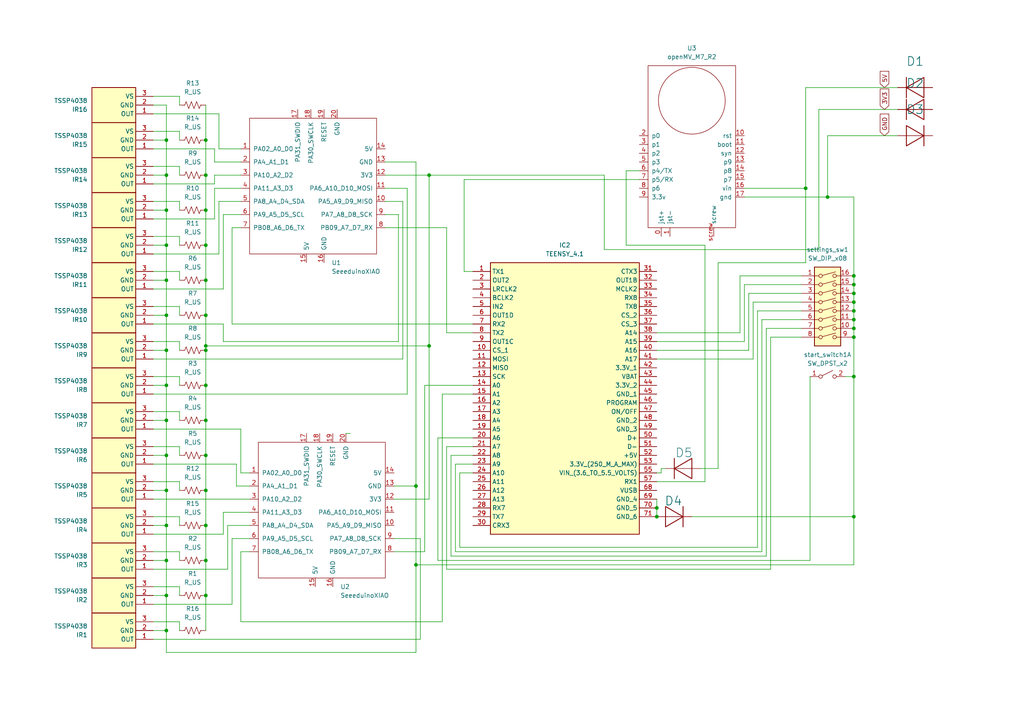
<source format=kicad_sch>
(kicad_sch
	(version 20231120)
	(generator "eeschema")
	(generator_version "8.0")
	(uuid "1b55e681-f1da-40bf-be44-f68d79c25353")
	(paper "A4")
	(title_block
		(title "Upper PCB ")
		(company "Mendelcollege")
	)
	(lib_symbols
		(symbol "Device:R_US"
			(pin_numbers hide)
			(pin_names
				(offset 0)
			)
			(exclude_from_sim no)
			(in_bom yes)
			(on_board yes)
			(property "Reference" "R"
				(at 2.54 0 90)
				(effects
					(font
						(size 1.27 1.27)
					)
				)
			)
			(property "Value" "R_US"
				(at -2.54 0 90)
				(effects
					(font
						(size 1.27 1.27)
					)
				)
			)
			(property "Footprint" ""
				(at 1.016 -0.254 90)
				(effects
					(font
						(size 1.27 1.27)
					)
					(hide yes)
				)
			)
			(property "Datasheet" "~"
				(at 0 0 0)
				(effects
					(font
						(size 1.27 1.27)
					)
					(hide yes)
				)
			)
			(property "Description" "Resistor, US symbol"
				(at 0 0 0)
				(effects
					(font
						(size 1.27 1.27)
					)
					(hide yes)
				)
			)
			(property "ki_keywords" "R res resistor"
				(at 0 0 0)
				(effects
					(font
						(size 1.27 1.27)
					)
					(hide yes)
				)
			)
			(property "ki_fp_filters" "R_*"
				(at 0 0 0)
				(effects
					(font
						(size 1.27 1.27)
					)
					(hide yes)
				)
			)
			(symbol "R_US_0_1"
				(polyline
					(pts
						(xy 0 -2.286) (xy 0 -2.54)
					)
					(stroke
						(width 0)
						(type default)
					)
					(fill
						(type none)
					)
				)
				(polyline
					(pts
						(xy 0 2.286) (xy 0 2.54)
					)
					(stroke
						(width 0)
						(type default)
					)
					(fill
						(type none)
					)
				)
				(polyline
					(pts
						(xy 0 -0.762) (xy 1.016 -1.143) (xy 0 -1.524) (xy -1.016 -1.905) (xy 0 -2.286)
					)
					(stroke
						(width 0)
						(type default)
					)
					(fill
						(type none)
					)
				)
				(polyline
					(pts
						(xy 0 0.762) (xy 1.016 0.381) (xy 0 0) (xy -1.016 -0.381) (xy 0 -0.762)
					)
					(stroke
						(width 0)
						(type default)
					)
					(fill
						(type none)
					)
				)
				(polyline
					(pts
						(xy 0 2.286) (xy 1.016 1.905) (xy 0 1.524) (xy -1.016 1.143) (xy 0 0.762)
					)
					(stroke
						(width 0)
						(type default)
					)
					(fill
						(type none)
					)
				)
			)
			(symbol "R_US_1_1"
				(pin passive line
					(at 0 3.81 270)
					(length 1.27)
					(name "~"
						(effects
							(font
								(size 1.27 1.27)
							)
						)
					)
					(number "1"
						(effects
							(font
								(size 1.27 1.27)
							)
						)
					)
				)
				(pin passive line
					(at 0 -3.81 90)
					(length 1.27)
					(name "~"
						(effects
							(font
								(size 1.27 1.27)
							)
						)
					)
					(number "2"
						(effects
							(font
								(size 1.27 1.27)
							)
						)
					)
				)
			)
		)
		(symbol "PCM_Generic:D,IEC"
			(pin_numbers hide)
			(pin_names
				(offset 0) hide)
			(exclude_from_sim no)
			(in_bom yes)
			(on_board yes)
			(property "Reference" "D"
				(at 3.81 2.54 0)
				(effects
					(font
						(size 2.54 2.54)
					)
					(justify left)
				)
			)
			(property "Value" "${SIM.PARAMS}"
				(at 3.81 -2.54 0)
				(effects
					(font
						(size 2.54 2.54)
					)
					(justify left)
				)
			)
			(property "Footprint" ""
				(at 0 0 0)
				(effects
					(font
						(size 2.54 2.54)
					)
					(hide yes)
				)
			)
			(property "Datasheet" ""
				(at 0 0 0)
				(effects
					(font
						(size 2.54 2.54)
					)
					(hide yes)
				)
			)
			(property "Description" "semiconductor diode (IEC)"
				(at 0 0 0)
				(effects
					(font
						(size 1.27 1.27)
					)
					(hide yes)
				)
			)
			(property "Sim.Pins" "2=1 1=2"
				(at 3.81 0 0)
				(effects
					(font
						(size 1.27 1.27)
					)
					(justify left)
					(hide yes)
				)
			)
			(property "Sim.Params" "D,IEC"
				(at 3.81 -2.54 0)
				(effects
					(font
						(size 2.54 2.54)
					)
					(justify left)
				)
			)
			(property "Sim.Device" "SPICE"
				(at 0 0 0)
				(effects
					(font
						(size 1.27 1.27)
					)
					(hide yes)
				)
			)
			(property "ki_keywords" "D semiconductor diode IEC"
				(at 0 0 0)
				(effects
					(font
						(size 1.27 1.27)
					)
					(hide yes)
				)
			)
			(symbol "D,IEC_1_1"
				(polyline
					(pts
						(xy -2.9464 -2.54) (xy 2.9464 -2.54)
					)
					(stroke
						(width 0.254)
						(type default)
					)
					(fill
						(type none)
					)
				)
				(polyline
					(pts
						(xy 0 -2.54) (xy 2.9464 2.54) (xy -2.9464 2.54) (xy 0 -2.54)
					)
					(stroke
						(width 0.254)
						(type default)
					)
					(fill
						(type none)
					)
				)
				(pin passive line
					(at 0 -5.08 90)
					(length 5.08)
					(name "K-"
						(effects
							(font
								(size 1.27 1.27)
							)
						)
					)
					(number "1"
						(effects
							(font
								(size 1.8288 1.8288)
							)
						)
					)
				)
				(pin passive line
					(at 0 5.08 270)
					(length 5.08)
					(name "A+"
						(effects
							(font
								(size 1.27 1.27)
							)
						)
					)
					(number "2"
						(effects
							(font
								(size 1.8288 1.8288)
							)
						)
					)
				)
			)
		)
		(symbol "SamacSys_Parts:TEENSY_4.1"
			(exclude_from_sim no)
			(in_bom yes)
			(on_board yes)
			(property "Reference" "IC"
				(at 49.53 7.62 0)
				(effects
					(font
						(size 1.27 1.27)
					)
					(justify left top)
				)
			)
			(property "Value" "TEENSY_4.1"
				(at 49.53 5.08 0)
				(effects
					(font
						(size 1.27 1.27)
					)
					(justify left top)
				)
			)
			(property "Footprint" "TEENSY41"
				(at 49.53 -94.92 0)
				(effects
					(font
						(size 1.27 1.27)
					)
					(justify left top)
					(hide yes)
				)
			)
			(property "Datasheet" "https://www.pjrc.com/store/teensy41.html"
				(at 49.53 -194.92 0)
				(effects
					(font
						(size 1.27 1.27)
					)
					(justify left top)
					(hide yes)
				)
			)
			(property "Description" "Teensy 4.1 Development Board"
				(at 0 0 0)
				(effects
					(font
						(size 1.27 1.27)
					)
					(hide yes)
				)
			)
			(property "Height" ""
				(at 49.53 -394.92 0)
				(effects
					(font
						(size 1.27 1.27)
					)
					(justify left top)
					(hide yes)
				)
			)
			(property "Manufacturer_Name" "PJRC"
				(at 49.53 -494.92 0)
				(effects
					(font
						(size 1.27 1.27)
					)
					(justify left top)
					(hide yes)
				)
			)
			(property "Manufacturer_Part_Number" "TEENSY 4.1"
				(at 49.53 -594.92 0)
				(effects
					(font
						(size 1.27 1.27)
					)
					(justify left top)
					(hide yes)
				)
			)
			(property "Mouser Part Number" ""
				(at 49.53 -694.92 0)
				(effects
					(font
						(size 1.27 1.27)
					)
					(justify left top)
					(hide yes)
				)
			)
			(property "Mouser Price/Stock" ""
				(at 49.53 -794.92 0)
				(effects
					(font
						(size 1.27 1.27)
					)
					(justify left top)
					(hide yes)
				)
			)
			(property "Arrow Part Number" ""
				(at 49.53 -894.92 0)
				(effects
					(font
						(size 1.27 1.27)
					)
					(justify left top)
					(hide yes)
				)
			)
			(property "Arrow Price/Stock" ""
				(at 49.53 -994.92 0)
				(effects
					(font
						(size 1.27 1.27)
					)
					(justify left top)
					(hide yes)
				)
			)
			(symbol "TEENSY_4.1_1_1"
				(rectangle
					(start 5.08 2.54)
					(end 48.26 -76.2)
					(stroke
						(width 0.254)
						(type default)
					)
					(fill
						(type background)
					)
				)
				(pin passive line
					(at 0 0 0)
					(length 5.08)
					(name "TX1"
						(effects
							(font
								(size 1.27 1.27)
							)
						)
					)
					(number "1"
						(effects
							(font
								(size 1.27 1.27)
							)
						)
					)
				)
				(pin passive line
					(at 0 -22.86 0)
					(length 5.08)
					(name "CS_1"
						(effects
							(font
								(size 1.27 1.27)
							)
						)
					)
					(number "10"
						(effects
							(font
								(size 1.27 1.27)
							)
						)
					)
				)
				(pin passive line
					(at 0 -25.4 0)
					(length 5.08)
					(name "MOSI"
						(effects
							(font
								(size 1.27 1.27)
							)
						)
					)
					(number "11"
						(effects
							(font
								(size 1.27 1.27)
							)
						)
					)
				)
				(pin passive line
					(at 0 -27.94 0)
					(length 5.08)
					(name "MISO"
						(effects
							(font
								(size 1.27 1.27)
							)
						)
					)
					(number "12"
						(effects
							(font
								(size 1.27 1.27)
							)
						)
					)
				)
				(pin passive line
					(at 0 -30.48 0)
					(length 5.08)
					(name "SCK"
						(effects
							(font
								(size 1.27 1.27)
							)
						)
					)
					(number "13"
						(effects
							(font
								(size 1.27 1.27)
							)
						)
					)
				)
				(pin passive line
					(at 0 -33.02 0)
					(length 5.08)
					(name "A0"
						(effects
							(font
								(size 1.27 1.27)
							)
						)
					)
					(number "14"
						(effects
							(font
								(size 1.27 1.27)
							)
						)
					)
				)
				(pin passive line
					(at 0 -35.56 0)
					(length 5.08)
					(name "A1"
						(effects
							(font
								(size 1.27 1.27)
							)
						)
					)
					(number "15"
						(effects
							(font
								(size 1.27 1.27)
							)
						)
					)
				)
				(pin passive line
					(at 0 -38.1 0)
					(length 5.08)
					(name "A2"
						(effects
							(font
								(size 1.27 1.27)
							)
						)
					)
					(number "16"
						(effects
							(font
								(size 1.27 1.27)
							)
						)
					)
				)
				(pin passive line
					(at 0 -40.64 0)
					(length 5.08)
					(name "A3"
						(effects
							(font
								(size 1.27 1.27)
							)
						)
					)
					(number "17"
						(effects
							(font
								(size 1.27 1.27)
							)
						)
					)
				)
				(pin passive line
					(at 0 -43.18 0)
					(length 5.08)
					(name "A4"
						(effects
							(font
								(size 1.27 1.27)
							)
						)
					)
					(number "18"
						(effects
							(font
								(size 1.27 1.27)
							)
						)
					)
				)
				(pin passive line
					(at 0 -45.72 0)
					(length 5.08)
					(name "A5"
						(effects
							(font
								(size 1.27 1.27)
							)
						)
					)
					(number "19"
						(effects
							(font
								(size 1.27 1.27)
							)
						)
					)
				)
				(pin passive line
					(at 0 -2.54 0)
					(length 5.08)
					(name "OUT2"
						(effects
							(font
								(size 1.27 1.27)
							)
						)
					)
					(number "2"
						(effects
							(font
								(size 1.27 1.27)
							)
						)
					)
				)
				(pin passive line
					(at 0 -48.26 0)
					(length 5.08)
					(name "A6"
						(effects
							(font
								(size 1.27 1.27)
							)
						)
					)
					(number "20"
						(effects
							(font
								(size 1.27 1.27)
							)
						)
					)
				)
				(pin passive line
					(at 0 -50.8 0)
					(length 5.08)
					(name "A7"
						(effects
							(font
								(size 1.27 1.27)
							)
						)
					)
					(number "21"
						(effects
							(font
								(size 1.27 1.27)
							)
						)
					)
				)
				(pin passive line
					(at 0 -53.34 0)
					(length 5.08)
					(name "A8"
						(effects
							(font
								(size 1.27 1.27)
							)
						)
					)
					(number "22"
						(effects
							(font
								(size 1.27 1.27)
							)
						)
					)
				)
				(pin passive line
					(at 0 -55.88 0)
					(length 5.08)
					(name "A9"
						(effects
							(font
								(size 1.27 1.27)
							)
						)
					)
					(number "23"
						(effects
							(font
								(size 1.27 1.27)
							)
						)
					)
				)
				(pin passive line
					(at 0 -58.42 0)
					(length 5.08)
					(name "A10"
						(effects
							(font
								(size 1.27 1.27)
							)
						)
					)
					(number "24"
						(effects
							(font
								(size 1.27 1.27)
							)
						)
					)
				)
				(pin passive line
					(at 0 -60.96 0)
					(length 5.08)
					(name "A11"
						(effects
							(font
								(size 1.27 1.27)
							)
						)
					)
					(number "25"
						(effects
							(font
								(size 1.27 1.27)
							)
						)
					)
				)
				(pin passive line
					(at 0 -63.5 0)
					(length 5.08)
					(name "A12"
						(effects
							(font
								(size 1.27 1.27)
							)
						)
					)
					(number "26"
						(effects
							(font
								(size 1.27 1.27)
							)
						)
					)
				)
				(pin passive line
					(at 0 -66.04 0)
					(length 5.08)
					(name "A13"
						(effects
							(font
								(size 1.27 1.27)
							)
						)
					)
					(number "27"
						(effects
							(font
								(size 1.27 1.27)
							)
						)
					)
				)
				(pin passive line
					(at 0 -68.58 0)
					(length 5.08)
					(name "RX7"
						(effects
							(font
								(size 1.27 1.27)
							)
						)
					)
					(number "28"
						(effects
							(font
								(size 1.27 1.27)
							)
						)
					)
				)
				(pin passive line
					(at 0 -71.12 0)
					(length 5.08)
					(name "TX7"
						(effects
							(font
								(size 1.27 1.27)
							)
						)
					)
					(number "29"
						(effects
							(font
								(size 1.27 1.27)
							)
						)
					)
				)
				(pin passive line
					(at 0 -5.08 0)
					(length 5.08)
					(name "LRCLK2"
						(effects
							(font
								(size 1.27 1.27)
							)
						)
					)
					(number "3"
						(effects
							(font
								(size 1.27 1.27)
							)
						)
					)
				)
				(pin passive line
					(at 0 -73.66 0)
					(length 5.08)
					(name "CRX3"
						(effects
							(font
								(size 1.27 1.27)
							)
						)
					)
					(number "30"
						(effects
							(font
								(size 1.27 1.27)
							)
						)
					)
				)
				(pin passive line
					(at 53.34 0 180)
					(length 5.08)
					(name "CTX3"
						(effects
							(font
								(size 1.27 1.27)
							)
						)
					)
					(number "31"
						(effects
							(font
								(size 1.27 1.27)
							)
						)
					)
				)
				(pin passive line
					(at 53.34 -2.54 180)
					(length 5.08)
					(name "OUT1B"
						(effects
							(font
								(size 1.27 1.27)
							)
						)
					)
					(number "32"
						(effects
							(font
								(size 1.27 1.27)
							)
						)
					)
				)
				(pin passive line
					(at 53.34 -5.08 180)
					(length 5.08)
					(name "MCLK2"
						(effects
							(font
								(size 1.27 1.27)
							)
						)
					)
					(number "33"
						(effects
							(font
								(size 1.27 1.27)
							)
						)
					)
				)
				(pin passive line
					(at 53.34 -7.62 180)
					(length 5.08)
					(name "RX8"
						(effects
							(font
								(size 1.27 1.27)
							)
						)
					)
					(number "34"
						(effects
							(font
								(size 1.27 1.27)
							)
						)
					)
				)
				(pin passive line
					(at 53.34 -10.16 180)
					(length 5.08)
					(name "TX8"
						(effects
							(font
								(size 1.27 1.27)
							)
						)
					)
					(number "35"
						(effects
							(font
								(size 1.27 1.27)
							)
						)
					)
				)
				(pin passive line
					(at 53.34 -12.7 180)
					(length 5.08)
					(name "CS_2"
						(effects
							(font
								(size 1.27 1.27)
							)
						)
					)
					(number "36"
						(effects
							(font
								(size 1.27 1.27)
							)
						)
					)
				)
				(pin passive line
					(at 53.34 -15.24 180)
					(length 5.08)
					(name "CS_3"
						(effects
							(font
								(size 1.27 1.27)
							)
						)
					)
					(number "37"
						(effects
							(font
								(size 1.27 1.27)
							)
						)
					)
				)
				(pin passive line
					(at 53.34 -17.78 180)
					(length 5.08)
					(name "A14"
						(effects
							(font
								(size 1.27 1.27)
							)
						)
					)
					(number "38"
						(effects
							(font
								(size 1.27 1.27)
							)
						)
					)
				)
				(pin passive line
					(at 53.34 -20.32 180)
					(length 5.08)
					(name "A15"
						(effects
							(font
								(size 1.27 1.27)
							)
						)
					)
					(number "39"
						(effects
							(font
								(size 1.27 1.27)
							)
						)
					)
				)
				(pin passive line
					(at 0 -7.62 0)
					(length 5.08)
					(name "BCLK2"
						(effects
							(font
								(size 1.27 1.27)
							)
						)
					)
					(number "4"
						(effects
							(font
								(size 1.27 1.27)
							)
						)
					)
				)
				(pin passive line
					(at 53.34 -22.86 180)
					(length 5.08)
					(name "A16"
						(effects
							(font
								(size 1.27 1.27)
							)
						)
					)
					(number "40"
						(effects
							(font
								(size 1.27 1.27)
							)
						)
					)
				)
				(pin passive line
					(at 53.34 -25.4 180)
					(length 5.08)
					(name "A17"
						(effects
							(font
								(size 1.27 1.27)
							)
						)
					)
					(number "41"
						(effects
							(font
								(size 1.27 1.27)
							)
						)
					)
				)
				(pin passive line
					(at 53.34 -27.94 180)
					(length 5.08)
					(name "3.3V_1"
						(effects
							(font
								(size 1.27 1.27)
							)
						)
					)
					(number "42"
						(effects
							(font
								(size 1.27 1.27)
							)
						)
					)
				)
				(pin passive line
					(at 53.34 -30.48 180)
					(length 5.08)
					(name "VBAT"
						(effects
							(font
								(size 1.27 1.27)
							)
						)
					)
					(number "43"
						(effects
							(font
								(size 1.27 1.27)
							)
						)
					)
				)
				(pin passive line
					(at 53.34 -33.02 180)
					(length 5.08)
					(name "3.3V_2"
						(effects
							(font
								(size 1.27 1.27)
							)
						)
					)
					(number "44"
						(effects
							(font
								(size 1.27 1.27)
							)
						)
					)
				)
				(pin passive line
					(at 53.34 -35.56 180)
					(length 5.08)
					(name "GND_1"
						(effects
							(font
								(size 1.27 1.27)
							)
						)
					)
					(number "45"
						(effects
							(font
								(size 1.27 1.27)
							)
						)
					)
				)
				(pin passive line
					(at 53.34 -38.1 180)
					(length 5.08)
					(name "PROGRAM"
						(effects
							(font
								(size 1.27 1.27)
							)
						)
					)
					(number "46"
						(effects
							(font
								(size 1.27 1.27)
							)
						)
					)
				)
				(pin passive line
					(at 53.34 -40.64 180)
					(length 5.08)
					(name "ON/OFF"
						(effects
							(font
								(size 1.27 1.27)
							)
						)
					)
					(number "47"
						(effects
							(font
								(size 1.27 1.27)
							)
						)
					)
				)
				(pin passive line
					(at 53.34 -43.18 180)
					(length 5.08)
					(name "GND_2"
						(effects
							(font
								(size 1.27 1.27)
							)
						)
					)
					(number "48"
						(effects
							(font
								(size 1.27 1.27)
							)
						)
					)
				)
				(pin passive line
					(at 53.34 -45.72 180)
					(length 5.08)
					(name "GND_3"
						(effects
							(font
								(size 1.27 1.27)
							)
						)
					)
					(number "49"
						(effects
							(font
								(size 1.27 1.27)
							)
						)
					)
				)
				(pin passive line
					(at 0 -10.16 0)
					(length 5.08)
					(name "IN2"
						(effects
							(font
								(size 1.27 1.27)
							)
						)
					)
					(number "5"
						(effects
							(font
								(size 1.27 1.27)
							)
						)
					)
				)
				(pin passive line
					(at 53.34 -48.26 180)
					(length 5.08)
					(name "D+"
						(effects
							(font
								(size 1.27 1.27)
							)
						)
					)
					(number "50"
						(effects
							(font
								(size 1.27 1.27)
							)
						)
					)
				)
				(pin passive line
					(at 53.34 -50.8 180)
					(length 5.08)
					(name "D-"
						(effects
							(font
								(size 1.27 1.27)
							)
						)
					)
					(number "51"
						(effects
							(font
								(size 1.27 1.27)
							)
						)
					)
				)
				(pin passive line
					(at 53.34 -53.34 180)
					(length 5.08)
					(name "+5V"
						(effects
							(font
								(size 1.27 1.27)
							)
						)
					)
					(number "52"
						(effects
							(font
								(size 1.27 1.27)
							)
						)
					)
				)
				(pin passive line
					(at 53.34 -55.88 180)
					(length 5.08)
					(name "3.3V_(250_M_A_MAX)"
						(effects
							(font
								(size 1.27 1.27)
							)
						)
					)
					(number "53"
						(effects
							(font
								(size 1.27 1.27)
							)
						)
					)
				)
				(pin passive line
					(at 53.34 -58.42 180)
					(length 5.08)
					(name "VIN_(3.6_TO_5.5_VOLTS)"
						(effects
							(font
								(size 1.27 1.27)
							)
						)
					)
					(number "55"
						(effects
							(font
								(size 1.27 1.27)
							)
						)
					)
				)
				(pin passive line
					(at 53.34 -60.96 180)
					(length 5.08)
					(name "RX1"
						(effects
							(font
								(size 1.27 1.27)
							)
						)
					)
					(number "57"
						(effects
							(font
								(size 1.27 1.27)
							)
						)
					)
				)
				(pin passive line
					(at 0 -12.7 0)
					(length 5.08)
					(name "OUT1D"
						(effects
							(font
								(size 1.27 1.27)
							)
						)
					)
					(number "6"
						(effects
							(font
								(size 1.27 1.27)
							)
						)
					)
				)
				(pin passive line
					(at 53.34 -63.5 180)
					(length 5.08)
					(name "VUSB"
						(effects
							(font
								(size 1.27 1.27)
							)
						)
					)
					(number "68"
						(effects
							(font
								(size 1.27 1.27)
							)
						)
					)
				)
				(pin passive line
					(at 53.34 -66.04 180)
					(length 5.08)
					(name "GND_4"
						(effects
							(font
								(size 1.27 1.27)
							)
						)
					)
					(number "69"
						(effects
							(font
								(size 1.27 1.27)
							)
						)
					)
				)
				(pin passive line
					(at 0 -15.24 0)
					(length 5.08)
					(name "RX2"
						(effects
							(font
								(size 1.27 1.27)
							)
						)
					)
					(number "7"
						(effects
							(font
								(size 1.27 1.27)
							)
						)
					)
				)
				(pin passive line
					(at 53.34 -68.58 180)
					(length 5.08)
					(name "GND_5"
						(effects
							(font
								(size 1.27 1.27)
							)
						)
					)
					(number "70"
						(effects
							(font
								(size 1.27 1.27)
							)
						)
					)
				)
				(pin passive line
					(at 53.34 -71.12 180)
					(length 5.08)
					(name "GND_6"
						(effects
							(font
								(size 1.27 1.27)
							)
						)
					)
					(number "71"
						(effects
							(font
								(size 1.27 1.27)
							)
						)
					)
				)
				(pin passive line
					(at 0 -17.78 0)
					(length 5.08)
					(name "TX2"
						(effects
							(font
								(size 1.27 1.27)
							)
						)
					)
					(number "8"
						(effects
							(font
								(size 1.27 1.27)
							)
						)
					)
				)
				(pin passive line
					(at 0 -20.32 0)
					(length 5.08)
					(name "OUT1C"
						(effects
							(font
								(size 1.27 1.27)
							)
						)
					)
					(number "9"
						(effects
							(font
								(size 1.27 1.27)
							)
						)
					)
				)
			)
		)
		(symbol "SamacSys_Parts:TSSP4038"
			(exclude_from_sim no)
			(in_bom yes)
			(on_board yes)
			(property "Reference" "IC"
				(at 19.05 7.62 0)
				(effects
					(font
						(size 1.27 1.27)
					)
					(justify left top)
				)
			)
			(property "Value" "TSSP4038"
				(at 19.05 5.08 0)
				(effects
					(font
						(size 1.27 1.27)
					)
					(justify left top)
				)
			)
			(property "Footprint" "TSSP4038"
				(at 19.05 -94.92 0)
				(effects
					(font
						(size 1.27 1.27)
					)
					(justify left top)
					(hide yes)
				)
			)
			(property "Datasheet" "https://componentsearchengine.com/Datasheets/2/TSSP4038.pdf"
				(at 19.05 -194.92 0)
				(effects
					(font
						(size 1.27 1.27)
					)
					(justify left top)
					(hide yes)
				)
			)
			(property "Description" "IR Receiver Module 38KHz 25m EMI 3-Pin Vishay TSSP4038, 38kHz IR Receiver, 950nm +/-45 , 25m Range, 2.5V - 5V, Through Hole, 6 x 3.9 x 6.95mm"
				(at 0 0 0)
				(effects
					(font
						(size 1.27 1.27)
					)
					(hide yes)
				)
			)
			(property "Height" ""
				(at 19.05 -394.92 0)
				(effects
					(font
						(size 1.27 1.27)
					)
					(justify left top)
					(hide yes)
				)
			)
			(property "Manufacturer_Name" "Vishay"
				(at 19.05 -494.92 0)
				(effects
					(font
						(size 1.27 1.27)
					)
					(justify left top)
					(hide yes)
				)
			)
			(property "Manufacturer_Part_Number" "TSSP4038"
				(at 19.05 -594.92 0)
				(effects
					(font
						(size 1.27 1.27)
					)
					(justify left top)
					(hide yes)
				)
			)
			(property "Mouser Part Number" "782-TSSP4038"
				(at 19.05 -694.92 0)
				(effects
					(font
						(size 1.27 1.27)
					)
					(justify left top)
					(hide yes)
				)
			)
			(property "Mouser Price/Stock" "https://www.mouser.co.uk/ProductDetail/Vishay-Semiconductors/TSSP4038?qs=lgjwDzixuo3Ja5hn%252BEmOdw%3D%3D"
				(at 19.05 -794.92 0)
				(effects
					(font
						(size 1.27 1.27)
					)
					(justify left top)
					(hide yes)
				)
			)
			(property "Arrow Part Number" "TSSP4038"
				(at 19.05 -894.92 0)
				(effects
					(font
						(size 1.27 1.27)
					)
					(justify left top)
					(hide yes)
				)
			)
			(property "Arrow Price/Stock" "https://www.arrow.com/en/products/tssp4038/vishay?region=nac"
				(at 19.05 -994.92 0)
				(effects
					(font
						(size 1.27 1.27)
					)
					(justify left top)
					(hide yes)
				)
			)
			(symbol "TSSP4038_1_1"
				(rectangle
					(start 5.08 2.54)
					(end 17.78 -7.62)
					(stroke
						(width 0.254)
						(type default)
					)
					(fill
						(type background)
					)
				)
				(pin passive line
					(at 0 0 0)
					(length 5.08)
					(name "OUT"
						(effects
							(font
								(size 1.27 1.27)
							)
						)
					)
					(number "1"
						(effects
							(font
								(size 1.27 1.27)
							)
						)
					)
				)
				(pin passive line
					(at 0 -2.54 0)
					(length 5.08)
					(name "GND"
						(effects
							(font
								(size 1.27 1.27)
							)
						)
					)
					(number "2"
						(effects
							(font
								(size 1.27 1.27)
							)
						)
					)
				)
				(pin passive line
					(at 0 -5.08 0)
					(length 5.08)
					(name "VS"
						(effects
							(font
								(size 1.27 1.27)
							)
						)
					)
					(number "3"
						(effects
							(font
								(size 1.27 1.27)
							)
						)
					)
				)
			)
		)
		(symbol "Seeeduino XIAO:SeeeduinoXIAO"
			(pin_names
				(offset 1.016)
			)
			(exclude_from_sim no)
			(in_bom yes)
			(on_board yes)
			(property "Reference" "U"
				(at -19.05 22.86 0)
				(effects
					(font
						(size 1.27 1.27)
					)
				)
			)
			(property "Value" "SeeeduinoXIAO"
				(at -12.7 21.59 0)
				(effects
					(font
						(size 1.27 1.27)
					)
				)
			)
			(property "Footprint" ""
				(at -8.89 5.08 0)
				(effects
					(font
						(size 1.27 1.27)
					)
					(hide yes)
				)
			)
			(property "Datasheet" ""
				(at -8.89 5.08 0)
				(effects
					(font
						(size 1.27 1.27)
					)
					(hide yes)
				)
			)
			(property "Description" ""
				(at 0 0 0)
				(effects
					(font
						(size 1.27 1.27)
					)
					(hide yes)
				)
			)
			(symbol "SeeeduinoXIAO_0_1"
				(rectangle
					(start -19.05 20.32)
					(end 17.78 -19.05)
					(stroke
						(width 0)
						(type solid)
					)
					(fill
						(type none)
					)
				)
			)
			(symbol "SeeeduinoXIAO_1_1"
				(pin unspecified line
					(at -21.59 11.43 0)
					(length 2.54)
					(name "PA02_A0_D0"
						(effects
							(font
								(size 1.27 1.27)
							)
						)
					)
					(number "1"
						(effects
							(font
								(size 1.27 1.27)
							)
						)
					)
				)
				(pin unspecified line
					(at 20.32 -3.81 180)
					(length 2.54)
					(name "PA5_A9_D9_MISO"
						(effects
							(font
								(size 1.27 1.27)
							)
						)
					)
					(number "10"
						(effects
							(font
								(size 1.27 1.27)
							)
						)
					)
				)
				(pin unspecified line
					(at 20.32 0 180)
					(length 2.54)
					(name "PA6_A10_D10_MOSI"
						(effects
							(font
								(size 1.27 1.27)
							)
						)
					)
					(number "11"
						(effects
							(font
								(size 1.27 1.27)
							)
						)
					)
				)
				(pin unspecified line
					(at 20.32 3.81 180)
					(length 2.54)
					(name "3V3"
						(effects
							(font
								(size 1.27 1.27)
							)
						)
					)
					(number "12"
						(effects
							(font
								(size 1.27 1.27)
							)
						)
					)
				)
				(pin unspecified line
					(at 20.32 7.62 180)
					(length 2.54)
					(name "GND"
						(effects
							(font
								(size 1.27 1.27)
							)
						)
					)
					(number "13"
						(effects
							(font
								(size 1.27 1.27)
							)
						)
					)
				)
				(pin unspecified line
					(at 20.32 11.43 180)
					(length 2.54)
					(name "5V"
						(effects
							(font
								(size 1.27 1.27)
							)
						)
					)
					(number "14"
						(effects
							(font
								(size 1.27 1.27)
							)
						)
					)
				)
				(pin input line
					(at -2.54 -21.59 90)
					(length 2.54)
					(name "5V"
						(effects
							(font
								(size 1.27 1.27)
							)
						)
					)
					(number "15"
						(effects
							(font
								(size 1.27 1.27)
							)
						)
					)
				)
				(pin input line
					(at 2.54 -21.59 90)
					(length 2.54)
					(name "GND"
						(effects
							(font
								(size 1.27 1.27)
							)
						)
					)
					(number "16"
						(effects
							(font
								(size 1.27 1.27)
							)
						)
					)
				)
				(pin input line
					(at -5.08 22.86 270)
					(length 2.54)
					(name "PA31_SWDIO"
						(effects
							(font
								(size 1.27 1.27)
							)
						)
					)
					(number "17"
						(effects
							(font
								(size 1.27 1.27)
							)
						)
					)
				)
				(pin input line
					(at -1.27 22.86 270)
					(length 2.54)
					(name "PA30_SWCLK"
						(effects
							(font
								(size 1.27 1.27)
							)
						)
					)
					(number "18"
						(effects
							(font
								(size 1.27 1.27)
							)
						)
					)
				)
				(pin input line
					(at 2.54 22.86 270)
					(length 2.54)
					(name "RESET"
						(effects
							(font
								(size 1.27 1.27)
							)
						)
					)
					(number "19"
						(effects
							(font
								(size 1.27 1.27)
							)
						)
					)
				)
				(pin unspecified line
					(at -21.59 7.62 0)
					(length 2.54)
					(name "PA4_A1_D1"
						(effects
							(font
								(size 1.27 1.27)
							)
						)
					)
					(number "2"
						(effects
							(font
								(size 1.27 1.27)
							)
						)
					)
				)
				(pin input line
					(at 6.35 22.86 270)
					(length 2.54)
					(name "GND"
						(effects
							(font
								(size 1.27 1.27)
							)
						)
					)
					(number "20"
						(effects
							(font
								(size 1.27 1.27)
							)
						)
					)
				)
				(pin unspecified line
					(at -21.59 3.81 0)
					(length 2.54)
					(name "PA10_A2_D2"
						(effects
							(font
								(size 1.27 1.27)
							)
						)
					)
					(number "3"
						(effects
							(font
								(size 1.27 1.27)
							)
						)
					)
				)
				(pin unspecified line
					(at -21.59 0 0)
					(length 2.54)
					(name "PA11_A3_D3"
						(effects
							(font
								(size 1.27 1.27)
							)
						)
					)
					(number "4"
						(effects
							(font
								(size 1.27 1.27)
							)
						)
					)
				)
				(pin unspecified line
					(at -21.59 -3.81 0)
					(length 2.54)
					(name "PA8_A4_D4_SDA"
						(effects
							(font
								(size 1.27 1.27)
							)
						)
					)
					(number "5"
						(effects
							(font
								(size 1.27 1.27)
							)
						)
					)
				)
				(pin unspecified line
					(at -21.59 -7.62 0)
					(length 2.54)
					(name "PA9_A5_D5_SCL"
						(effects
							(font
								(size 1.27 1.27)
							)
						)
					)
					(number "6"
						(effects
							(font
								(size 1.27 1.27)
							)
						)
					)
				)
				(pin unspecified line
					(at -21.59 -11.43 0)
					(length 2.54)
					(name "PB08_A6_D6_TX"
						(effects
							(font
								(size 1.27 1.27)
							)
						)
					)
					(number "7"
						(effects
							(font
								(size 1.27 1.27)
							)
						)
					)
				)
				(pin unspecified line
					(at 20.32 -11.43 180)
					(length 2.54)
					(name "PB09_A7_D7_RX"
						(effects
							(font
								(size 1.27 1.27)
							)
						)
					)
					(number "8"
						(effects
							(font
								(size 1.27 1.27)
							)
						)
					)
				)
				(pin unspecified line
					(at 20.32 -7.62 180)
					(length 2.54)
					(name "PA7_A8_D8_SCK"
						(effects
							(font
								(size 1.27 1.27)
							)
						)
					)
					(number "9"
						(effects
							(font
								(size 1.27 1.27)
							)
						)
					)
				)
			)
		)
		(symbol "Switch:SW_DIP_x08"
			(pin_names
				(offset 0) hide)
			(exclude_from_sim no)
			(in_bom yes)
			(on_board yes)
			(property "Reference" "SW"
				(at 0 13.97 0)
				(effects
					(font
						(size 1.27 1.27)
					)
				)
			)
			(property "Value" "SW_DIP_x08"
				(at 0 -11.43 0)
				(effects
					(font
						(size 1.27 1.27)
					)
				)
			)
			(property "Footprint" ""
				(at 0 0 0)
				(effects
					(font
						(size 1.27 1.27)
					)
					(hide yes)
				)
			)
			(property "Datasheet" "~"
				(at 0 0 0)
				(effects
					(font
						(size 1.27 1.27)
					)
					(hide yes)
				)
			)
			(property "Description" "8x DIP Switch, Single Pole Single Throw (SPST) switch, small symbol"
				(at 0 0 0)
				(effects
					(font
						(size 1.27 1.27)
					)
					(hide yes)
				)
			)
			(property "ki_keywords" "dip switch"
				(at 0 0 0)
				(effects
					(font
						(size 1.27 1.27)
					)
					(hide yes)
				)
			)
			(property "ki_fp_filters" "SW?DIP?x8*"
				(at 0 0 0)
				(effects
					(font
						(size 1.27 1.27)
					)
					(hide yes)
				)
			)
			(symbol "SW_DIP_x08_0_0"
				(circle
					(center -2.032 -7.62)
					(radius 0.508)
					(stroke
						(width 0)
						(type default)
					)
					(fill
						(type none)
					)
				)
				(circle
					(center -2.032 -5.08)
					(radius 0.508)
					(stroke
						(width 0)
						(type default)
					)
					(fill
						(type none)
					)
				)
				(circle
					(center -2.032 -2.54)
					(radius 0.508)
					(stroke
						(width 0)
						(type default)
					)
					(fill
						(type none)
					)
				)
				(circle
					(center -2.032 0)
					(radius 0.508)
					(stroke
						(width 0)
						(type default)
					)
					(fill
						(type none)
					)
				)
				(circle
					(center -2.032 2.54)
					(radius 0.508)
					(stroke
						(width 0)
						(type default)
					)
					(fill
						(type none)
					)
				)
				(circle
					(center -2.032 5.08)
					(radius 0.508)
					(stroke
						(width 0)
						(type default)
					)
					(fill
						(type none)
					)
				)
				(circle
					(center -2.032 7.62)
					(radius 0.508)
					(stroke
						(width 0)
						(type default)
					)
					(fill
						(type none)
					)
				)
				(circle
					(center -2.032 10.16)
					(radius 0.508)
					(stroke
						(width 0)
						(type default)
					)
					(fill
						(type none)
					)
				)
				(polyline
					(pts
						(xy -1.524 -7.4676) (xy 2.3622 -6.4262)
					)
					(stroke
						(width 0)
						(type default)
					)
					(fill
						(type none)
					)
				)
				(polyline
					(pts
						(xy -1.524 -4.9276) (xy 2.3622 -3.8862)
					)
					(stroke
						(width 0)
						(type default)
					)
					(fill
						(type none)
					)
				)
				(polyline
					(pts
						(xy -1.524 -2.3876) (xy 2.3622 -1.3462)
					)
					(stroke
						(width 0)
						(type default)
					)
					(fill
						(type none)
					)
				)
				(polyline
					(pts
						(xy -1.524 0.127) (xy 2.3622 1.1684)
					)
					(stroke
						(width 0)
						(type default)
					)
					(fill
						(type none)
					)
				)
				(polyline
					(pts
						(xy -1.524 2.667) (xy 2.3622 3.7084)
					)
					(stroke
						(width 0)
						(type default)
					)
					(fill
						(type none)
					)
				)
				(polyline
					(pts
						(xy -1.524 5.207) (xy 2.3622 6.2484)
					)
					(stroke
						(width 0)
						(type default)
					)
					(fill
						(type none)
					)
				)
				(polyline
					(pts
						(xy -1.524 7.747) (xy 2.3622 8.7884)
					)
					(stroke
						(width 0)
						(type default)
					)
					(fill
						(type none)
					)
				)
				(polyline
					(pts
						(xy -1.524 10.287) (xy 2.3622 11.3284)
					)
					(stroke
						(width 0)
						(type default)
					)
					(fill
						(type none)
					)
				)
				(circle
					(center 2.032 -7.62)
					(radius 0.508)
					(stroke
						(width 0)
						(type default)
					)
					(fill
						(type none)
					)
				)
				(circle
					(center 2.032 -5.08)
					(radius 0.508)
					(stroke
						(width 0)
						(type default)
					)
					(fill
						(type none)
					)
				)
				(circle
					(center 2.032 -2.54)
					(radius 0.508)
					(stroke
						(width 0)
						(type default)
					)
					(fill
						(type none)
					)
				)
				(circle
					(center 2.032 0)
					(radius 0.508)
					(stroke
						(width 0)
						(type default)
					)
					(fill
						(type none)
					)
				)
				(circle
					(center 2.032 2.54)
					(radius 0.508)
					(stroke
						(width 0)
						(type default)
					)
					(fill
						(type none)
					)
				)
				(circle
					(center 2.032 5.08)
					(radius 0.508)
					(stroke
						(width 0)
						(type default)
					)
					(fill
						(type none)
					)
				)
				(circle
					(center 2.032 7.62)
					(radius 0.508)
					(stroke
						(width 0)
						(type default)
					)
					(fill
						(type none)
					)
				)
				(circle
					(center 2.032 10.16)
					(radius 0.508)
					(stroke
						(width 0)
						(type default)
					)
					(fill
						(type none)
					)
				)
			)
			(symbol "SW_DIP_x08_0_1"
				(rectangle
					(start -3.81 12.7)
					(end 3.81 -10.16)
					(stroke
						(width 0.254)
						(type default)
					)
					(fill
						(type background)
					)
				)
			)
			(symbol "SW_DIP_x08_1_1"
				(pin passive line
					(at -7.62 10.16 0)
					(length 5.08)
					(name "~"
						(effects
							(font
								(size 1.27 1.27)
							)
						)
					)
					(number "1"
						(effects
							(font
								(size 1.27 1.27)
							)
						)
					)
				)
				(pin passive line
					(at 7.62 -5.08 180)
					(length 5.08)
					(name "~"
						(effects
							(font
								(size 1.27 1.27)
							)
						)
					)
					(number "10"
						(effects
							(font
								(size 1.27 1.27)
							)
						)
					)
				)
				(pin passive line
					(at 7.62 -2.54 180)
					(length 5.08)
					(name "~"
						(effects
							(font
								(size 1.27 1.27)
							)
						)
					)
					(number "11"
						(effects
							(font
								(size 1.27 1.27)
							)
						)
					)
				)
				(pin passive line
					(at 7.62 0 180)
					(length 5.08)
					(name "~"
						(effects
							(font
								(size 1.27 1.27)
							)
						)
					)
					(number "12"
						(effects
							(font
								(size 1.27 1.27)
							)
						)
					)
				)
				(pin passive line
					(at 7.62 2.54 180)
					(length 5.08)
					(name "~"
						(effects
							(font
								(size 1.27 1.27)
							)
						)
					)
					(number "13"
						(effects
							(font
								(size 1.27 1.27)
							)
						)
					)
				)
				(pin passive line
					(at 7.62 5.08 180)
					(length 5.08)
					(name "~"
						(effects
							(font
								(size 1.27 1.27)
							)
						)
					)
					(number "14"
						(effects
							(font
								(size 1.27 1.27)
							)
						)
					)
				)
				(pin passive line
					(at 7.62 7.62 180)
					(length 5.08)
					(name "~"
						(effects
							(font
								(size 1.27 1.27)
							)
						)
					)
					(number "15"
						(effects
							(font
								(size 1.27 1.27)
							)
						)
					)
				)
				(pin passive line
					(at 7.62 10.16 180)
					(length 5.08)
					(name "~"
						(effects
							(font
								(size 1.27 1.27)
							)
						)
					)
					(number "16"
						(effects
							(font
								(size 1.27 1.27)
							)
						)
					)
				)
				(pin passive line
					(at -7.62 7.62 0)
					(length 5.08)
					(name "~"
						(effects
							(font
								(size 1.27 1.27)
							)
						)
					)
					(number "2"
						(effects
							(font
								(size 1.27 1.27)
							)
						)
					)
				)
				(pin passive line
					(at -7.62 5.08 0)
					(length 5.08)
					(name "~"
						(effects
							(font
								(size 1.27 1.27)
							)
						)
					)
					(number "3"
						(effects
							(font
								(size 1.27 1.27)
							)
						)
					)
				)
				(pin passive line
					(at -7.62 2.54 0)
					(length 5.08)
					(name "~"
						(effects
							(font
								(size 1.27 1.27)
							)
						)
					)
					(number "4"
						(effects
							(font
								(size 1.27 1.27)
							)
						)
					)
				)
				(pin passive line
					(at -7.62 0 0)
					(length 5.08)
					(name "~"
						(effects
							(font
								(size 1.27 1.27)
							)
						)
					)
					(number "5"
						(effects
							(font
								(size 1.27 1.27)
							)
						)
					)
				)
				(pin passive line
					(at -7.62 -2.54 0)
					(length 5.08)
					(name "~"
						(effects
							(font
								(size 1.27 1.27)
							)
						)
					)
					(number "6"
						(effects
							(font
								(size 1.27 1.27)
							)
						)
					)
				)
				(pin passive line
					(at -7.62 -5.08 0)
					(length 5.08)
					(name "~"
						(effects
							(font
								(size 1.27 1.27)
							)
						)
					)
					(number "7"
						(effects
							(font
								(size 1.27 1.27)
							)
						)
					)
				)
				(pin passive line
					(at -7.62 -7.62 0)
					(length 5.08)
					(name "~"
						(effects
							(font
								(size 1.27 1.27)
							)
						)
					)
					(number "8"
						(effects
							(font
								(size 1.27 1.27)
							)
						)
					)
				)
				(pin passive line
					(at 7.62 -7.62 180)
					(length 5.08)
					(name "~"
						(effects
							(font
								(size 1.27 1.27)
							)
						)
					)
					(number "9"
						(effects
							(font
								(size 1.27 1.27)
							)
						)
					)
				)
			)
		)
		(symbol "Switch:SW_DPST_x2"
			(pin_names
				(offset 0) hide)
			(exclude_from_sim no)
			(in_bom yes)
			(on_board yes)
			(property "Reference" "SW"
				(at 0 3.175 0)
				(effects
					(font
						(size 1.27 1.27)
					)
				)
			)
			(property "Value" "SW_DPST_x2"
				(at 0 -2.54 0)
				(effects
					(font
						(size 1.27 1.27)
					)
				)
			)
			(property "Footprint" ""
				(at 0 0 0)
				(effects
					(font
						(size 1.27 1.27)
					)
					(hide yes)
				)
			)
			(property "Datasheet" "~"
				(at 0 0 0)
				(effects
					(font
						(size 1.27 1.27)
					)
					(hide yes)
				)
			)
			(property "Description" "Single Pole Single Throw (SPST) switch, separate symbol"
				(at 0 0 0)
				(effects
					(font
						(size 1.27 1.27)
					)
					(hide yes)
				)
			)
			(property "ki_keywords" "switch lever"
				(at 0 0 0)
				(effects
					(font
						(size 1.27 1.27)
					)
					(hide yes)
				)
			)
			(symbol "SW_DPST_x2_0_0"
				(circle
					(center -2.032 0)
					(radius 0.508)
					(stroke
						(width 0)
						(type default)
					)
					(fill
						(type none)
					)
				)
				(polyline
					(pts
						(xy -1.524 0.254) (xy 1.524 1.778)
					)
					(stroke
						(width 0)
						(type default)
					)
					(fill
						(type none)
					)
				)
				(circle
					(center 2.032 0)
					(radius 0.508)
					(stroke
						(width 0)
						(type default)
					)
					(fill
						(type none)
					)
				)
			)
			(symbol "SW_DPST_x2_1_1"
				(pin passive line
					(at -5.08 0 0)
					(length 2.54)
					(name "A"
						(effects
							(font
								(size 1.27 1.27)
							)
						)
					)
					(number "1"
						(effects
							(font
								(size 1.27 1.27)
							)
						)
					)
				)
				(pin passive line
					(at 5.08 0 180)
					(length 2.54)
					(name "B"
						(effects
							(font
								(size 1.27 1.27)
							)
						)
					)
					(number "2"
						(effects
							(font
								(size 1.27 1.27)
							)
						)
					)
				)
			)
			(symbol "SW_DPST_x2_2_1"
				(pin passive line
					(at -5.08 0 0)
					(length 2.54)
					(name "A"
						(effects
							(font
								(size 1.27 1.27)
							)
						)
					)
					(number "3"
						(effects
							(font
								(size 1.27 1.27)
							)
						)
					)
				)
				(pin passive line
					(at 5.08 0 180)
					(length 2.54)
					(name "B"
						(effects
							(font
								(size 1.27 1.27)
							)
						)
					)
					(number "4"
						(effects
							(font
								(size 1.27 1.27)
							)
						)
					)
				)
			)
		)
		(symbol "openmv_m7_r2:openMV_M7_R2"
			(pin_names
				(offset 1.016)
			)
			(exclude_from_sim no)
			(in_bom yes)
			(on_board yes)
			(property "Reference" "U"
				(at 0 34.29 0)
				(effects
					(font
						(size 1.27 1.27)
					)
				)
			)
			(property "Value" "openMV_M7_R2"
				(at 0 30.48 0)
				(effects
					(font
						(size 1.27 1.27)
					)
				)
			)
			(property "Footprint" "custom:openmv_m7_r2"
				(at 0 34.29 0)
				(effects
					(font
						(size 1.27 1.27)
					)
					(hide yes)
				)
			)
			(property "Datasheet" ""
				(at 0 34.29 0)
				(effects
					(font
						(size 1.27 1.27)
					)
					(hide yes)
				)
			)
			(property "Description" ""
				(at 0 0 0)
				(effects
					(font
						(size 1.27 1.27)
					)
					(hide yes)
				)
			)
			(symbol "openMV_M7_R2_0_1"
				(rectangle
					(start -12.7 25.4)
					(end 12.7 -21.59)
					(stroke
						(width 0)
						(type solid)
					)
					(fill
						(type none)
					)
				)
				(circle
					(center 0 15.24)
					(radius 9.6774)
					(stroke
						(width 0)
						(type solid)
					)
					(fill
						(type none)
					)
				)
			)
			(symbol "openMV_M7_R2_1_1"
				(pin power_in line
					(at -8.89 -24.13 90)
					(length 2.54)
					(name "jst+"
						(effects
							(font
								(size 1.27 1.27)
							)
						)
					)
					(number "0"
						(effects
							(font
								(size 1.27 1.27)
							)
						)
					)
				)
				(pin power_in line
					(at -6.35 -24.13 90)
					(length 2.54)
					(name "jst-"
						(effects
							(font
								(size 1.27 1.27)
							)
						)
					)
					(number "1"
						(effects
							(font
								(size 1.27 1.27)
							)
						)
					)
				)
				(pin input line
					(at 15.24 5.08 180)
					(length 2.54)
					(name "rst"
						(effects
							(font
								(size 1.27 1.27)
							)
						)
					)
					(number "10"
						(effects
							(font
								(size 1.27 1.27)
							)
						)
					)
				)
				(pin bidirectional line
					(at 15.24 2.54 180)
					(length 2.54)
					(name "boot"
						(effects
							(font
								(size 1.27 1.27)
							)
						)
					)
					(number "11"
						(effects
							(font
								(size 1.27 1.27)
							)
						)
					)
				)
				(pin bidirectional line
					(at 15.24 0 180)
					(length 2.54)
					(name "syn"
						(effects
							(font
								(size 1.27 1.27)
							)
						)
					)
					(number "12"
						(effects
							(font
								(size 1.27 1.27)
							)
						)
					)
				)
				(pin bidirectional line
					(at 15.24 -2.54 180)
					(length 2.54)
					(name "p9"
						(effects
							(font
								(size 1.27 1.27)
							)
						)
					)
					(number "13"
						(effects
							(font
								(size 1.27 1.27)
							)
						)
					)
				)
				(pin bidirectional line
					(at 15.24 -5.08 180)
					(length 2.54)
					(name "p8"
						(effects
							(font
								(size 1.27 1.27)
							)
						)
					)
					(number "14"
						(effects
							(font
								(size 1.27 1.27)
							)
						)
					)
				)
				(pin bidirectional line
					(at 15.24 -7.62 180)
					(length 2.54)
					(name "p7"
						(effects
							(font
								(size 1.27 1.27)
							)
						)
					)
					(number "15"
						(effects
							(font
								(size 1.27 1.27)
							)
						)
					)
				)
				(pin bidirectional line
					(at 15.24 -10.16 180)
					(length 2.54)
					(name "vin"
						(effects
							(font
								(size 1.27 1.27)
							)
						)
					)
					(number "16"
						(effects
							(font
								(size 1.27 1.27)
							)
						)
					)
				)
				(pin bidirectional line
					(at 15.24 -12.7 180)
					(length 2.54)
					(name "gnd"
						(effects
							(font
								(size 1.27 1.27)
							)
						)
					)
					(number "17"
						(effects
							(font
								(size 1.27 1.27)
							)
						)
					)
				)
				(pin bidirectional line
					(at -15.24 5.08 0)
					(length 2.54)
					(name "p0"
						(effects
							(font
								(size 1.27 1.27)
							)
						)
					)
					(number "2"
						(effects
							(font
								(size 1.27 1.27)
							)
						)
					)
				)
				(pin bidirectional line
					(at -15.24 2.54 0)
					(length 2.54)
					(name "p1"
						(effects
							(font
								(size 1.27 1.27)
							)
						)
					)
					(number "3"
						(effects
							(font
								(size 1.27 1.27)
							)
						)
					)
				)
				(pin bidirectional line
					(at -15.24 0 0)
					(length 2.54)
					(name "p2"
						(effects
							(font
								(size 1.27 1.27)
							)
						)
					)
					(number "4"
						(effects
							(font
								(size 1.27 1.27)
							)
						)
					)
				)
				(pin bidirectional line
					(at -15.24 -2.54 0)
					(length 2.54)
					(name "p3"
						(effects
							(font
								(size 1.27 1.27)
							)
						)
					)
					(number "5"
						(effects
							(font
								(size 1.27 1.27)
							)
						)
					)
				)
				(pin bidirectional line
					(at -15.24 -5.08 0)
					(length 2.54)
					(name "p4/TX"
						(effects
							(font
								(size 1.27 1.27)
							)
						)
					)
					(number "6"
						(effects
							(font
								(size 1.27 1.27)
							)
						)
					)
				)
				(pin bidirectional line
					(at -15.24 -7.62 0)
					(length 2.54)
					(name "p5/RX"
						(effects
							(font
								(size 1.27 1.27)
							)
						)
					)
					(number "7"
						(effects
							(font
								(size 1.27 1.27)
							)
						)
					)
				)
				(pin bidirectional line
					(at -15.24 -10.16 0)
					(length 2.54)
					(name "p6"
						(effects
							(font
								(size 1.27 1.27)
							)
						)
					)
					(number "8"
						(effects
							(font
								(size 1.27 1.27)
							)
						)
					)
				)
				(pin power_in line
					(at -15.24 -12.7 0)
					(length 2.54)
					(name "3.3v"
						(effects
							(font
								(size 1.27 1.27)
							)
						)
					)
					(number "9"
						(effects
							(font
								(size 1.27 1.27)
							)
						)
					)
				)
				(pin passive line
					(at 6.35 -24.13 90)
					(length 2.54)
					(name "screw"
						(effects
							(font
								(size 1.27 1.27)
							)
						)
					)
					(number "screw"
						(effects
							(font
								(size 1.27 1.27)
							)
						)
					)
				)
			)
		)
	)
	(junction
		(at 124.46 100.33)
		(diameter 0)
		(color 0 0 0 0)
		(uuid "019ab03d-1bbe-41e2-8552-d782bb15cb33")
	)
	(junction
		(at 120.65 163.83)
		(diameter 0)
		(color 0 0 0 0)
		(uuid "08067003-6306-420b-9524-5c1cd7bfd1ec")
	)
	(junction
		(at 59.69 50.8)
		(diameter 0)
		(color 0 0 0 0)
		(uuid "0c1c7320-16b5-421f-9add-3faca0f32b97")
	)
	(junction
		(at 59.69 111.76)
		(diameter 0)
		(color 0 0 0 0)
		(uuid "0c5b6354-8a97-4a1b-a370-8a73179c1379")
	)
	(junction
		(at 247.65 82.55)
		(diameter 0)
		(color 0 0 0 0)
		(uuid "1159c6f6-a265-4d4c-b74b-bd43f4f98c43")
	)
	(junction
		(at 59.69 132.08)
		(diameter 0)
		(color 0 0 0 0)
		(uuid "191a6806-9165-4235-890b-01fea54a49b7")
	)
	(junction
		(at 59.69 60.96)
		(diameter 0)
		(color 0 0 0 0)
		(uuid "1bbb086b-8fc9-4258-8034-98e71df12b9b")
	)
	(junction
		(at 48.26 60.96)
		(diameter 0)
		(color 0 0 0 0)
		(uuid "21869abc-2b5a-4c71-82e6-d708f99bafbd")
	)
	(junction
		(at 48.26 162.56)
		(diameter 0)
		(color 0 0 0 0)
		(uuid "229f4aae-947b-4930-b5e9-dabc2e2ce4ed")
	)
	(junction
		(at 59.69 142.24)
		(diameter 0)
		(color 0 0 0 0)
		(uuid "24b6f384-80f6-4e8d-98f5-374d895e1276")
	)
	(junction
		(at 59.69 100.33)
		(diameter 0)
		(color 0 0 0 0)
		(uuid "37d2e100-9752-4b5d-8b26-5ce7dda370a4")
	)
	(junction
		(at 59.69 91.44)
		(diameter 0)
		(color 0 0 0 0)
		(uuid "3e4329e6-43a7-403e-a296-3c3927f0d2a0")
	)
	(junction
		(at 48.26 132.08)
		(diameter 0)
		(color 0 0 0 0)
		(uuid "4550d2cd-0849-46b1-b709-452493ff92b0")
	)
	(junction
		(at 48.26 40.64)
		(diameter 0)
		(color 0 0 0 0)
		(uuid "47e492fc-be46-4d84-97fd-4e1cea144041")
	)
	(junction
		(at 247.65 97.79)
		(diameter 0)
		(color 0 0 0 0)
		(uuid "56cdddf8-4064-48ed-8cdf-a5c77bc5c4e8")
	)
	(junction
		(at 247.65 80.01)
		(diameter 0)
		(color 0 0 0 0)
		(uuid "5f5f7cfe-f016-465c-995f-2c4ef550b7eb")
	)
	(junction
		(at 48.26 121.92)
		(diameter 0)
		(color 0 0 0 0)
		(uuid "6090b933-dd97-4689-9156-d37f8684c222")
	)
	(junction
		(at 59.69 81.28)
		(diameter 0)
		(color 0 0 0 0)
		(uuid "7124a3c9-566b-4a72-b3a9-b44996a32621")
	)
	(junction
		(at 124.46 50.8)
		(diameter 0)
		(color 0 0 0 0)
		(uuid "71e08536-1f15-4d10-ba50-4fc9b9a39552")
	)
	(junction
		(at 247.65 90.17)
		(diameter 0)
		(color 0 0 0 0)
		(uuid "72437dcb-7018-483c-b761-b68ad34e65fc")
	)
	(junction
		(at 247.65 85.09)
		(diameter 0)
		(color 0 0 0 0)
		(uuid "7c339eb4-2e4a-45d0-9ec4-a6d4c9112cb1")
	)
	(junction
		(at 59.69 121.92)
		(diameter 0)
		(color 0 0 0 0)
		(uuid "81586cc8-ed9d-46eb-9d86-f48ac75cd492")
	)
	(junction
		(at 48.26 172.72)
		(diameter 0)
		(color 0 0 0 0)
		(uuid "89d06ba9-6264-4b2e-ae40-4bb1f7e19037")
	)
	(junction
		(at 247.65 109.22)
		(diameter 0)
		(color 0 0 0 0)
		(uuid "8c08211a-b946-41a7-8114-a6cd6b57a503")
	)
	(junction
		(at 247.65 87.63)
		(diameter 0)
		(color 0 0 0 0)
		(uuid "8e669029-18bb-482b-88d0-41593893bcf3")
	)
	(junction
		(at 59.69 152.4)
		(diameter 0)
		(color 0 0 0 0)
		(uuid "96006c16-af17-401e-94cf-2b48bf2c4933")
	)
	(junction
		(at 48.26 50.8)
		(diameter 0)
		(color 0 0 0 0)
		(uuid "97c28296-1875-4bb1-af5a-4cdf0e284f39")
	)
	(junction
		(at 48.26 111.76)
		(diameter 0)
		(color 0 0 0 0)
		(uuid "a1610767-15e0-4491-96c0-876780ba0fd6")
	)
	(junction
		(at 48.26 182.88)
		(diameter 0)
		(color 0 0 0 0)
		(uuid "b09b15fb-c31c-4ddd-9cf5-6158a75c7a36")
	)
	(junction
		(at 233.68 54.61)
		(diameter 0)
		(color 0 0 0 0)
		(uuid "b8ed648a-0aba-4139-8b8b-14936e5de8ff")
	)
	(junction
		(at 247.65 149.86)
		(diameter 0)
		(color 0 0 0 0)
		(uuid "ba77abf2-ae55-41e1-80df-bd6a5237cfc7")
	)
	(junction
		(at 48.26 101.6)
		(diameter 0)
		(color 0 0 0 0)
		(uuid "c41ffc38-639e-4938-afea-60fe993ec644")
	)
	(junction
		(at 240.03 57.15)
		(diameter 0)
		(color 0 0 0 0)
		(uuid "c44ec021-d051-4826-92be-480b0eba4092")
	)
	(junction
		(at 48.26 91.44)
		(diameter 0)
		(color 0 0 0 0)
		(uuid "c758c23e-e528-4d0b-9488-10c0596cc939")
	)
	(junction
		(at 59.69 172.72)
		(diameter 0)
		(color 0 0 0 0)
		(uuid "cdd24c58-7a72-4611-bbe4-f04746077dce")
	)
	(junction
		(at 190.5 149.86)
		(diameter 0)
		(color 0 0 0 0)
		(uuid "d1e5942b-363d-4749-926a-cf6897d1ffd9")
	)
	(junction
		(at 48.26 152.4)
		(diameter 0)
		(color 0 0 0 0)
		(uuid "d75b38eb-1c4e-4b8d-a5b8-7a972452f91a")
	)
	(junction
		(at 59.69 40.64)
		(diameter 0)
		(color 0 0 0 0)
		(uuid "e07aaad9-de7d-45f3-bf71-280ffed5e77a")
	)
	(junction
		(at 247.65 92.71)
		(diameter 0)
		(color 0 0 0 0)
		(uuid "e5f2aa24-0b9b-4c5e-bfa3-c07dd6288e51")
	)
	(junction
		(at 120.65 140.97)
		(diameter 0)
		(color 0 0 0 0)
		(uuid "eb64d3e3-a000-45f2-8eff-4ed8979e0606")
	)
	(junction
		(at 59.69 101.6)
		(diameter 0)
		(color 0 0 0 0)
		(uuid "ed2dc423-1ba9-4a39-8a84-21ba350d1e73")
	)
	(junction
		(at 59.69 71.12)
		(diameter 0)
		(color 0 0 0 0)
		(uuid "f1fd55db-0db2-4ba7-9ae6-2adc68c55c40")
	)
	(junction
		(at 247.65 95.25)
		(diameter 0)
		(color 0 0 0 0)
		(uuid "f77b5e51-cbe9-4436-ad39-5608018a9c50")
	)
	(junction
		(at 48.26 142.24)
		(diameter 0)
		(color 0 0 0 0)
		(uuid "f7d12fbd-7b5d-4f59-b597-28078c512d70")
	)
	(junction
		(at 190.5 147.32)
		(diameter 0)
		(color 0 0 0 0)
		(uuid "f7eb012e-8cb3-4f72-ac9b-c7b37070512a")
	)
	(junction
		(at 48.26 81.28)
		(diameter 0)
		(color 0 0 0 0)
		(uuid "f97a8444-aae0-421d-a08a-12ad6c315f23")
	)
	(junction
		(at 59.69 162.56)
		(diameter 0)
		(color 0 0 0 0)
		(uuid "ffa854d1-b6a8-475a-8625-b0a20fee021a")
	)
	(junction
		(at 48.26 71.12)
		(diameter 0)
		(color 0 0 0 0)
		(uuid "ffab896d-3d47-4961-afa4-ffcab9aa8fc9")
	)
	(wire
		(pts
			(xy 44.45 172.72) (xy 48.26 172.72)
		)
		(stroke
			(width 0)
			(type default)
		)
		(uuid "002f13c4-c53f-4b91-90ca-468b476bb32f")
	)
	(wire
		(pts
			(xy 222.25 161.29) (xy 222.25 95.25)
		)
		(stroke
			(width 0)
			(type default)
		)
		(uuid "007c338b-18f9-436c-92c7-c983c1c33667")
	)
	(wire
		(pts
			(xy 215.9 57.15) (xy 240.03 57.15)
		)
		(stroke
			(width 0)
			(type default)
		)
		(uuid "018e50cc-e9bd-432d-bd71-7192ea4dc93c")
	)
	(wire
		(pts
			(xy 132.08 160.02) (xy 132.08 134.62)
		)
		(stroke
			(width 0)
			(type default)
		)
		(uuid "01d9ce2a-b13a-4d7e-8303-2df3c422cd37")
	)
	(wire
		(pts
			(xy 48.26 162.56) (xy 48.26 152.4)
		)
		(stroke
			(width 0)
			(type default)
		)
		(uuid "02493e6f-22bc-4c93-b176-ae4d9855f870")
	)
	(wire
		(pts
			(xy 137.16 93.98) (xy 67.31 93.98)
		)
		(stroke
			(width 0)
			(type default)
		)
		(uuid "0379d701-c4fb-48c5-a421-e0149a94cb2d")
	)
	(wire
		(pts
			(xy 52.07 109.22) (xy 52.07 111.76)
		)
		(stroke
			(width 0)
			(type default)
		)
		(uuid "03e491c7-84d7-4c86-8a8c-bfa8bd703e42")
	)
	(wire
		(pts
			(xy 132.08 134.62) (xy 137.16 134.62)
		)
		(stroke
			(width 0)
			(type default)
		)
		(uuid "040291d3-86be-491b-aad3-c74e982f71d6")
	)
	(wire
		(pts
			(xy 223.52 165.1) (xy 129.54 165.1)
		)
		(stroke
			(width 0)
			(type default)
		)
		(uuid "05e15f2e-6247-4765-b1f3-79ad0ee176fa")
	)
	(wire
		(pts
			(xy 52.07 88.9) (xy 52.07 91.44)
		)
		(stroke
			(width 0)
			(type default)
		)
		(uuid "05fd40d0-7cd7-42b9-a548-219916c85a7d")
	)
	(wire
		(pts
			(xy 219.71 90.17) (xy 219.71 158.75)
		)
		(stroke
			(width 0)
			(type default)
		)
		(uuid "0848ec5a-81c0-4b75-a992-ae44b1072015")
	)
	(wire
		(pts
			(xy 44.45 182.88) (xy 48.26 182.88)
		)
		(stroke
			(width 0)
			(type default)
		)
		(uuid "0bd4f5f7-6abf-4a95-80d8-3817c1d5769f")
	)
	(wire
		(pts
			(xy 69.85 137.16) (xy 69.85 124.46)
		)
		(stroke
			(width 0)
			(type default)
		)
		(uuid "0cc43d81-59b4-42ae-b15c-59070b814aee")
	)
	(wire
		(pts
			(xy 59.69 101.6) (xy 59.69 111.76)
		)
		(stroke
			(width 0)
			(type default)
		)
		(uuid "0d27a866-491a-4f7e-afc5-727123d29ff2")
	)
	(wire
		(pts
			(xy 44.45 83.82) (xy 64.77 83.82)
		)
		(stroke
			(width 0)
			(type default)
		)
		(uuid "0dad8b9f-c8b6-403d-9a6b-5d97d1d085a5")
	)
	(wire
		(pts
			(xy 44.45 134.62) (xy 68.58 134.62)
		)
		(stroke
			(width 0)
			(type default)
		)
		(uuid "10048b22-fc0c-4d4c-9ba4-7fc9f6caac85")
	)
	(wire
		(pts
			(xy 48.26 162.56) (xy 48.26 172.72)
		)
		(stroke
			(width 0)
			(type default)
		)
		(uuid "111295a7-c327-43a8-9f90-c5e2a6fb8010")
	)
	(wire
		(pts
			(xy 234.95 109.22) (xy 234.95 162.56)
		)
		(stroke
			(width 0)
			(type default)
		)
		(uuid "11378e53-016f-4f86-a506-86d6a01026b5")
	)
	(wire
		(pts
			(xy 68.58 140.97) (xy 72.39 140.97)
		)
		(stroke
			(width 0)
			(type default)
		)
		(uuid "11a67bd0-c8af-4ea9-b431-d1860c6b82b0")
	)
	(wire
		(pts
			(xy 44.45 175.26) (xy 67.31 175.26)
		)
		(stroke
			(width 0)
			(type default)
		)
		(uuid "11f3f449-84da-431b-9ead-fae509e895a5")
	)
	(wire
		(pts
			(xy 237.49 72.39) (xy 175.26 72.39)
		)
		(stroke
			(width 0)
			(type default)
		)
		(uuid "142678c7-9e9a-4232-8e4f-2701905ca117")
	)
	(wire
		(pts
			(xy 48.26 50.8) (xy 48.26 60.96)
		)
		(stroke
			(width 0)
			(type default)
		)
		(uuid "14bc7d24-9752-43cd-8227-d4f188504405")
	)
	(wire
		(pts
			(xy 66.04 152.4) (xy 66.04 165.1)
		)
		(stroke
			(width 0)
			(type default)
		)
		(uuid "151d923a-02a3-4167-b962-0d96ec0fee55")
	)
	(wire
		(pts
			(xy 247.65 87.63) (xy 247.65 90.17)
		)
		(stroke
			(width 0)
			(type default)
		)
		(uuid "156f2726-ecd0-452a-a74f-6b0889c3ca02")
	)
	(wire
		(pts
			(xy 44.45 142.24) (xy 48.26 142.24)
		)
		(stroke
			(width 0)
			(type default)
		)
		(uuid "16e0d89b-aedd-4cc5-bf18-bbce58f66bd4")
	)
	(wire
		(pts
			(xy 124.46 144.78) (xy 114.3 144.78)
		)
		(stroke
			(width 0)
			(type default)
		)
		(uuid "1a8e5eb2-f131-48a0-b82e-c0199f2eb690")
	)
	(wire
		(pts
			(xy 137.16 132.08) (xy 130.81 132.08)
		)
		(stroke
			(width 0)
			(type default)
		)
		(uuid "1d1f5a0b-f6bb-40bf-8093-091c2ecbb2ed")
	)
	(wire
		(pts
			(xy 44.45 30.48) (xy 48.26 30.48)
		)
		(stroke
			(width 0)
			(type default)
		)
		(uuid "1d891d7b-e7b8-476a-8fb0-933ed6c789ae")
	)
	(wire
		(pts
			(xy 59.69 172.72) (xy 59.69 182.88)
		)
		(stroke
			(width 0)
			(type default)
		)
		(uuid "1e4994e4-4de5-47be-a2b6-a10ccd1e435a")
	)
	(wire
		(pts
			(xy 124.46 100.33) (xy 124.46 144.78)
		)
		(stroke
			(width 0)
			(type default)
		)
		(uuid "20d6ee64-c390-4ad7-8aa0-c904ab25e598")
	)
	(wire
		(pts
			(xy 59.69 100.33) (xy 59.69 101.6)
		)
		(stroke
			(width 0)
			(type default)
		)
		(uuid "20f1f8ca-32b5-4ef1-afdd-da2a84b98bae")
	)
	(wire
		(pts
			(xy 64.77 99.06) (xy 64.77 93.98)
		)
		(stroke
			(width 0)
			(type default)
		)
		(uuid "210cc1eb-f897-4c3a-bdf1-1fa5bc10816a")
	)
	(wire
		(pts
			(xy 48.26 189.23) (xy 48.26 182.88)
		)
		(stroke
			(width 0)
			(type default)
		)
		(uuid "225a5882-9346-46a6-af97-674c87a61e80")
	)
	(wire
		(pts
			(xy 69.85 124.46) (xy 44.45 124.46)
		)
		(stroke
			(width 0)
			(type default)
		)
		(uuid "25878020-6a71-4e85-9618-5283dfe26f45")
	)
	(wire
		(pts
			(xy 44.45 71.12) (xy 48.26 71.12)
		)
		(stroke
			(width 0)
			(type default)
		)
		(uuid "25dbbce7-12e8-40f9-93ba-43858c0ce490")
	)
	(wire
		(pts
			(xy 218.44 87.63) (xy 218.44 104.14)
		)
		(stroke
			(width 0)
			(type default)
		)
		(uuid "260aba9c-82b8-4020-a61b-4ff116df2f91")
	)
	(wire
		(pts
			(xy 64.77 93.98) (xy 44.45 93.98)
		)
		(stroke
			(width 0)
			(type default)
		)
		(uuid "2629876e-9ecd-445c-a0fc-01be5d8b5fff")
	)
	(wire
		(pts
			(xy 120.65 163.83) (xy 247.65 163.83)
		)
		(stroke
			(width 0)
			(type default)
		)
		(uuid "2634a507-ff12-459f-9d50-dc26e3bcddc2")
	)
	(wire
		(pts
			(xy 52.07 119.38) (xy 52.07 121.92)
		)
		(stroke
			(width 0)
			(type default)
		)
		(uuid "27835bc7-fe03-47dc-b6d0-e1db57ecf773")
	)
	(wire
		(pts
			(xy 48.26 121.92) (xy 48.26 111.76)
		)
		(stroke
			(width 0)
			(type default)
		)
		(uuid "278bf786-0a9d-4fce-8ba3-c16464ba4db3")
	)
	(wire
		(pts
			(xy 52.07 38.1) (xy 52.07 40.64)
		)
		(stroke
			(width 0)
			(type default)
		)
		(uuid "281f3236-4277-47c7-bad6-f1c254cf6239")
	)
	(wire
		(pts
			(xy 59.69 50.8) (xy 59.69 60.96)
		)
		(stroke
			(width 0)
			(type default)
		)
		(uuid "2850e2ae-0704-4834-80a8-28210f55c6a3")
	)
	(wire
		(pts
			(xy 217.17 85.09) (xy 232.41 85.09)
		)
		(stroke
			(width 0)
			(type default)
		)
		(uuid "288c3120-c77f-4cb7-87e4-9b53d0940710")
	)
	(wire
		(pts
			(xy 52.07 27.94) (xy 52.07 30.48)
		)
		(stroke
			(width 0)
			(type default)
		)
		(uuid "298a13a8-c071-443a-97d3-a6b20191ebd6")
	)
	(wire
		(pts
			(xy 44.45 60.96) (xy 48.26 60.96)
		)
		(stroke
			(width 0)
			(type default)
		)
		(uuid "2b3625de-0df6-4dc3-b2f2-622c8c3affb0")
	)
	(wire
		(pts
			(xy 220.98 92.71) (xy 220.98 160.02)
		)
		(stroke
			(width 0)
			(type default)
		)
		(uuid "2bb1d1b0-1749-4e41-9db6-e96496325975")
	)
	(wire
		(pts
			(xy 44.45 48.26) (xy 52.07 48.26)
		)
		(stroke
			(width 0)
			(type default)
		)
		(uuid "2ca973ff-8173-457b-9f6c-7b10ee97ad87")
	)
	(wire
		(pts
			(xy 190.5 147.32) (xy 190.5 149.86)
		)
		(stroke
			(width 0)
			(type default)
		)
		(uuid "2d4d31ce-8925-4394-a6ce-c059ede15f53")
	)
	(wire
		(pts
			(xy 59.69 81.28) (xy 59.69 91.44)
		)
		(stroke
			(width 0)
			(type default)
		)
		(uuid "2e8f18c5-870f-4901-8cb3-469cfbdb8594")
	)
	(wire
		(pts
			(xy 190.5 96.52) (xy 214.63 96.52)
		)
		(stroke
			(width 0)
			(type default)
		)
		(uuid "2fad1586-ea2c-4516-a8fa-ca126a7a1708")
	)
	(wire
		(pts
			(xy 232.41 92.71) (xy 220.98 92.71)
		)
		(stroke
			(width 0)
			(type default)
		)
		(uuid "30c1796a-5010-4502-9009-85b486f9c6d5")
	)
	(wire
		(pts
			(xy 124.46 50.8) (xy 124.46 100.33)
		)
		(stroke
			(width 0)
			(type default)
		)
		(uuid "34a15950-cebf-4ea5-aa28-6863c97e6f40")
	)
	(wire
		(pts
			(xy 52.07 170.18) (xy 52.07 172.72)
		)
		(stroke
			(width 0)
			(type default)
		)
		(uuid "353d5e7f-356e-4607-937a-0964b50f0a45")
	)
	(wire
		(pts
			(xy 204.47 139.7) (xy 204.47 71.12)
		)
		(stroke
			(width 0)
			(type default)
		)
		(uuid "37f19b5b-402c-4b0b-817c-9e05580ae6e8")
	)
	(wire
		(pts
			(xy 44.45 68.58) (xy 52.07 68.58)
		)
		(stroke
			(width 0)
			(type default)
		)
		(uuid "3a1bd08f-b961-47a0-b98b-cea607607401")
	)
	(wire
		(pts
			(xy 48.26 81.28) (xy 48.26 91.44)
		)
		(stroke
			(width 0)
			(type default)
		)
		(uuid "3a2c4648-62ed-4282-9adb-16e4660f88dc")
	)
	(wire
		(pts
			(xy 52.07 129.54) (xy 52.07 132.08)
		)
		(stroke
			(width 0)
			(type default)
		)
		(uuid "3a3ee200-da0e-4abb-aa42-5d6123e5d895")
	)
	(wire
		(pts
			(xy 232.41 87.63) (xy 218.44 87.63)
		)
		(stroke
			(width 0)
			(type default)
		)
		(uuid "3a86dbca-c4d4-46e3-9dac-498b86719172")
	)
	(wire
		(pts
			(xy 232.41 97.79) (xy 223.52 97.79)
		)
		(stroke
			(width 0)
			(type default)
		)
		(uuid "3b2736b9-cb34-4430-a40e-f5b93e304fb1")
	)
	(wire
		(pts
			(xy 59.69 162.56) (xy 59.69 172.72)
		)
		(stroke
			(width 0)
			(type default)
		)
		(uuid "3cc7a323-3e8c-4f88-a281-dc90e6ebcab5")
	)
	(wire
		(pts
			(xy 62.23 46.99) (xy 69.85 46.99)
		)
		(stroke
			(width 0)
			(type default)
		)
		(uuid "3cd6dbd7-9e9f-493c-a388-cd4c579edb4e")
	)
	(wire
		(pts
			(xy 120.65 163.83) (xy 120.65 189.23)
		)
		(stroke
			(width 0)
			(type default)
		)
		(uuid "3db93869-c057-4557-a229-962b9ab63d4b")
	)
	(wire
		(pts
			(xy 247.65 149.86) (xy 247.65 163.83)
		)
		(stroke
			(width 0)
			(type default)
		)
		(uuid "3e3c21dd-1613-40c8-b651-cc585aa681d2")
	)
	(wire
		(pts
			(xy 44.45 43.18) (xy 62.23 43.18)
		)
		(stroke
			(width 0)
			(type default)
		)
		(uuid "42325459-a681-402c-9d6e-b03832f72374")
	)
	(wire
		(pts
			(xy 59.69 121.92) (xy 59.69 132.08)
		)
		(stroke
			(width 0)
			(type default)
		)
		(uuid "43700560-dd88-4a3c-a99a-f5919298db56")
	)
	(wire
		(pts
			(xy 123.19 111.76) (xy 137.16 111.76)
		)
		(stroke
			(width 0)
			(type default)
		)
		(uuid "438ab9db-5a9c-4203-aa3d-a6de465800e7")
	)
	(wire
		(pts
			(xy 44.45 162.56) (xy 48.26 162.56)
		)
		(stroke
			(width 0)
			(type default)
		)
		(uuid "4439e865-a7fd-4a69-a30b-dff8f2eadbe3")
	)
	(wire
		(pts
			(xy 59.69 40.64) (xy 59.69 50.8)
		)
		(stroke
			(width 0)
			(type default)
		)
		(uuid "453bf5d8-19fa-4d69-b04b-f2555e21d064")
	)
	(wire
		(pts
			(xy 48.26 152.4) (xy 48.26 142.24)
		)
		(stroke
			(width 0)
			(type default)
		)
		(uuid "45cd09d0-c875-4097-96d2-6a8bb5a83578")
	)
	(wire
		(pts
			(xy 208.28 76.2) (xy 233.68 76.2)
		)
		(stroke
			(width 0)
			(type default)
		)
		(uuid "46d07687-4119-4e46-b270-65576152707f")
	)
	(wire
		(pts
			(xy 59.69 30.48) (xy 59.69 40.64)
		)
		(stroke
			(width 0)
			(type default)
		)
		(uuid "46d87609-a573-46d0-b386-e8e19123365d")
	)
	(wire
		(pts
			(xy 130.81 161.29) (xy 222.25 161.29)
		)
		(stroke
			(width 0)
			(type default)
		)
		(uuid "47c5fe0e-ffa8-4870-bbe8-f672ff074c34")
	)
	(wire
		(pts
			(xy 44.45 81.28) (xy 48.26 81.28)
		)
		(stroke
			(width 0)
			(type default)
		)
		(uuid "4a062617-7cb6-497f-a8b8-98ee41476e58")
	)
	(wire
		(pts
			(xy 44.45 144.78) (xy 72.39 144.78)
		)
		(stroke
			(width 0)
			(type default)
		)
		(uuid "4b61ca90-4a2c-4ca7-af09-338d44a30786")
	)
	(wire
		(pts
			(xy 69.85 43.18) (xy 63.5 43.18)
		)
		(stroke
			(width 0)
			(type default)
		)
		(uuid "4ebcac10-10d3-4212-91b8-7249d0d32315")
	)
	(wire
		(pts
			(xy 124.46 100.33) (xy 59.69 100.33)
		)
		(stroke
			(width 0)
			(type default)
		)
		(uuid "50a2a8c9-0a8f-43e4-8949-9548008630dc")
	)
	(wire
		(pts
			(xy 123.19 111.76) (xy 123.19 160.02)
		)
		(stroke
			(width 0)
			(type default)
		)
		(uuid "5147acdc-bc86-48ba-a5a3-85948e23ab2a")
	)
	(wire
		(pts
			(xy 247.65 97.79) (xy 247.65 109.22)
		)
		(stroke
			(width 0)
			(type default)
		)
		(uuid "51cf3f09-7e83-4d97-8306-e3402f128236")
	)
	(wire
		(pts
			(xy 63.5 73.66) (xy 44.45 73.66)
		)
		(stroke
			(width 0)
			(type default)
		)
		(uuid "5330e300-2eff-4d76-a2cf-4294b56c50b6")
	)
	(wire
		(pts
			(xy 63.5 43.18) (xy 63.5 33.02)
		)
		(stroke
			(width 0)
			(type default)
		)
		(uuid "548d0d38-92c6-4870-8bb6-d6c60da4ee33")
	)
	(wire
		(pts
			(xy 116.84 58.42) (xy 111.76 58.42)
		)
		(stroke
			(width 0)
			(type default)
		)
		(uuid "559dd61c-7b22-4943-a235-211e876d02cf")
	)
	(wire
		(pts
			(xy 44.45 78.74) (xy 52.07 78.74)
		)
		(stroke
			(width 0)
			(type default)
		)
		(uuid "56a8f379-dafc-4f53-9b2e-bb38332b435f")
	)
	(wire
		(pts
			(xy 44.45 111.76) (xy 48.26 111.76)
		)
		(stroke
			(width 0)
			(type default)
		)
		(uuid "582a5087-f05c-4e5e-a384-ba4f2bb65ac3")
	)
	(wire
		(pts
			(xy 59.69 71.12) (xy 59.69 81.28)
		)
		(stroke
			(width 0)
			(type default)
		)
		(uuid "593994ef-8c87-4682-810a-7f68f538aa2e")
	)
	(wire
		(pts
			(xy 59.69 60.96) (xy 59.69 71.12)
		)
		(stroke
			(width 0)
			(type default)
		)
		(uuid "59aa1ef8-bd0f-47c1-bf5a-e4db271c2db7")
	)
	(wire
		(pts
			(xy 44.45 101.6) (xy 48.26 101.6)
		)
		(stroke
			(width 0)
			(type default)
		)
		(uuid "5af52e83-96fe-4e1c-940c-027ca582a36d")
	)
	(wire
		(pts
			(xy 233.68 76.2) (xy 233.68 54.61)
		)
		(stroke
			(width 0)
			(type default)
		)
		(uuid "5b1a518d-33e0-48a2-82cd-14efa61ae283")
	)
	(wire
		(pts
			(xy 191.77 135.89) (xy 193.04 135.89)
		)
		(stroke
			(width 0)
			(type default)
		)
		(uuid "5d687f2b-23b0-45b2-af98-4cb29de54cd9")
	)
	(wire
		(pts
			(xy 203.2 135.89) (xy 208.28 135.89)
		)
		(stroke
			(width 0)
			(type default)
		)
		(uuid "6000acdb-694e-48b4-96c0-eda38a363bc2")
	)
	(wire
		(pts
			(xy 44.45 149.86) (xy 52.07 149.86)
		)
		(stroke
			(width 0)
			(type default)
		)
		(uuid "6137f8b5-0981-4a01-9305-764bb2037896")
	)
	(wire
		(pts
			(xy 59.69 111.76) (xy 59.69 121.92)
		)
		(stroke
			(width 0)
			(type default)
		)
		(uuid "62a34ab2-8ff3-45be-b483-c7be99ac0915")
	)
	(wire
		(pts
			(xy 247.65 57.15) (xy 247.65 80.01)
		)
		(stroke
			(width 0)
			(type default)
		)
		(uuid "635abf4a-019e-4966-b3e2-a4e36245d9ca")
	)
	(wire
		(pts
			(xy 44.45 170.18) (xy 52.07 170.18)
		)
		(stroke
			(width 0)
			(type default)
		)
		(uuid "655f1248-fc45-44a2-9932-ec44b2adae1b")
	)
	(wire
		(pts
			(xy 175.26 50.8) (xy 124.46 50.8)
		)
		(stroke
			(width 0)
			(type default)
		)
		(uuid "66847eac-6cc2-4c40-bae3-f5671cae96ad")
	)
	(wire
		(pts
			(xy 63.5 58.42) (xy 63.5 73.66)
		)
		(stroke
			(width 0)
			(type default)
		)
		(uuid "67e3d155-a091-4612-9919-d80844ee365a")
	)
	(wire
		(pts
			(xy 44.45 38.1) (xy 52.07 38.1)
		)
		(stroke
			(width 0)
			(type default)
		)
		(uuid "67e62c96-a35f-4759-a7d8-e52cd054808e")
	)
	(wire
		(pts
			(xy 67.31 175.26) (xy 67.31 156.21)
		)
		(stroke
			(width 0)
			(type default)
		)
		(uuid "68dd1ce4-de4c-49f5-b795-b2a2a33f57ee")
	)
	(wire
		(pts
			(xy 52.07 149.86) (xy 52.07 152.4)
		)
		(stroke
			(width 0)
			(type default)
		)
		(uuid "6c285af0-a054-420d-a4ed-90fa0079fb5a")
	)
	(wire
		(pts
			(xy 129.54 66.04) (xy 111.76 66.04)
		)
		(stroke
			(width 0)
			(type default)
		)
		(uuid "6c6338b5-5161-44f9-af72-c575961b8586")
	)
	(wire
		(pts
			(xy 219.71 158.75) (xy 133.35 158.75)
		)
		(stroke
			(width 0)
			(type default)
		)
		(uuid "6df03e74-e2cd-4878-ad99-cd553581ea37")
	)
	(wire
		(pts
			(xy 217.17 101.6) (xy 217.17 85.09)
		)
		(stroke
			(width 0)
			(type default)
		)
		(uuid "6e5c0b2d-aebb-4505-98ca-185285de569b")
	)
	(wire
		(pts
			(xy 121.92 156.21) (xy 114.3 156.21)
		)
		(stroke
			(width 0)
			(type default)
		)
		(uuid "6f806d5f-8cab-4a48-b504-689693da78cf")
	)
	(wire
		(pts
			(xy 115.57 62.23) (xy 115.57 99.06)
		)
		(stroke
			(width 0)
			(type default)
		)
		(uuid "6f8558f9-ba1a-44a9-a105-277731463fa9")
	)
	(wire
		(pts
			(xy 247.65 82.55) (xy 247.65 85.09)
		)
		(stroke
			(width 0)
			(type default)
		)
		(uuid "6fbdd1ee-93db-4f08-9a40-2427e0749cd6")
	)
	(wire
		(pts
			(xy 240.03 39.37) (xy 260.35 39.37)
		)
		(stroke
			(width 0)
			(type default)
		)
		(uuid "701581e8-5fcc-458e-823c-eeb5d2b09dfd")
	)
	(wire
		(pts
			(xy 208.28 135.89) (xy 208.28 76.2)
		)
		(stroke
			(width 0)
			(type default)
		)
		(uuid "72b11e75-bfc7-4741-8098-918a3e96f06b")
	)
	(wire
		(pts
			(xy 190.5 101.6) (xy 217.17 101.6)
		)
		(stroke
			(width 0)
			(type default)
		)
		(uuid "73d1abdb-051c-4d66-a2d7-abaee5360177")
	)
	(wire
		(pts
			(xy 120.65 189.23) (xy 48.26 189.23)
		)
		(stroke
			(width 0)
			(type default)
		)
		(uuid "78b59a5a-561f-41eb-b2fc-574334c9c4be")
	)
	(wire
		(pts
			(xy 233.68 25.4) (xy 260.35 25.4)
		)
		(stroke
			(width 0)
			(type default)
		)
		(uuid "7cdd3e4b-2e85-453b-9c4c-9c4f23d55f01")
	)
	(wire
		(pts
			(xy 44.45 180.34) (xy 52.07 180.34)
		)
		(stroke
			(width 0)
			(type default)
		)
		(uuid "7ddc4b14-2970-4cd3-9f4a-de99a91ffa83")
	)
	(wire
		(pts
			(xy 247.65 80.01) (xy 247.65 82.55)
		)
		(stroke
			(width 0)
			(type default)
		)
		(uuid "7e22c09f-7c33-4dca-b1aa-9a380fb68df7")
	)
	(wire
		(pts
			(xy 59.69 142.24) (xy 59.69 152.4)
		)
		(stroke
			(width 0)
			(type default)
		)
		(uuid "8076c0af-0d47-496b-87ae-0da82ccab491")
	)
	(wire
		(pts
			(xy 232.41 82.55) (xy 215.9 82.55)
		)
		(stroke
			(width 0)
			(type default)
		)
		(uuid "81b9d544-c549-40fc-bfa4-07d41541cbcb")
	)
	(wire
		(pts
			(xy 111.76 46.99) (xy 120.65 46.99)
		)
		(stroke
			(width 0)
			(type default)
		)
		(uuid "81cd7368-73f9-4ed3-a7a7-78b34ac4b45b")
	)
	(wire
		(pts
			(xy 64.77 148.59) (xy 72.39 148.59)
		)
		(stroke
			(width 0)
			(type default)
		)
		(uuid "833b57b3-8f67-4c56-a552-079d5b62f319")
	)
	(wire
		(pts
			(xy 64.77 154.94) (xy 64.77 148.59)
		)
		(stroke
			(width 0)
			(type default)
		)
		(uuid "83ab23b1-2dc3-411e-920a-1a7a4bbb5c9d")
	)
	(wire
		(pts
			(xy 68.58 134.62) (xy 68.58 140.97)
		)
		(stroke
			(width 0)
			(type default)
		)
		(uuid "84a1f6d6-391e-44f1-9ac3-d9b23ee9ac93")
	)
	(wire
		(pts
			(xy 62.23 50.8) (xy 62.23 53.34)
		)
		(stroke
			(width 0)
			(type default)
		)
		(uuid "851c0ad1-07a4-4b32-9ae2-e0f454849a8e")
	)
	(wire
		(pts
			(xy 123.19 160.02) (xy 114.3 160.02)
		)
		(stroke
			(width 0)
			(type default)
		)
		(uuid "853c0123-c549-4425-b23f-fbe566154030")
	)
	(wire
		(pts
			(xy 181.61 49.53) (xy 185.42 49.53)
		)
		(stroke
			(width 0)
			(type default)
		)
		(uuid "859deafb-3f93-407d-96bf-ec73608dc5fb")
	)
	(wire
		(pts
			(xy 59.69 91.44) (xy 59.69 100.33)
		)
		(stroke
			(width 0)
			(type default)
		)
		(uuid "8924e5f9-cf16-4e84-9986-571aba381eda")
	)
	(wire
		(pts
			(xy 44.45 88.9) (xy 52.07 88.9)
		)
		(stroke
			(width 0)
			(type default)
		)
		(uuid "8dda8d77-d9a7-4f4b-a2a0-879e503120b4")
	)
	(wire
		(pts
			(xy 59.69 132.08) (xy 59.69 142.24)
		)
		(stroke
			(width 0)
			(type default)
		)
		(uuid "8e05d25a-0f89-4b6c-b9a4-651be9d549e9")
	)
	(wire
		(pts
			(xy 48.26 30.48) (xy 48.26 40.64)
		)
		(stroke
			(width 0)
			(type default)
		)
		(uuid "8e62de2a-0c38-476a-a4db-a2db2142367a")
	)
	(wire
		(pts
			(xy 48.26 101.6) (xy 48.26 111.76)
		)
		(stroke
			(width 0)
			(type default)
		)
		(uuid "8ea435dc-3d4e-4163-b576-e43a4cc8b0f2")
	)
	(wire
		(pts
			(xy 134.62 78.74) (xy 134.62 52.07)
		)
		(stroke
			(width 0)
			(type default)
		)
		(uuid "91ba4ed2-e1e8-4383-a0f7-646cf2846220")
	)
	(wire
		(pts
			(xy 69.85 50.8) (xy 62.23 50.8)
		)
		(stroke
			(width 0)
			(type default)
		)
		(uuid "94aa3828-4df8-456e-90e6-f2f2b8ce95f0")
	)
	(wire
		(pts
			(xy 214.63 80.01) (xy 232.41 80.01)
		)
		(stroke
			(width 0)
			(type default)
		)
		(uuid "95bb2fa8-a30e-46d7-84b1-e98fc4b0ab81")
	)
	(wire
		(pts
			(xy 111.76 54.61) (xy 118.11 54.61)
		)
		(stroke
			(width 0)
			(type default)
		)
		(uuid "95d21e48-5f77-4080-bb8c-a19cd689e931")
	)
	(wire
		(pts
			(xy 118.11 114.3) (xy 44.45 114.3)
		)
		(stroke
			(width 0)
			(type default)
		)
		(uuid "966ae272-9050-40a9-8e55-38a0c6f5cbf1")
	)
	(wire
		(pts
			(xy 48.26 142.24) (xy 48.26 132.08)
		)
		(stroke
			(width 0)
			(type default)
		)
		(uuid "97734e07-f71f-47b6-a46c-e445f169ad57")
	)
	(wire
		(pts
			(xy 247.65 92.71) (xy 247.65 95.25)
		)
		(stroke
			(width 0)
			(type default)
		)
		(uuid "97b07fdc-bb43-4d47-8aec-ec8394a895a7")
	)
	(wire
		(pts
			(xy 134.62 52.07) (xy 185.42 52.07)
		)
		(stroke
			(width 0)
			(type default)
		)
		(uuid "99b3172b-f0e8-42d9-8425-c409be24e4f8")
	)
	(wire
		(pts
			(xy 44.45 58.42) (xy 52.07 58.42)
		)
		(stroke
			(width 0)
			(type default)
		)
		(uuid "9b22980d-81db-4066-a5ac-ad75b3d634b3")
	)
	(wire
		(pts
			(xy 44.45 63.5) (xy 62.23 63.5)
		)
		(stroke
			(width 0)
			(type default)
		)
		(uuid "9cd7ea5d-3fe5-47b8-9b5b-b5ba54af5377")
	)
	(wire
		(pts
			(xy 247.65 95.25) (xy 247.65 97.79)
		)
		(stroke
			(width 0)
			(type default)
		)
		(uuid "9cfdb09f-14bc-48c2-a2f3-f3d414cc6bac")
	)
	(wire
		(pts
			(xy 190.5 139.7) (xy 204.47 139.7)
		)
		(stroke
			(width 0)
			(type default)
		)
		(uuid "9f889b16-7e0a-45c6-a5e5-84160389026c")
	)
	(wire
		(pts
			(xy 44.45 121.92) (xy 48.26 121.92)
		)
		(stroke
			(width 0)
			(type default)
		)
		(uuid "a0803d8d-0e9d-4029-8574-02e5f9674b14")
	)
	(wire
		(pts
			(xy 100.33 125.73) (xy 101.6 125.73)
		)
		(stroke
			(width 0)
			(type default)
		)
		(uuid "a0d6d79f-03c2-47f3-a89b-6fbb351e5d48")
	)
	(wire
		(pts
			(xy 62.23 43.18) (xy 62.23 46.99)
		)
		(stroke
			(width 0)
			(type default)
		)
		(uuid "a260b36a-742e-442d-87f1-b5cd13512c2a")
	)
	(wire
		(pts
			(xy 44.45 154.94) (xy 64.77 154.94)
		)
		(stroke
			(width 0)
			(type default)
		)
		(uuid "a26ec8af-841e-4e0b-a620-c5aa0bebfa73")
	)
	(wire
		(pts
			(xy 59.69 152.4) (xy 59.69 162.56)
		)
		(stroke
			(width 0)
			(type default)
		)
		(uuid "a7329f11-e6de-420c-8b4d-66555ccc4919")
	)
	(wire
		(pts
			(xy 247.65 90.17) (xy 247.65 92.71)
		)
		(stroke
			(width 0)
			(type default)
		)
		(uuid "a7432dff-4918-4d0b-8207-e00b9d94cf7c")
	)
	(wire
		(pts
			(xy 260.35 31.75) (xy 237.49 31.75)
		)
		(stroke
			(width 0)
			(type default)
		)
		(uuid "a79037d5-80c9-41ca-8be1-99be103d0777")
	)
	(wire
		(pts
			(xy 44.45 109.22) (xy 52.07 109.22)
		)
		(stroke
			(width 0)
			(type default)
		)
		(uuid "a7fea0df-46dd-4389-9234-6c63b0623fe6")
	)
	(wire
		(pts
			(xy 44.45 33.02) (xy 63.5 33.02)
		)
		(stroke
			(width 0)
			(type default)
		)
		(uuid "a81ad85f-dc16-4249-b9a7-585e8a70c569")
	)
	(wire
		(pts
			(xy 120.65 140.97) (xy 120.65 163.83)
		)
		(stroke
			(width 0)
			(type default)
		)
		(uuid "a85a6b5f-346f-4078-a983-105abf3d750d")
	)
	(wire
		(pts
			(xy 223.52 97.79) (xy 223.52 165.1)
		)
		(stroke
			(width 0)
			(type default)
		)
		(uuid "a8769d29-324b-47e3-8275-4f8039642c41")
	)
	(wire
		(pts
			(xy 129.54 129.54) (xy 137.16 129.54)
		)
		(stroke
			(width 0)
			(type default)
		)
		(uuid "ae533708-136f-4247-b629-dbfb0c067797")
	)
	(wire
		(pts
			(xy 44.45 185.42) (xy 121.92 185.42)
		)
		(stroke
			(width 0)
			(type default)
		)
		(uuid "b2795914-1abe-4830-8281-c1519085a4c1")
	)
	(wire
		(pts
			(xy 214.63 96.52) (xy 214.63 80.01)
		)
		(stroke
			(width 0)
			(type default)
		)
		(uuid "b3646cda-a4d6-4924-b47e-c087da1bf759")
	)
	(wire
		(pts
			(xy 233.68 54.61) (xy 233.68 25.4)
		)
		(stroke
			(width 0)
			(type default)
		)
		(uuid "b3a79cc4-0a48-4bf6-9954-8ac213f6054f")
	)
	(wire
		(pts
			(xy 52.07 58.42) (xy 52.07 60.96)
		)
		(stroke
			(width 0)
			(type default)
		)
		(uuid "b4623469-c273-492d-992b-da62dbc511aa")
	)
	(wire
		(pts
			(xy 67.31 156.21) (xy 72.39 156.21)
		)
		(stroke
			(width 0)
			(type default)
		)
		(uuid "b4d399f9-91b8-4ad2-87cd-986a29372ec3")
	)
	(wire
		(pts
			(xy 237.49 31.75) (xy 237.49 72.39)
		)
		(stroke
			(width 0)
			(type default)
		)
		(uuid "b5fc93b4-f6e4-43b4-8aa5-4c2618790101")
	)
	(wire
		(pts
			(xy 114.3 140.97) (xy 120.65 140.97)
		)
		(stroke
			(width 0)
			(type default)
		)
		(uuid "b5fd9263-2eef-4df7-883b-9241e134ea30")
	)
	(wire
		(pts
			(xy 52.07 180.34) (xy 52.07 182.88)
		)
		(stroke
			(width 0)
			(type default)
		)
		(uuid "b7edb4e8-0fa5-48a4-a890-e853b7393f7e")
	)
	(wire
		(pts
			(xy 72.39 137.16) (xy 69.85 137.16)
		)
		(stroke
			(width 0)
			(type default)
		)
		(uuid "b886d0dc-28f1-438d-833a-2b71a045bbaf")
	)
	(wire
		(pts
			(xy 44.45 119.38) (xy 52.07 119.38)
		)
		(stroke
			(width 0)
			(type default)
		)
		(uuid "b913228a-5ab0-4826-aac4-23375de92377")
	)
	(wire
		(pts
			(xy 62.23 53.34) (xy 44.45 53.34)
		)
		(stroke
			(width 0)
			(type default)
		)
		(uuid "b9c72b9c-1794-4187-a084-1ba78bf797a4")
	)
	(wire
		(pts
			(xy 120.65 46.99) (xy 120.65 140.97)
		)
		(stroke
			(width 0)
			(type default)
		)
		(uuid "ba11468c-1dfa-4f71-a755-74209d1795e7")
	)
	(wire
		(pts
			(xy 52.07 160.02) (xy 52.07 162.56)
		)
		(stroke
			(width 0)
			(type default)
		)
		(uuid "ba53da01-50d5-4c87-86d7-3546873319e1")
	)
	(wire
		(pts
			(xy 62.23 63.5) (xy 62.23 54.61)
		)
		(stroke
			(width 0)
			(type default)
		)
		(uuid "bb0dd42f-cad1-4f59-9296-a98cb44a2f9f")
	)
	(wire
		(pts
			(xy 115.57 99.06) (xy 64.77 99.06)
		)
		(stroke
			(width 0)
			(type default)
		)
		(uuid "bc51ea1e-1287-4a5e-9946-88d41f4c362d")
	)
	(wire
		(pts
			(xy 44.45 129.54) (xy 52.07 129.54)
		)
		(stroke
			(width 0)
			(type default)
		)
		(uuid "bc95aca1-a639-48bb-bc67-164d15353585")
	)
	(wire
		(pts
			(xy 48.26 71.12) (xy 48.26 81.28)
		)
		(stroke
			(width 0)
			(type default)
		)
		(uuid "bd71efee-6b1b-4b7a-a914-088423ebec90")
	)
	(wire
		(pts
			(xy 72.39 160.02) (xy 69.85 160.02)
		)
		(stroke
			(width 0)
			(type default)
		)
		(uuid "c1f30454-d5f8-4bd0-8641-82e60b0de946")
	)
	(wire
		(pts
			(xy 132.08 160.02) (xy 220.98 160.02)
		)
		(stroke
			(width 0)
			(type default)
		)
		(uuid "c25989a0-bc3c-4af9-b374-97f4a6532cf5")
	)
	(wire
		(pts
			(xy 64.77 83.82) (xy 64.77 62.23)
		)
		(stroke
			(width 0)
			(type default)
		)
		(uuid "c3506aac-411f-4c34-8555-341d30275b6b")
	)
	(wire
		(pts
			(xy 127 127) (xy 137.16 127)
		)
		(stroke
			(width 0)
			(type default)
		)
		(uuid "c40384e3-a432-48e9-b8b4-bf7a01c4d7e7")
	)
	(wire
		(pts
			(xy 234.95 162.56) (xy 127 162.56)
		)
		(stroke
			(width 0)
			(type default)
		)
		(uuid "c4bf1b5a-9cf3-4287-9e0f-78483f38b739")
	)
	(wire
		(pts
			(xy 67.31 66.04) (xy 67.31 93.98)
		)
		(stroke
			(width 0)
			(type default)
		)
		(uuid "c644663e-8d93-4529-bd5f-918bd35fb267")
	)
	(wire
		(pts
			(xy 62.23 54.61) (xy 69.85 54.61)
		)
		(stroke
			(width 0)
			(type default)
		)
		(uuid "c6bfce9b-a4c5-43a5-b759-218bed628d05")
	)
	(wire
		(pts
			(xy 48.26 172.72) (xy 48.26 182.88)
		)
		(stroke
			(width 0)
			(type default)
		)
		(uuid "c7e73fd3-2c77-4bbb-a40d-78c435f8526d")
	)
	(wire
		(pts
			(xy 116.84 104.14) (xy 116.84 58.42)
		)
		(stroke
			(width 0)
			(type default)
		)
		(uuid "c8484c34-f050-4f49-98fe-f68173b13ec3")
	)
	(wire
		(pts
			(xy 44.45 160.02) (xy 52.07 160.02)
		)
		(stroke
			(width 0)
			(type default)
		)
		(uuid "c8f095df-8dfe-4f00-801e-636de1c20586")
	)
	(wire
		(pts
			(xy 69.85 58.42) (xy 63.5 58.42)
		)
		(stroke
			(width 0)
			(type default)
		)
		(uuid "c9807521-9b60-427f-84ff-57e7fa15629f")
	)
	(wire
		(pts
			(xy 215.9 82.55) (xy 215.9 99.06)
		)
		(stroke
			(width 0)
			(type default)
		)
		(uuid "c9c7fad8-8acc-4778-9030-854b23ee088a")
	)
	(wire
		(pts
			(xy 111.76 50.8) (xy 124.46 50.8)
		)
		(stroke
			(width 0)
			(type default)
		)
		(uuid "cbdb785a-26f6-4359-a7d3-937ba81a62c7")
	)
	(wire
		(pts
			(xy 181.61 71.12) (xy 181.61 49.53)
		)
		(stroke
			(width 0)
			(type default)
		)
		(uuid "cc7c7bee-111f-4f25-b915-4b82a4bf16d9")
	)
	(wire
		(pts
			(xy 129.54 165.1) (xy 129.54 129.54)
		)
		(stroke
			(width 0)
			(type default)
		)
		(uuid "ccb44132-66c5-47d3-91fd-7ee2cdd41cc0")
	)
	(wire
		(pts
			(xy 191.77 137.16) (xy 191.77 135.89)
		)
		(stroke
			(width 0)
			(type default)
		)
		(uuid "ce79d237-23f8-48ae-b922-0c92736bbf6f")
	)
	(wire
		(pts
			(xy 52.07 68.58) (xy 52.07 71.12)
		)
		(stroke
			(width 0)
			(type default)
		)
		(uuid "ceb2770a-53e3-48b3-9902-76a87777311f")
	)
	(wire
		(pts
			(xy 48.26 60.96) (xy 48.26 71.12)
		)
		(stroke
			(width 0)
			(type default)
		)
		(uuid "ced86198-23a2-4d23-88a8-19960f961ea7")
	)
	(wire
		(pts
			(xy 44.45 91.44) (xy 48.26 91.44)
		)
		(stroke
			(width 0)
			(type default)
		)
		(uuid "d0ef8c62-e647-4148-bcb6-791ec59046c5")
	)
	(wire
		(pts
			(xy 52.07 78.74) (xy 52.07 81.28)
		)
		(stroke
			(width 0)
			(type default)
		)
		(uuid "d1e0a269-81f5-4921-b5a5-8dc3a2fb9710")
	)
	(wire
		(pts
			(xy 52.07 99.06) (xy 52.07 101.6)
		)
		(stroke
			(width 0)
			(type default)
		)
		(uuid "d2103e99-0c4e-409a-8d85-f481276c42af")
	)
	(wire
		(pts
			(xy 44.45 152.4) (xy 48.26 152.4)
		)
		(stroke
			(width 0)
			(type default)
		)
		(uuid "d276a54a-c0a6-4788-970f-2011c7eba481")
	)
	(wire
		(pts
			(xy 133.35 137.16) (xy 137.16 137.16)
		)
		(stroke
			(width 0)
			(type default)
		)
		(uuid "d3a45c44-0fc6-42aa-83b0-7a47b380e795")
	)
	(wire
		(pts
			(xy 215.9 54.61) (xy 233.68 54.61)
		)
		(stroke
			(width 0)
			(type default)
		)
		(uuid "d3b7ffe6-738d-4f12-8610-8878670a32f0")
	)
	(wire
		(pts
			(xy 121.92 185.42) (xy 121.92 156.21)
		)
		(stroke
			(width 0)
			(type default)
		)
		(uuid "d4274eba-83a7-41a2-b588-326d852e5a16")
	)
	(wire
		(pts
			(xy 66.04 165.1) (xy 44.45 165.1)
		)
		(stroke
			(width 0)
			(type default)
		)
		(uuid "d5bd144d-bccd-44be-9479-93c40f0a800a")
	)
	(wire
		(pts
			(xy 69.85 180.34) (xy 128.27 180.34)
		)
		(stroke
			(width 0)
			(type default)
		)
		(uuid "d7c6d848-5e23-4c70-87c7-653ee2c7ce36")
	)
	(wire
		(pts
			(xy 218.44 104.14) (xy 190.5 104.14)
		)
		(stroke
			(width 0)
			(type default)
		)
		(uuid "d903b54c-f0fb-460c-aad8-1e9a30e1e5f1")
	)
	(wire
		(pts
			(xy 44.45 139.7) (xy 52.07 139.7)
		)
		(stroke
			(width 0)
			(type default)
		)
		(uuid "da85c935-101e-4941-9a8c-e92a211c73b4")
	)
	(wire
		(pts
			(xy 215.9 99.06) (xy 190.5 99.06)
		)
		(stroke
			(width 0)
			(type default)
		)
		(uuid "db0cf5eb-bdfc-4e74-99dc-cedb198d89d4")
	)
	(wire
		(pts
			(xy 64.77 62.23) (xy 69.85 62.23)
		)
		(stroke
			(width 0)
			(type default)
		)
		(uuid "db190d61-5525-4274-825d-e1df0f72a77d")
	)
	(wire
		(pts
			(xy 48.26 132.08) (xy 48.26 121.92)
		)
		(stroke
			(width 0)
			(type default)
		)
		(uuid "dc5ea1e2-bee4-4276-8a50-c8fa1a288e42")
	)
	(wire
		(pts
			(xy 44.45 132.08) (xy 48.26 132.08)
		)
		(stroke
			(width 0)
			(type default)
		)
		(uuid "df8459fd-9a1d-45c2-abf1-89b8c55fbde4")
	)
	(wire
		(pts
			(xy 133.35 158.75) (xy 133.35 137.16)
		)
		(stroke
			(width 0)
			(type default)
		)
		(uuid "e00d2520-7cf7-42cf-aaf5-a2f2d89dff52")
	)
	(wire
		(pts
			(xy 48.26 50.8) (xy 48.26 40.64)
		)
		(stroke
			(width 0)
			(type default)
		)
		(uuid "e06f9a0c-e22c-493e-8d42-a2d21dacb55e")
	)
	(wire
		(pts
			(xy 175.26 72.39) (xy 175.26 50.8)
		)
		(stroke
			(width 0)
			(type default)
		)
		(uuid "e130e2c7-1a77-4fbf-b871-0e6133366631")
	)
	(wire
		(pts
			(xy 240.03 57.15) (xy 247.65 57.15)
		)
		(stroke
			(width 0)
			(type default)
		)
		(uuid "e59a8910-b6ae-4712-86e2-7725d6285672")
	)
	(wire
		(pts
			(xy 111.76 62.23) (xy 115.57 62.23)
		)
		(stroke
			(width 0)
			(type default)
		)
		(uuid "e5ec99e1-9ef1-4ae5-b5e5-469709ed19d0")
	)
	(wire
		(pts
			(xy 200.66 149.86) (xy 247.65 149.86)
		)
		(stroke
			(width 0)
			(type default)
		)
		(uuid "e745abf8-c03a-47b4-9931-a96892877dfe")
	)
	(wire
		(pts
			(xy 247.65 85.09) (xy 247.65 87.63)
		)
		(stroke
			(width 0)
			(type default)
		)
		(uuid "ea8b6a9a-2aa3-4e28-a1d6-fe680e06c133")
	)
	(wire
		(pts
			(xy 128.27 114.3) (xy 137.16 114.3)
		)
		(stroke
			(width 0)
			(type default)
		)
		(uuid "ea92f3b8-5345-4d9b-9715-11b05e270973")
	)
	(wire
		(pts
			(xy 247.65 109.22) (xy 245.11 109.22)
		)
		(stroke
			(width 0)
			(type default)
		)
		(uuid "eabebc73-a050-48f8-a2c1-7865a96f65c2")
	)
	(wire
		(pts
			(xy 222.25 95.25) (xy 232.41 95.25)
		)
		(stroke
			(width 0)
			(type default)
		)
		(uuid "eac30c70-1937-4943-a137-19b554f0cfd2")
	)
	(wire
		(pts
			(xy 44.45 50.8) (xy 48.26 50.8)
		)
		(stroke
			(width 0)
			(type default)
		)
		(uuid "eba87033-8d5a-46d9-9180-04eab5d1b364")
	)
	(wire
		(pts
			(xy 69.85 160.02) (xy 69.85 180.34)
		)
		(stroke
			(width 0)
			(type default)
		)
		(uuid "ecee350d-700b-4657-80f9-74a2fb772d59")
	)
	(wire
		(pts
			(xy 52.07 48.26) (xy 52.07 50.8)
		)
		(stroke
			(width 0)
			(type default)
		)
		(uuid "ef349c00-f2c9-4f50-b4ae-76f370742f57")
	)
	(wire
		(pts
			(xy 130.81 132.08) (xy 130.81 161.29)
		)
		(stroke
			(width 0)
			(type default)
		)
		(uuid "f30ca6f1-f27a-4d77-8b05-c666eea755ec")
	)
	(wire
		(pts
			(xy 52.07 139.7) (xy 52.07 142.24)
		)
		(stroke
			(width 0)
			(type default)
		)
		(uuid "f43088c6-48dd-47cd-aa58-2457b9421f1f")
	)
	(wire
		(pts
			(xy 129.54 96.52) (xy 129.54 66.04)
		)
		(stroke
			(width 0)
			(type default)
		)
		(uuid "f446b947-1c38-4019-b298-fb4e686124a4")
	)
	(wire
		(pts
			(xy 44.45 99.06) (xy 52.07 99.06)
		)
		(stroke
			(width 0)
			(type default)
		)
		(uuid "f4c4ef5d-3f9e-4b5f-bc8e-ae058ff4547c")
	)
	(wire
		(pts
			(xy 118.11 54.61) (xy 118.11 114.3)
		)
		(stroke
			(width 0)
			(type default)
		)
		(uuid "f4f7d848-3ea6-4159-a0b6-37a099f3c048")
	)
	(wire
		(pts
			(xy 129.54 96.52) (xy 137.16 96.52)
		)
		(stroke
			(width 0)
			(type default)
		)
		(uuid "f520f2e8-5c29-4030-868d-3e4ed324d7b9")
	)
	(wire
		(pts
			(xy 44.45 27.94) (xy 52.07 27.94)
		)
		(stroke
			(width 0)
			(type default)
		)
		(uuid "f5416c77-2734-4bc7-8d96-6c8da0ea264d")
	)
	(wire
		(pts
			(xy 69.85 66.04) (xy 67.31 66.04)
		)
		(stroke
			(width 0)
			(type default)
		)
		(uuid "f70c750d-ef85-4373-96fb-731111308e0f")
	)
	(wire
		(pts
			(xy 128.27 180.34) (xy 128.27 114.3)
		)
		(stroke
			(width 0)
			(type default)
		)
		(uuid "f857586f-9b0a-4db5-94df-68c261a17b15")
	)
	(wire
		(pts
			(xy 44.45 104.14) (xy 116.84 104.14)
		)
		(stroke
			(width 0)
			(type default)
		)
		(uuid "f9ef17e4-aa20-49b5-92d7-e07cd13e480d")
	)
	(wire
		(pts
			(xy 137.16 78.74) (xy 134.62 78.74)
		)
		(stroke
			(width 0)
			(type default)
		)
		(uuid "fa061bd8-dd08-409c-9bbb-a403b7b2fd5f")
	)
	(wire
		(pts
			(xy 240.03 57.15) (xy 240.03 39.37)
		)
		(stroke
			(width 0)
			(type default)
		)
		(uuid "fa833809-497b-444f-bf98-ebe0188f1b24")
	)
	(wire
		(pts
			(xy 247.65 109.22) (xy 247.65 149.86)
		)
		(stroke
			(width 0)
			(type default)
		)
		(uuid "fab08df5-c3db-4e9d-b77a-4b511ccb929c")
	)
	(wire
		(pts
			(xy 190.5 144.78) (xy 190.5 147.32)
		)
		(stroke
			(width 0)
			(type default)
		)
		(uuid "fb6bf747-5ae3-460c-9eef-27743c72ef5a")
	)
	(wire
		(pts
			(xy 127 162.56) (xy 127 127)
		)
		(stroke
			(width 0)
			(type default)
		)
		(uuid "fbedb2cb-f4df-44ad-87a8-7874b9b55b8b")
	)
	(wire
		(pts
			(xy 190.5 137.16) (xy 191.77 137.16)
		)
		(stroke
			(width 0)
			(type default)
		)
		(uuid "fcfe66ba-7fbf-49af-8d94-8ff58669d8dc")
	)
	(wire
		(pts
			(xy 48.26 40.64) (xy 44.45 40.64)
		)
		(stroke
			(width 0)
			(type default)
		)
		(uuid "fd3efe04-f17b-4175-847b-807bc4b3f5b8")
	)
	(wire
		(pts
			(xy 48.26 91.44) (xy 48.26 101.6)
		)
		(stroke
			(width 0)
			(type default)
		)
		(uuid "fefa99b3-7c99-4d97-8050-237a5165f50a")
	)
	(wire
		(pts
			(xy 72.39 152.4) (xy 66.04 152.4)
		)
		(stroke
			(width 0)
			(type default)
		)
		(uuid "ff2064d2-2fc3-42d7-b83f-7a6b25d4fbb2")
	)
	(wire
		(pts
			(xy 232.41 90.17) (xy 219.71 90.17)
		)
		(stroke
			(width 0)
			(type default)
		)
		(uuid "ffa509f4-2bb3-410b-8a36-a1d7c8141a60")
	)
	(wire
		(pts
			(xy 204.47 71.12) (xy 181.61 71.12)
		)
		(stroke
			(width 0)
			(type default)
		)
		(uuid "fff6c0fe-0500-4900-845b-7272542b6a1f")
	)
	(global_label "5V"
		(shape input)
		(at 256.54 25.4 90)
		(fields_autoplaced yes)
		(effects
			(font
				(size 1.27 1.27)
			)
			(justify left)
		)
		(uuid "9ddc17e0-9293-4871-b66d-808855cfcf12")
		(property "Intersheetrefs" "${INTERSHEET_REFS}"
			(at 256.54 20.1167 90)
			(effects
				(font
					(size 1.27 1.27)
				)
				(justify left)
				(hide yes)
			)
		)
	)
	(global_label "3V3"
		(shape input)
		(at 256.54 31.75 90)
		(fields_autoplaced yes)
		(effects
			(font
				(size 1.27 1.27)
			)
			(justify left)
		)
		(uuid "b335750f-c847-4f9d-a4ec-3ba3e60d83e3")
		(property "Intersheetrefs" "${INTERSHEET_REFS}"
			(at 256.54 25.2572 90)
			(effects
				(font
					(size 1.27 1.27)
				)
				(justify left)
				(hide yes)
			)
		)
	)
	(global_label "GND"
		(shape input)
		(at 256.54 39.37 90)
		(fields_autoplaced yes)
		(effects
			(font
				(size 1.27 1.27)
			)
			(justify left)
		)
		(uuid "b5a073f1-cbb9-4d26-9689-c0bacd056be1")
		(property "Intersheetrefs" "${INTERSHEET_REFS}"
			(at 256.54 32.5143 90)
			(effects
				(font
					(size 1.27 1.27)
				)
				(justify left)
				(hide yes)
			)
		)
	)
	(symbol
		(lib_id "Switch:SW_DIP_x08")
		(at 240.03 90.17 0)
		(unit 1)
		(exclude_from_sim no)
		(in_bom yes)
		(on_board yes)
		(dnp no)
		(fields_autoplaced yes)
		(uuid "0c74b436-3d36-4ce8-95d8-2bde550346bd")
		(property "Reference" "settings_sw1"
			(at 240.03 72.39 0)
			(effects
				(font
					(size 1.27 1.27)
				)
			)
		)
		(property "Value" "SW_DIP_x08"
			(at 240.03 74.93 0)
			(effects
				(font
					(size 1.27 1.27)
				)
			)
		)
		(property "Footprint" "Button_Switch_THT:SW_DIP_SPSTx08_Slide_9.78x22.5mm_W7.62mm_P2.54mm"
			(at 240.03 90.17 0)
			(effects
				(font
					(size 1.27 1.27)
				)
				(hide yes)
			)
		)
		(property "Datasheet" "~"
			(at 240.03 90.17 0)
			(effects
				(font
					(size 1.27 1.27)
				)
				(hide yes)
			)
		)
		(property "Description" "8x DIP Switch, Single Pole Single Throw (SPST) switch, small symbol"
			(at 240.03 90.17 0)
			(effects
				(font
					(size 1.27 1.27)
				)
				(hide yes)
			)
		)
		(pin "13"
			(uuid "a40e7bc1-a51c-4a7c-817a-c4ee80469e07")
		)
		(pin "15"
			(uuid "6e79e36d-bc8f-4db4-a3b8-d39f68850174")
		)
		(pin "8"
			(uuid "d59531fb-f541-462f-9783-6ab6a9b6c2f6")
		)
		(pin "2"
			(uuid "54acb975-c1dc-4246-8caa-b10207753806")
		)
		(pin "7"
			(uuid "0de6441d-c428-4b23-9c64-f18ec1219a89")
		)
		(pin "5"
			(uuid "18d12080-47c5-4517-9cea-976a169ff2c1")
		)
		(pin "11"
			(uuid "2bc4cc87-580d-4855-809a-d38a2da7d12b")
		)
		(pin "10"
			(uuid "380626de-13cb-4c61-ab9d-2dc1b1e4eb61")
		)
		(pin "12"
			(uuid "a112e908-200e-487b-aa39-2d58ef71241d")
		)
		(pin "4"
			(uuid "09cac8ed-6bdb-4367-801a-bd4a924bc926")
		)
		(pin "14"
			(uuid "acbf8f43-f0f3-4574-a2f5-aa775a6215cc")
		)
		(pin "1"
			(uuid "756c6e9d-24df-42ae-8e30-1118695c3a04")
		)
		(pin "9"
			(uuid "9c58d8e0-1e5a-4295-ac22-8ac34d0421c3")
		)
		(pin "6"
			(uuid "e7b5ac31-1ee5-454e-85d2-5c774db72f2a")
		)
		(pin "3"
			(uuid "74016901-f828-4678-b19d-5b8f39e2bd01")
		)
		(pin "16"
			(uuid "f888078b-34ac-4a48-a068-ffc31f11e2f1")
		)
		(instances
			(project "Niew_boven"
				(path "/1b55e681-f1da-40bf-be44-f68d79c25353"
					(reference "settings_sw1")
					(unit 1)
				)
			)
		)
	)
	(symbol
		(lib_id "Device:R_US")
		(at 55.88 182.88 90)
		(unit 1)
		(exclude_from_sim no)
		(in_bom yes)
		(on_board yes)
		(dnp no)
		(fields_autoplaced yes)
		(uuid "18e7e1f7-51b4-40d8-a901-3cff88b5f764")
		(property "Reference" "R16"
			(at 55.88 176.53 90)
			(effects
				(font
					(size 1.27 1.27)
				)
			)
		)
		(property "Value" "R_US"
			(at 55.88 179.07 90)
			(effects
				(font
					(size 1.27 1.27)
				)
			)
		)
		(property "Footprint" "Resistor_THT:R_Axial_DIN0204_L3.6mm_D1.6mm_P5.08mm_Horizontal"
			(at 56.134 181.864 90)
			(effects
				(font
					(size 1.27 1.27)
				)
				(hide yes)
			)
		)
		(property "Datasheet" "~"
			(at 55.88 182.88 0)
			(effects
				(font
					(size 1.27 1.27)
				)
				(hide yes)
			)
		)
		(property "Description" "Resistor, US symbol"
			(at 55.88 182.88 0)
			(effects
				(font
					(size 1.27 1.27)
				)
				(hide yes)
			)
		)
		(pin "1"
			(uuid "33f2e6c7-c028-42f4-bc53-c3281579be33")
		)
		(pin "2"
			(uuid "334661b2-e58e-4bed-b2d0-00e4c99a58d1")
		)
		(instances
			(project "Niew_boven"
				(path "/1b55e681-f1da-40bf-be44-f68d79c25353"
					(reference "R16")
					(unit 1)
				)
			)
		)
	)
	(symbol
		(lib_id "Device:R_US")
		(at 55.88 71.12 90)
		(unit 1)
		(exclude_from_sim no)
		(in_bom yes)
		(on_board yes)
		(dnp no)
		(fields_autoplaced yes)
		(uuid "2a190de9-42a0-42d8-ba7e-4c3920bbaf30")
		(property "Reference" "R11"
			(at 55.88 64.77 90)
			(effects
				(font
					(size 1.27 1.27)
				)
			)
		)
		(property "Value" "R_US"
			(at 55.88 67.31 90)
			(effects
				(font
					(size 1.27 1.27)
				)
			)
		)
		(property "Footprint" "Resistor_THT:R_Axial_DIN0204_L3.6mm_D1.6mm_P5.08mm_Horizontal"
			(at 56.134 70.104 90)
			(effects
				(font
					(size 1.27 1.27)
				)
				(hide yes)
			)
		)
		(property "Datasheet" "~"
			(at 55.88 71.12 0)
			(effects
				(font
					(size 1.27 1.27)
				)
				(hide yes)
			)
		)
		(property "Description" "Resistor, US symbol"
			(at 55.88 71.12 0)
			(effects
				(font
					(size 1.27 1.27)
				)
				(hide yes)
			)
		)
		(pin "1"
			(uuid "658f434c-e69c-4a85-b254-c181707166f2")
		)
		(pin "2"
			(uuid "ad45834f-85ca-42e3-92ff-cbb52d62eda0")
		)
		(instances
			(project "Niew_boven"
				(path "/1b55e681-f1da-40bf-be44-f68d79c25353"
					(reference "R11")
					(unit 1)
				)
			)
		)
	)
	(symbol
		(lib_id "SamacSys_Parts:TSSP4038")
		(at 44.45 43.18 180)
		(unit 1)
		(exclude_from_sim no)
		(in_bom yes)
		(on_board yes)
		(dnp no)
		(fields_autoplaced yes)
		(uuid "381c61e9-47a4-41fb-aa63-8ac6e15233ee")
		(property "Reference" "IR15"
			(at 25.4 41.9101 0)
			(effects
				(font
					(size 1.27 1.27)
				)
				(justify left)
			)
		)
		(property "Value" "TSSP4038"
			(at 25.4 39.3701 0)
			(effects
				(font
					(size 1.27 1.27)
				)
				(justify left)
			)
		)
		(property "Footprint" "TSSP4038"
			(at 25.4 -51.74 0)
			(effects
				(font
					(size 1.27 1.27)
				)
				(justify left top)
				(hide yes)
			)
		)
		(property "Datasheet" "https://componentsearchengine.com/Datasheets/2/TSSP4038.pdf"
			(at 25.4 -151.74 0)
			(effects
				(font
					(size 1.27 1.27)
				)
				(justify left top)
				(hide yes)
			)
		)
		(property "Description" "IR Receiver Module 38KHz 25m EMI 3-Pin Vishay TSSP4038, 38kHz IR Receiver, 950nm +/-45 , 25m Range, 2.5V - 5V, Through Hole, 6 x 3.9 x 6.95mm"
			(at 44.45 43.18 0)
			(effects
				(font
					(size 1.27 1.27)
				)
				(hide yes)
			)
		)
		(property "Height" ""
			(at 25.4 -351.74 0)
			(effects
				(font
					(size 1.27 1.27)
				)
				(justify left top)
				(hide yes)
			)
		)
		(property "Manufacturer_Name" "Vishay"
			(at 25.4 -451.74 0)
			(effects
				(font
					(size 1.27 1.27)
				)
				(justify left top)
				(hide yes)
			)
		)
		(property "Manufacturer_Part_Number" "TSSP4038"
			(at 25.4 -551.74 0)
			(effects
				(font
					(size 1.27 1.27)
				)
				(justify left top)
				(hide yes)
			)
		)
		(property "Mouser Part Number" "782-TSSP4038"
			(at 25.4 -651.74 0)
			(effects
				(font
					(size 1.27 1.27)
				)
				(justify left top)
				(hide yes)
			)
		)
		(property "Mouser Price/Stock" "https://www.mouser.co.uk/ProductDetail/Vishay-Semiconductors/TSSP4038?qs=lgjwDzixuo3Ja5hn%252BEmOdw%3D%3D"
			(at 25.4 -751.74 0)
			(effects
				(font
					(size 1.27 1.27)
				)
				(justify left top)
				(hide yes)
			)
		)
		(property "Arrow Part Number" "TSSP4038"
			(at 25.4 -851.74 0)
			(effects
				(font
					(size 1.27 1.27)
				)
				(justify left top)
				(hide yes)
			)
		)
		(property "Arrow Price/Stock" "https://www.arrow.com/en/products/tssp4038/vishay?region=nac"
			(at 25.4 -951.74 0)
			(effects
				(font
					(size 1.27 1.27)
				)
				(justify left top)
				(hide yes)
			)
		)
		(pin "2"
			(uuid "100e0414-e357-45dc-9d18-a0e1bbc12efc")
		)
		(pin "1"
			(uuid "e7576a07-d058-49a3-8c66-f9ce238de7be")
		)
		(pin "3"
			(uuid "1215f121-9088-44ee-8669-21c0839908b3")
		)
		(instances
			(project "Niew_boven"
				(path "/1b55e681-f1da-40bf-be44-f68d79c25353"
					(reference "IR15")
					(unit 1)
				)
			)
		)
	)
	(symbol
		(lib_id "SamacSys_Parts:TSSP4038")
		(at 44.45 154.94 180)
		(unit 1)
		(exclude_from_sim no)
		(in_bom yes)
		(on_board yes)
		(dnp no)
		(fields_autoplaced yes)
		(uuid "3a798a85-4b47-4d87-a17c-9f7b3c9454b4")
		(property "Reference" "IR4"
			(at 25.4 153.6701 0)
			(effects
				(font
					(size 1.27 1.27)
				)
				(justify left)
			)
		)
		(property "Value" "TSSP4038"
			(at 25.4 151.1301 0)
			(effects
				(font
					(size 1.27 1.27)
				)
				(justify left)
			)
		)
		(property "Footprint" "TSSP4038"
			(at 25.4 60.02 0)
			(effects
				(font
					(size 1.27 1.27)
				)
				(justify left top)
				(hide yes)
			)
		)
		(property "Datasheet" "https://componentsearchengine.com/Datasheets/2/TSSP4038.pdf"
			(at 25.4 -39.98 0)
			(effects
				(font
					(size 1.27 1.27)
				)
				(justify left top)
				(hide yes)
			)
		)
		(property "Description" "IR Receiver Module 38KHz 25m EMI 3-Pin Vishay TSSP4038, 38kHz IR Receiver, 950nm +/-45 , 25m Range, 2.5V - 5V, Through Hole, 6 x 3.9 x 6.95mm"
			(at 44.45 154.94 0)
			(effects
				(font
					(size 1.27 1.27)
				)
				(hide yes)
			)
		)
		(property "Height" ""
			(at 25.4 -239.98 0)
			(effects
				(font
					(size 1.27 1.27)
				)
				(justify left top)
				(hide yes)
			)
		)
		(property "Manufacturer_Name" "Vishay"
			(at 25.4 -339.98 0)
			(effects
				(font
					(size 1.27 1.27)
				)
				(justify left top)
				(hide yes)
			)
		)
		(property "Manufacturer_Part_Number" "TSSP4038"
			(at 25.4 -439.98 0)
			(effects
				(font
					(size 1.27 1.27)
				)
				(justify left top)
				(hide yes)
			)
		)
		(property "Mouser Part Number" "782-TSSP4038"
			(at 25.4 -539.98 0)
			(effects
				(font
					(size 1.27 1.27)
				)
				(justify left top)
				(hide yes)
			)
		)
		(property "Mouser Price/Stock" "https://www.mouser.co.uk/ProductDetail/Vishay-Semiconductors/TSSP4038?qs=lgjwDzixuo3Ja5hn%252BEmOdw%3D%3D"
			(at 25.4 -639.98 0)
			(effects
				(font
					(size 1.27 1.27)
				)
				(justify left top)
				(hide yes)
			)
		)
		(property "Arrow Part Number" "TSSP4038"
			(at 25.4 -739.98 0)
			(effects
				(font
					(size 1.27 1.27)
				)
				(justify left top)
				(hide yes)
			)
		)
		(property "Arrow Price/Stock" "https://www.arrow.com/en/products/tssp4038/vishay?region=nac"
			(at 25.4 -839.98 0)
			(effects
				(font
					(size 1.27 1.27)
				)
				(justify left top)
				(hide yes)
			)
		)
		(pin "2"
			(uuid "8fcbeb63-e1e7-4222-8749-ad6ae83a4a4e")
		)
		(pin "1"
			(uuid "b65587e9-9171-424c-a3d3-632c04eeba39")
		)
		(pin "3"
			(uuid "50533d98-4652-4d86-ac9a-343f4c2eade6")
		)
		(instances
			(project "Niew_boven"
				(path "/1b55e681-f1da-40bf-be44-f68d79c25353"
					(reference "IR4")
					(unit 1)
				)
			)
		)
	)
	(symbol
		(lib_id "Seeeduino XIAO:SeeeduinoXIAO")
		(at 91.44 54.61 0)
		(unit 1)
		(exclude_from_sim no)
		(in_bom yes)
		(on_board yes)
		(dnp no)
		(fields_autoplaced yes)
		(uuid "3bba2895-5a1d-4908-9c14-c93c59b54895")
		(property "Reference" "U1"
			(at 96.1741 76.2 0)
			(effects
				(font
					(size 1.27 1.27)
				)
				(justify left)
			)
		)
		(property "Value" "SeeeduinoXIAO"
			(at 96.1741 78.74 0)
			(effects
				(font
					(size 1.27 1.27)
				)
				(justify left)
			)
		)
		(property "Footprint" "Seeeduino XIAO KICAD:Seeeduino XIAO-MOUDLE14P-2.54-21X17.8MM"
			(at 82.55 49.53 0)
			(effects
				(font
					(size 1.27 1.27)
				)
				(hide yes)
			)
		)
		(property "Datasheet" ""
			(at 82.55 49.53 0)
			(effects
				(font
					(size 1.27 1.27)
				)
				(hide yes)
			)
		)
		(property "Description" ""
			(at 91.44 54.61 0)
			(effects
				(font
					(size 1.27 1.27)
				)
				(hide yes)
			)
		)
		(pin "9"
			(uuid "33bd1423-ab0b-4e07-b348-dad8a1e966b5")
		)
		(pin "4"
			(uuid "a3f65669-a198-4036-bca5-2083cbcab592")
		)
		(pin "12"
			(uuid "0f4beb52-dc77-4142-8a45-8132347d2187")
		)
		(pin "2"
			(uuid "b5999aef-5611-458a-bd90-a9d01168f75b")
		)
		(pin "16"
			(uuid "00435cb5-840a-4805-afbb-88a9d5f1d1a0")
		)
		(pin "14"
			(uuid "72fe1d15-e8d1-4d52-ae01-c7870414c7e7")
		)
		(pin "20"
			(uuid "232c89b2-fa26-4106-913a-1cd960566d9b")
		)
		(pin "13"
			(uuid "6ca620d5-0833-473e-89a7-fe746b8008db")
		)
		(pin "7"
			(uuid "7a707c25-d15e-4b80-b76e-d7ea19949f81")
		)
		(pin "1"
			(uuid "2cf40b0b-9ebc-46b0-ab7c-a4847d0c62fb")
		)
		(pin "3"
			(uuid "c3300920-554b-4080-af55-36cda379997c")
		)
		(pin "17"
			(uuid "8b44dfb4-5fdf-4db5-9482-f6bebc7dc025")
		)
		(pin "8"
			(uuid "3d008b58-8f44-4986-b5f2-a55ec0e861a9")
		)
		(pin "10"
			(uuid "81e02dc8-a261-4e64-a4ee-ce51db42cb72")
		)
		(pin "18"
			(uuid "6bc2ef89-1bb1-4fb0-ab51-d99e4761d60b")
		)
		(pin "6"
			(uuid "74a32a39-594f-49d6-87f2-142aa49ce3e0")
		)
		(pin "11"
			(uuid "c367ca56-bb91-4c3f-937c-51bc42190140")
		)
		(pin "15"
			(uuid "dee18fae-b176-49b4-9816-b7a6c31cabf3")
		)
		(pin "5"
			(uuid "151df00f-e79a-48ac-ad73-ce5b8be72751")
		)
		(pin "19"
			(uuid "df6a41e7-e554-4f37-8d7c-c30a9b2aaef8")
		)
		(instances
			(project "Niew_boven"
				(path "/1b55e681-f1da-40bf-be44-f68d79c25353"
					(reference "U1")
					(unit 1)
				)
			)
		)
	)
	(symbol
		(lib_id "SamacSys_Parts:TSSP4038")
		(at 44.45 124.46 180)
		(unit 1)
		(exclude_from_sim no)
		(in_bom yes)
		(on_board yes)
		(dnp no)
		(fields_autoplaced yes)
		(uuid "4adeeeef-4b41-4098-b64a-d3295a7671e0")
		(property "Reference" "IR7"
			(at 25.4 123.1901 0)
			(effects
				(font
					(size 1.27 1.27)
				)
				(justify left)
			)
		)
		(property "Value" "TSSP4038"
			(at 25.4 120.6501 0)
			(effects
				(font
					(size 1.27 1.27)
				)
				(justify left)
			)
		)
		(property "Footprint" "TSSP4038"
			(at 25.4 29.54 0)
			(effects
				(font
					(size 1.27 1.27)
				)
				(justify left top)
				(hide yes)
			)
		)
		(property "Datasheet" "https://componentsearchengine.com/Datasheets/2/TSSP4038.pdf"
			(at 25.4 -70.46 0)
			(effects
				(font
					(size 1.27 1.27)
				)
				(justify left top)
				(hide yes)
			)
		)
		(property "Description" "IR Receiver Module 38KHz 25m EMI 3-Pin Vishay TSSP4038, 38kHz IR Receiver, 950nm +/-45 , 25m Range, 2.5V - 5V, Through Hole, 6 x 3.9 x 6.95mm"
			(at 44.45 124.46 0)
			(effects
				(font
					(size 1.27 1.27)
				)
				(hide yes)
			)
		)
		(property "Height" ""
			(at 25.4 -270.46 0)
			(effects
				(font
					(size 1.27 1.27)
				)
				(justify left top)
				(hide yes)
			)
		)
		(property "Manufacturer_Name" "Vishay"
			(at 25.4 -370.46 0)
			(effects
				(font
					(size 1.27 1.27)
				)
				(justify left top)
				(hide yes)
			)
		)
		(property "Manufacturer_Part_Number" "TSSP4038"
			(at 25.4 -470.46 0)
			(effects
				(font
					(size 1.27 1.27)
				)
				(justify left top)
				(hide yes)
			)
		)
		(property "Mouser Part Number" "782-TSSP4038"
			(at 25.4 -570.46 0)
			(effects
				(font
					(size 1.27 1.27)
				)
				(justify left top)
				(hide yes)
			)
		)
		(property "Mouser Price/Stock" "https://www.mouser.co.uk/ProductDetail/Vishay-Semiconductors/TSSP4038?qs=lgjwDzixuo3Ja5hn%252BEmOdw%3D%3D"
			(at 25.4 -670.46 0)
			(effects
				(font
					(size 1.27 1.27)
				)
				(justify left top)
				(hide yes)
			)
		)
		(property "Arrow Part Number" "TSSP4038"
			(at 25.4 -770.46 0)
			(effects
				(font
					(size 1.27 1.27)
				)
				(justify left top)
				(hide yes)
			)
		)
		(property "Arrow Price/Stock" "https://www.arrow.com/en/products/tssp4038/vishay?region=nac"
			(at 25.4 -870.46 0)
			(effects
				(font
					(size 1.27 1.27)
				)
				(justify left top)
				(hide yes)
			)
		)
		(pin "2"
			(uuid "617d5078-1797-4b0d-84a8-4c690988b81d")
		)
		(pin "1"
			(uuid "869130d8-5473-42fb-ab96-02765ac91a11")
		)
		(pin "3"
			(uuid "9bacda87-9bf1-4d37-a17b-1fcae6f15aee")
		)
		(instances
			(project "Niew_boven"
				(path "/1b55e681-f1da-40bf-be44-f68d79c25353"
					(reference "IR7")
					(unit 1)
				)
			)
		)
	)
	(symbol
		(lib_id "SamacSys_Parts:TSSP4038")
		(at 44.45 73.66 180)
		(unit 1)
		(exclude_from_sim no)
		(in_bom yes)
		(on_board yes)
		(dnp no)
		(fields_autoplaced yes)
		(uuid "4e82bfff-e886-42e4-926b-f29be751bbb0")
		(property "Reference" "IR12"
			(at 25.4 72.3901 0)
			(effects
				(font
					(size 1.27 1.27)
				)
				(justify left)
			)
		)
		(property "Value" "TSSP4038"
			(at 25.4 69.8501 0)
			(effects
				(font
					(size 1.27 1.27)
				)
				(justify left)
			)
		)
		(property "Footprint" "TSSP4038"
			(at 25.4 -21.26 0)
			(effects
				(font
					(size 1.27 1.27)
				)
				(justify left top)
				(hide yes)
			)
		)
		(property "Datasheet" "https://componentsearchengine.com/Datasheets/2/TSSP4038.pdf"
			(at 25.4 -121.26 0)
			(effects
				(font
					(size 1.27 1.27)
				)
				(justify left top)
				(hide yes)
			)
		)
		(property "Description" "IR Receiver Module 38KHz 25m EMI 3-Pin Vishay TSSP4038, 38kHz IR Receiver, 950nm +/-45 , 25m Range, 2.5V - 5V, Through Hole, 6 x 3.9 x 6.95mm"
			(at 44.45 73.66 0)
			(effects
				(font
					(size 1.27 1.27)
				)
				(hide yes)
			)
		)
		(property "Height" ""
			(at 25.4 -321.26 0)
			(effects
				(font
					(size 1.27 1.27)
				)
				(justify left top)
				(hide yes)
			)
		)
		(property "Manufacturer_Name" "Vishay"
			(at 25.4 -421.26 0)
			(effects
				(font
					(size 1.27 1.27)
				)
				(justify left top)
				(hide yes)
			)
		)
		(property "Manufacturer_Part_Number" "TSSP4038"
			(at 25.4 -521.26 0)
			(effects
				(font
					(size 1.27 1.27)
				)
				(justify left top)
				(hide yes)
			)
		)
		(property "Mouser Part Number" "782-TSSP4038"
			(at 25.4 -621.26 0)
			(effects
				(font
					(size 1.27 1.27)
				)
				(justify left top)
				(hide yes)
			)
		)
		(property "Mouser Price/Stock" "https://www.mouser.co.uk/ProductDetail/Vishay-Semiconductors/TSSP4038?qs=lgjwDzixuo3Ja5hn%252BEmOdw%3D%3D"
			(at 25.4 -721.26 0)
			(effects
				(font
					(size 1.27 1.27)
				)
				(justify left top)
				(hide yes)
			)
		)
		(property "Arrow Part Number" "TSSP4038"
			(at 25.4 -821.26 0)
			(effects
				(font
					(size 1.27 1.27)
				)
				(justify left top)
				(hide yes)
			)
		)
		(property "Arrow Price/Stock" "https://www.arrow.com/en/products/tssp4038/vishay?region=nac"
			(at 25.4 -921.26 0)
			(effects
				(font
					(size 1.27 1.27)
				)
				(justify left top)
				(hide yes)
			)
		)
		(pin "2"
			(uuid "596e9423-0400-4464-989f-f97001c8f1ab")
		)
		(pin "1"
			(uuid "f27f59d6-b075-4167-bb9e-80af6a96512d")
		)
		(pin "3"
			(uuid "29590da3-7783-4fe8-a7be-4e52e16b5f85")
		)
		(instances
			(project "Niew_boven"
				(path "/1b55e681-f1da-40bf-be44-f68d79c25353"
					(reference "IR12")
					(unit 1)
				)
			)
		)
	)
	(symbol
		(lib_id "Device:R_US")
		(at 55.88 50.8 90)
		(unit 1)
		(exclude_from_sim no)
		(in_bom yes)
		(on_board yes)
		(dnp no)
		(fields_autoplaced yes)
		(uuid "4fd54f0f-84b0-4ea9-b780-3b02194fffdb")
		(property "Reference" "R9"
			(at 55.88 44.45 90)
			(effects
				(font
					(size 1.27 1.27)
				)
			)
		)
		(property "Value" "R_US"
			(at 55.88 46.99 90)
			(effects
				(font
					(size 1.27 1.27)
				)
			)
		)
		(property "Footprint" "Resistor_THT:R_Axial_DIN0204_L3.6mm_D1.6mm_P5.08mm_Horizontal"
			(at 56.134 49.784 90)
			(effects
				(font
					(size 1.27 1.27)
				)
				(hide yes)
			)
		)
		(property "Datasheet" "~"
			(at 55.88 50.8 0)
			(effects
				(font
					(size 1.27 1.27)
				)
				(hide yes)
			)
		)
		(property "Description" "Resistor, US symbol"
			(at 55.88 50.8 0)
			(effects
				(font
					(size 1.27 1.27)
				)
				(hide yes)
			)
		)
		(pin "1"
			(uuid "e4ef33fa-b6cb-44c9-8ebe-9fc56f3a8c4f")
		)
		(pin "2"
			(uuid "496fca14-1675-466e-87c9-a3aaaee2e41c")
		)
		(instances
			(project "Niew_boven"
				(path "/1b55e681-f1da-40bf-be44-f68d79c25353"
					(reference "R9")
					(unit 1)
				)
			)
		)
	)
	(symbol
		(lib_id "openmv_m7_r2:openMV_M7_R2")
		(at 200.66 44.45 0)
		(unit 1)
		(exclude_from_sim no)
		(in_bom yes)
		(on_board yes)
		(dnp no)
		(fields_autoplaced yes)
		(uuid "589a8ff6-eab4-4d95-90da-b8e1ba6ae024")
		(property "Reference" "U3"
			(at 200.66 13.97 0)
			(effects
				(font
					(size 1.27 1.27)
				)
			)
		)
		(property "Value" "openMV_M7_R2"
			(at 200.66 16.51 0)
			(effects
				(font
					(size 1.27 1.27)
				)
			)
		)
		(property "Footprint" "custom:openmv_m7_r2"
			(at 200.66 10.16 0)
			(effects
				(font
					(size 1.27 1.27)
				)
				(hide yes)
			)
		)
		(property "Datasheet" ""
			(at 200.66 10.16 0)
			(effects
				(font
					(size 1.27 1.27)
				)
				(hide yes)
			)
		)
		(property "Description" ""
			(at 200.66 44.45 0)
			(effects
				(font
					(size 1.27 1.27)
				)
				(hide yes)
			)
		)
		(pin "8"
			(uuid "9d84eed3-9f22-47bb-b510-315d1e1e5fe6")
		)
		(pin "12"
			(uuid "442fce86-117d-424d-aff8-01a05fef7ac5")
		)
		(pin "13"
			(uuid "fe69ae91-c423-42a9-8d1f-eb4e7c7a22d9")
		)
		(pin "16"
			(uuid "f0329d5a-6c31-47ae-a094-78634083aab1")
		)
		(pin "2"
			(uuid "37187678-d788-4a04-aa6e-e5a70f485e0b")
		)
		(pin "17"
			(uuid "d78bd828-da68-4ab5-ae51-5a5bef5ad057")
		)
		(pin "1"
			(uuid "ee263089-b1d1-4824-a285-9411950bfe34")
		)
		(pin "9"
			(uuid "55eb2eaa-ae54-4227-8ea5-445536aef56b")
		)
		(pin "6"
			(uuid "628b0f35-941e-46fc-8a78-b66f6fa2b199")
		)
		(pin "15"
			(uuid "63ac410f-95ff-4d1a-92d8-67fbc2933f8c")
		)
		(pin "0"
			(uuid "e576fad2-7ef6-4407-ab72-b2ab07936d76")
		)
		(pin "10"
			(uuid "a463ce7a-4716-4713-83cd-9f22b3cf6362")
		)
		(pin "11"
			(uuid "a33ef4d4-07fa-4857-8a50-1c613359fb1d")
		)
		(pin "4"
			(uuid "37e14e38-7499-45b2-a003-78c70b353ac6")
		)
		(pin "3"
			(uuid "429cb360-d5f2-4cc0-b5d4-c26c7d96983e")
		)
		(pin "14"
			(uuid "2ffa1e25-70ce-4966-b5e3-9abe1d3828fe")
		)
		(pin "5"
			(uuid "37402c94-1246-4ee0-a0ef-3126355c4565")
		)
		(pin "7"
			(uuid "f6b2c039-4942-41de-807d-92ca8818c5f6")
		)
		(pin "screw"
			(uuid "0666a3e2-01a0-47d3-a25f-4a7294b8eb55")
		)
		(instances
			(project "Niew_boven"
				(path "/1b55e681-f1da-40bf-be44-f68d79c25353"
					(reference "U3")
					(unit 1)
				)
			)
		)
	)
	(symbol
		(lib_id "Device:R_US")
		(at 55.88 40.64 90)
		(unit 1)
		(exclude_from_sim no)
		(in_bom yes)
		(on_board yes)
		(dnp no)
		(fields_autoplaced yes)
		(uuid "5ca140f0-0f69-42cd-ba68-f458f0f17b02")
		(property "Reference" "R14"
			(at 55.88 34.29 90)
			(effects
				(font
					(size 1.27 1.27)
				)
			)
		)
		(property "Value" "R_US"
			(at 55.88 36.83 90)
			(effects
				(font
					(size 1.27 1.27)
				)
			)
		)
		(property "Footprint" "Resistor_THT:R_Axial_DIN0204_L3.6mm_D1.6mm_P5.08mm_Horizontal"
			(at 56.134 39.624 90)
			(effects
				(font
					(size 1.27 1.27)
				)
				(hide yes)
			)
		)
		(property "Datasheet" "~"
			(at 55.88 40.64 0)
			(effects
				(font
					(size 1.27 1.27)
				)
				(hide yes)
			)
		)
		(property "Description" "Resistor, US symbol"
			(at 55.88 40.64 0)
			(effects
				(font
					(size 1.27 1.27)
				)
				(hide yes)
			)
		)
		(pin "1"
			(uuid "ab7a45f6-ea13-4969-a80c-81b80ced5211")
		)
		(pin "2"
			(uuid "133385c8-17c3-4565-86a4-c09dcbdb9fac")
		)
		(instances
			(project "Niew_boven"
				(path "/1b55e681-f1da-40bf-be44-f68d79c25353"
					(reference "R14")
					(unit 1)
				)
			)
		)
	)
	(symbol
		(lib_id "SamacSys_Parts:TSSP4038")
		(at 44.45 114.3 180)
		(unit 1)
		(exclude_from_sim no)
		(in_bom yes)
		(on_board yes)
		(dnp no)
		(fields_autoplaced yes)
		(uuid "5d6ca73a-3958-47a3-9082-1e559ee93c9b")
		(property "Reference" "IR8"
			(at 25.4 113.0301 0)
			(effects
				(font
					(size 1.27 1.27)
				)
				(justify left)
			)
		)
		(property "Value" "TSSP4038"
			(at 25.4 110.4901 0)
			(effects
				(font
					(size 1.27 1.27)
				)
				(justify left)
			)
		)
		(property "Footprint" "TSSP4038"
			(at 25.4 19.38 0)
			(effects
				(font
					(size 1.27 1.27)
				)
				(justify left top)
				(hide yes)
			)
		)
		(property "Datasheet" "https://componentsearchengine.com/Datasheets/2/TSSP4038.pdf"
			(at 25.4 -80.62 0)
			(effects
				(font
					(size 1.27 1.27)
				)
				(justify left top)
				(hide yes)
			)
		)
		(property "Description" "IR Receiver Module 38KHz 25m EMI 3-Pin Vishay TSSP4038, 38kHz IR Receiver, 950nm +/-45 , 25m Range, 2.5V - 5V, Through Hole, 6 x 3.9 x 6.95mm"
			(at 44.45 114.3 0)
			(effects
				(font
					(size 1.27 1.27)
				)
				(hide yes)
			)
		)
		(property "Height" ""
			(at 25.4 -280.62 0)
			(effects
				(font
					(size 1.27 1.27)
				)
				(justify left top)
				(hide yes)
			)
		)
		(property "Manufacturer_Name" "Vishay"
			(at 25.4 -380.62 0)
			(effects
				(font
					(size 1.27 1.27)
				)
				(justify left top)
				(hide yes)
			)
		)
		(property "Manufacturer_Part_Number" "TSSP4038"
			(at 25.4 -480.62 0)
			(effects
				(font
					(size 1.27 1.27)
				)
				(justify left top)
				(hide yes)
			)
		)
		(property "Mouser Part Number" "782-TSSP4038"
			(at 25.4 -580.62 0)
			(effects
				(font
					(size 1.27 1.27)
				)
				(justify left top)
				(hide yes)
			)
		)
		(property "Mouser Price/Stock" "https://www.mouser.co.uk/ProductDetail/Vishay-Semiconductors/TSSP4038?qs=lgjwDzixuo3Ja5hn%252BEmOdw%3D%3D"
			(at 25.4 -680.62 0)
			(effects
				(font
					(size 1.27 1.27)
				)
				(justify left top)
				(hide yes)
			)
		)
		(property "Arrow Part Number" "TSSP4038"
			(at 25.4 -780.62 0)
			(effects
				(font
					(size 1.27 1.27)
				)
				(justify left top)
				(hide yes)
			)
		)
		(property "Arrow Price/Stock" "https://www.arrow.com/en/products/tssp4038/vishay?region=nac"
			(at 25.4 -880.62 0)
			(effects
				(font
					(size 1.27 1.27)
				)
				(justify left top)
				(hide yes)
			)
		)
		(pin "2"
			(uuid "a5b0741c-6c90-4d59-bf46-5d58930d120a")
		)
		(pin "1"
			(uuid "77d01ced-c27e-4808-9f2d-847e56489ed3")
		)
		(pin "3"
			(uuid "ee584d26-4728-4b6b-a65f-5574004c8595")
		)
		(instances
			(project "Niew_boven"
				(path "/1b55e681-f1da-40bf-be44-f68d79c25353"
					(reference "IR8")
					(unit 1)
				)
			)
		)
	)
	(symbol
		(lib_id "SamacSys_Parts:TSSP4038")
		(at 44.45 63.5 180)
		(unit 1)
		(exclude_from_sim no)
		(in_bom yes)
		(on_board yes)
		(dnp no)
		(fields_autoplaced yes)
		(uuid "64618666-de58-4645-8e60-305547a4f9ee")
		(property "Reference" "IR13"
			(at 25.4 62.2301 0)
			(effects
				(font
					(size 1.27 1.27)
				)
				(justify left)
			)
		)
		(property "Value" "TSSP4038"
			(at 25.4 59.6901 0)
			(effects
				(font
					(size 1.27 1.27)
				)
				(justify left)
			)
		)
		(property "Footprint" "TSSP4038"
			(at 25.4 -31.42 0)
			(effects
				(font
					(size 1.27 1.27)
				)
				(justify left top)
				(hide yes)
			)
		)
		(property "Datasheet" "https://componentsearchengine.com/Datasheets/2/TSSP4038.pdf"
			(at 25.4 -131.42 0)
			(effects
				(font
					(size 1.27 1.27)
				)
				(justify left top)
				(hide yes)
			)
		)
		(property "Description" "IR Receiver Module 38KHz 25m EMI 3-Pin Vishay TSSP4038, 38kHz IR Receiver, 950nm +/-45 , 25m Range, 2.5V - 5V, Through Hole, 6 x 3.9 x 6.95mm"
			(at 44.45 63.5 0)
			(effects
				(font
					(size 1.27 1.27)
				)
				(hide yes)
			)
		)
		(property "Height" ""
			(at 25.4 -331.42 0)
			(effects
				(font
					(size 1.27 1.27)
				)
				(justify left top)
				(hide yes)
			)
		)
		(property "Manufacturer_Name" "Vishay"
			(at 25.4 -431.42 0)
			(effects
				(font
					(size 1.27 1.27)
				)
				(justify left top)
				(hide yes)
			)
		)
		(property "Manufacturer_Part_Number" "TSSP4038"
			(at 25.4 -531.42 0)
			(effects
				(font
					(size 1.27 1.27)
				)
				(justify left top)
				(hide yes)
			)
		)
		(property "Mouser Part Number" "782-TSSP4038"
			(at 25.4 -631.42 0)
			(effects
				(font
					(size 1.27 1.27)
				)
				(justify left top)
				(hide yes)
			)
		)
		(property "Mouser Price/Stock" "https://www.mouser.co.uk/ProductDetail/Vishay-Semiconductors/TSSP4038?qs=lgjwDzixuo3Ja5hn%252BEmOdw%3D%3D"
			(at 25.4 -731.42 0)
			(effects
				(font
					(size 1.27 1.27)
				)
				(justify left top)
				(hide yes)
			)
		)
		(property "Arrow Part Number" "TSSP4038"
			(at 25.4 -831.42 0)
			(effects
				(font
					(size 1.27 1.27)
				)
				(justify left top)
				(hide yes)
			)
		)
		(property "Arrow Price/Stock" "https://www.arrow.com/en/products/tssp4038/vishay?region=nac"
			(at 25.4 -931.42 0)
			(effects
				(font
					(size 1.27 1.27)
				)
				(justify left top)
				(hide yes)
			)
		)
		(pin "2"
			(uuid "4f4f4c9d-78d7-4faa-85e7-7f2a11212264")
		)
		(pin "1"
			(uuid "0b538bf1-d313-4cd5-84c9-6269b4e1702a")
		)
		(pin "3"
			(uuid "75495337-6ce5-452c-9517-69e9011d84d8")
		)
		(instances
			(project "Niew_boven"
				(path "/1b55e681-f1da-40bf-be44-f68d79c25353"
					(reference "IR13")
					(unit 1)
				)
			)
		)
	)
	(symbol
		(lib_id "SamacSys_Parts:TSSP4038")
		(at 44.45 104.14 180)
		(unit 1)
		(exclude_from_sim no)
		(in_bom yes)
		(on_board yes)
		(dnp no)
		(fields_autoplaced yes)
		(uuid "67046f91-0f2a-41b4-a9d1-7d4447ecbdb2")
		(property "Reference" "IR9"
			(at 25.4 102.8701 0)
			(effects
				(font
					(size 1.27 1.27)
				)
				(justify left)
			)
		)
		(property "Value" "TSSP4038"
			(at 25.4 100.3301 0)
			(effects
				(font
					(size 1.27 1.27)
				)
				(justify left)
			)
		)
		(property "Footprint" "TSSP4038"
			(at 25.4 9.22 0)
			(effects
				(font
					(size 1.27 1.27)
				)
				(justify left top)
				(hide yes)
			)
		)
		(property "Datasheet" "https://componentsearchengine.com/Datasheets/2/TSSP4038.pdf"
			(at 25.4 -90.78 0)
			(effects
				(font
					(size 1.27 1.27)
				)
				(justify left top)
				(hide yes)
			)
		)
		(property "Description" "IR Receiver Module 38KHz 25m EMI 3-Pin Vishay TSSP4038, 38kHz IR Receiver, 950nm +/-45 , 25m Range, 2.5V - 5V, Through Hole, 6 x 3.9 x 6.95mm"
			(at 44.45 104.14 0)
			(effects
				(font
					(size 1.27 1.27)
				)
				(hide yes)
			)
		)
		(property "Height" ""
			(at 25.4 -290.78 0)
			(effects
				(font
					(size 1.27 1.27)
				)
				(justify left top)
				(hide yes)
			)
		)
		(property "Manufacturer_Name" "Vishay"
			(at 25.4 -390.78 0)
			(effects
				(font
					(size 1.27 1.27)
				)
				(justify left top)
				(hide yes)
			)
		)
		(property "Manufacturer_Part_Number" "TSSP4038"
			(at 25.4 -490.78 0)
			(effects
				(font
					(size 1.27 1.27)
				)
				(justify left top)
				(hide yes)
			)
		)
		(property "Mouser Part Number" "782-TSSP4038"
			(at 25.4 -590.78 0)
			(effects
				(font
					(size 1.27 1.27)
				)
				(justify left top)
				(hide yes)
			)
		)
		(property "Mouser Price/Stock" "https://www.mouser.co.uk/ProductDetail/Vishay-Semiconductors/TSSP4038?qs=lgjwDzixuo3Ja5hn%252BEmOdw%3D%3D"
			(at 25.4 -690.78 0)
			(effects
				(font
					(size 1.27 1.27)
				)
				(justify left top)
				(hide yes)
			)
		)
		(property "Arrow Part Number" "TSSP4038"
			(at 25.4 -790.78 0)
			(effects
				(font
					(size 1.27 1.27)
				)
				(justify left top)
				(hide yes)
			)
		)
		(property "Arrow Price/Stock" "https://www.arrow.com/en/products/tssp4038/vishay?region=nac"
			(at 25.4 -890.78 0)
			(effects
				(font
					(size 1.27 1.27)
				)
				(justify left top)
				(hide yes)
			)
		)
		(pin "2"
			(uuid "399b790e-18dc-4f8f-b614-5bc88071a3b2")
		)
		(pin "1"
			(uuid "e35cf3fa-a450-4db9-bfa8-ca5c84d67031")
		)
		(pin "3"
			(uuid "899b2e63-11a6-47d4-baf0-f6bd3f8a1bfe")
		)
		(instances
			(project "Niew_boven"
				(path "/1b55e681-f1da-40bf-be44-f68d79c25353"
					(reference "IR9")
					(unit 1)
				)
			)
		)
	)
	(symbol
		(lib_id "PCM_Generic:D,IEC")
		(at 195.58 149.86 90)
		(unit 1)
		(exclude_from_sim no)
		(in_bom yes)
		(on_board yes)
		(dnp no)
		(uuid "78ef0eda-dd40-4e3b-bc27-38b849c72c04")
		(property "Reference" "D4"
			(at 195.326 145.288 90)
			(effects
				(font
					(size 2.54 2.54)
				)
			)
		)
		(property "Value" "${SIM.PARAMS}"
			(at 195.58 144.78 90)
			(effects
				(font
					(size 2.54 2.54)
				)
			)
		)
		(property "Footprint" "custom:diode"
			(at 195.58 149.86 0)
			(effects
				(font
					(size 2.54 2.54)
				)
				(hide yes)
			)
		)
		(property "Datasheet" ""
			(at 195.58 149.86 0)
			(effects
				(font
					(size 2.54 2.54)
				)
				(hide yes)
			)
		)
		(property "Description" "semiconductor diode (IEC)"
			(at 195.58 149.86 0)
			(effects
				(font
					(size 1.27 1.27)
				)
				(hide yes)
			)
		)
		(property "Field-1" "SPICE"
			(at 195.58 149.86 0)
			(effects
				(font
					(size 1.27 1.27)
				)
				(hide yes)
			)
		)
		(pin "1"
			(uuid "990a9257-86b8-4c5e-9456-121b05ee9717")
		)
		(pin "2"
			(uuid "d8425e45-ce22-48ac-b5d6-5dba3b73233f")
		)
		(instances
			(project "Niew_boven"
				(path "/1b55e681-f1da-40bf-be44-f68d79c25353"
					(reference "D4")
					(unit 1)
				)
			)
		)
	)
	(symbol
		(lib_id "SamacSys_Parts:TSSP4038")
		(at 44.45 185.42 180)
		(unit 1)
		(exclude_from_sim no)
		(in_bom yes)
		(on_board yes)
		(dnp no)
		(fields_autoplaced yes)
		(uuid "7bfb1e03-6deb-4b17-8232-3699ef968062")
		(property "Reference" "IR1"
			(at 25.4 184.1501 0)
			(effects
				(font
					(size 1.27 1.27)
				)
				(justify left)
			)
		)
		(property "Value" "TSSP4038"
			(at 25.4 181.6101 0)
			(effects
				(font
					(size 1.27 1.27)
				)
				(justify left)
			)
		)
		(property "Footprint" "TSSP4038"
			(at 25.4 90.5 0)
			(effects
				(font
					(size 1.27 1.27)
				)
				(justify left top)
				(hide yes)
			)
		)
		(property "Datasheet" "https://componentsearchengine.com/Datasheets/2/TSSP4038.pdf"
			(at 25.4 -9.5 0)
			(effects
				(font
					(size 1.27 1.27)
				)
				(justify left top)
				(hide yes)
			)
		)
		(property "Description" "IR Receiver Module 38KHz 25m EMI 3-Pin Vishay TSSP4038, 38kHz IR Receiver, 950nm +/-45 , 25m Range, 2.5V - 5V, Through Hole, 6 x 3.9 x 6.95mm"
			(at 44.45 185.42 0)
			(effects
				(font
					(size 1.27 1.27)
				)
				(hide yes)
			)
		)
		(property "Height" ""
			(at 25.4 -209.5 0)
			(effects
				(font
					(size 1.27 1.27)
				)
				(justify left top)
				(hide yes)
			)
		)
		(property "Manufacturer_Name" "Vishay"
			(at 25.4 -309.5 0)
			(effects
				(font
					(size 1.27 1.27)
				)
				(justify left top)
				(hide yes)
			)
		)
		(property "Manufacturer_Part_Number" "TSSP4038"
			(at 25.4 -409.5 0)
			(effects
				(font
					(size 1.27 1.27)
				)
				(justify left top)
				(hide yes)
			)
		)
		(property "Mouser Part Number" "782-TSSP4038"
			(at 25.4 -509.5 0)
			(effects
				(font
					(size 1.27 1.27)
				)
				(justify left top)
				(hide yes)
			)
		)
		(property "Mouser Price/Stock" "https://www.mouser.co.uk/ProductDetail/Vishay-Semiconductors/TSSP4038?qs=lgjwDzixuo3Ja5hn%252BEmOdw%3D%3D"
			(at 25.4 -609.5 0)
			(effects
				(font
					(size 1.27 1.27)
				)
				(justify left top)
				(hide yes)
			)
		)
		(property "Arrow Part Number" "TSSP4038"
			(at 25.4 -709.5 0)
			(effects
				(font
					(size 1.27 1.27)
				)
				(justify left top)
				(hide yes)
			)
		)
		(property "Arrow Price/Stock" "https://www.arrow.com/en/products/tssp4038/vishay?region=nac"
			(at 25.4 -809.5 0)
			(effects
				(font
					(size 1.27 1.27)
				)
				(justify left top)
				(hide yes)
			)
		)
		(pin "2"
			(uuid "53481f71-9c9b-4226-8335-a40b22369924")
		)
		(pin "1"
			(uuid "6b422ff3-02b8-4149-9efe-bc63fbc12202")
		)
		(pin "3"
			(uuid "e86d5137-4891-4706-b3aa-c68f6fc03bdd")
		)
		(instances
			(project "Niew_boven"
				(path "/1b55e681-f1da-40bf-be44-f68d79c25353"
					(reference "IR1")
					(unit 1)
				)
			)
		)
	)
	(symbol
		(lib_id "SamacSys_Parts:TSSP4038")
		(at 44.45 144.78 180)
		(unit 1)
		(exclude_from_sim no)
		(in_bom yes)
		(on_board yes)
		(dnp no)
		(fields_autoplaced yes)
		(uuid "7e3dba9b-439e-4758-bb7e-d129729700f3")
		(property "Reference" "IR5"
			(at 25.4 143.5101 0)
			(effects
				(font
					(size 1.27 1.27)
				)
				(justify left)
			)
		)
		(property "Value" "TSSP4038"
			(at 25.4 140.9701 0)
			(effects
				(font
					(size 1.27 1.27)
				)
				(justify left)
			)
		)
		(property "Footprint" "TSSP4038"
			(at 25.4 49.86 0)
			(effects
				(font
					(size 1.27 1.27)
				)
				(justify left top)
				(hide yes)
			)
		)
		(property "Datasheet" "https://componentsearchengine.com/Datasheets/2/TSSP4038.pdf"
			(at 25.4 -50.14 0)
			(effects
				(font
					(size 1.27 1.27)
				)
				(justify left top)
				(hide yes)
			)
		)
		(property "Description" "IR Receiver Module 38KHz 25m EMI 3-Pin Vishay TSSP4038, 38kHz IR Receiver, 950nm +/-45 , 25m Range, 2.5V - 5V, Through Hole, 6 x 3.9 x 6.95mm"
			(at 44.45 144.78 0)
			(effects
				(font
					(size 1.27 1.27)
				)
				(hide yes)
			)
		)
		(property "Height" ""
			(at 25.4 -250.14 0)
			(effects
				(font
					(size 1.27 1.27)
				)
				(justify left top)
				(hide yes)
			)
		)
		(property "Manufacturer_Name" "Vishay"
			(at 25.4 -350.14 0)
			(effects
				(font
					(size 1.27 1.27)
				)
				(justify left top)
				(hide yes)
			)
		)
		(property "Manufacturer_Part_Number" "TSSP4038"
			(at 25.4 -450.14 0)
			(effects
				(font
					(size 1.27 1.27)
				)
				(justify left top)
				(hide yes)
			)
		)
		(property "Mouser Part Number" "782-TSSP4038"
			(at 25.4 -550.14 0)
			(effects
				(font
					(size 1.27 1.27)
				)
				(justify left top)
				(hide yes)
			)
		)
		(property "Mouser Price/Stock" "https://www.mouser.co.uk/ProductDetail/Vishay-Semiconductors/TSSP4038?qs=lgjwDzixuo3Ja5hn%252BEmOdw%3D%3D"
			(at 25.4 -650.14 0)
			(effects
				(font
					(size 1.27 1.27)
				)
				(justify left top)
				(hide yes)
			)
		)
		(property "Arrow Part Number" "TSSP4038"
			(at 25.4 -750.14 0)
			(effects
				(font
					(size 1.27 1.27)
				)
				(justify left top)
				(hide yes)
			)
		)
		(property "Arrow Price/Stock" "https://www.arrow.com/en/products/tssp4038/vishay?region=nac"
			(at 25.4 -850.14 0)
			(effects
				(font
					(size 1.27 1.27)
				)
				(justify left top)
				(hide yes)
			)
		)
		(pin "2"
			(uuid "572e6ff3-99b9-4d51-a272-6e4c3cb68af7")
		)
		(pin "1"
			(uuid "e3ce82c5-3dab-44ed-9b74-c8de484d1d30")
		)
		(pin "3"
			(uuid "6d066457-6485-4bc0-a38a-24201e62d413")
		)
		(instances
			(project "Niew_boven"
				(path "/1b55e681-f1da-40bf-be44-f68d79c25353"
					(reference "IR5")
					(unit 1)
				)
			)
		)
	)
	(symbol
		(lib_id "Device:R_US")
		(at 55.88 101.6 90)
		(unit 1)
		(exclude_from_sim no)
		(in_bom yes)
		(on_board yes)
		(dnp no)
		(fields_autoplaced yes)
		(uuid "839b8cc2-8f4c-4583-ab61-183c49ba7a9b")
		(property "Reference" "R8"
			(at 55.88 95.25 90)
			(effects
				(font
					(size 1.27 1.27)
				)
			)
		)
		(property "Value" "R_US"
			(at 55.88 97.79 90)
			(effects
				(font
					(size 1.27 1.27)
				)
			)
		)
		(property "Footprint" "Resistor_THT:R_Axial_DIN0204_L3.6mm_D1.6mm_P5.08mm_Horizontal"
			(at 56.134 100.584 90)
			(effects
				(font
					(size 1.27 1.27)
				)
				(hide yes)
			)
		)
		(property "Datasheet" "~"
			(at 55.88 101.6 0)
			(effects
				(font
					(size 1.27 1.27)
				)
				(hide yes)
			)
		)
		(property "Description" "Resistor, US symbol"
			(at 55.88 101.6 0)
			(effects
				(font
					(size 1.27 1.27)
				)
				(hide yes)
			)
		)
		(pin "1"
			(uuid "575ef27d-9893-4480-8e27-c55a7019b2bc")
		)
		(pin "2"
			(uuid "556e32c7-fac1-48dc-99b1-a6a0c87805c9")
		)
		(instances
			(project "Niew_boven"
				(path "/1b55e681-f1da-40bf-be44-f68d79c25353"
					(reference "R8")
					(unit 1)
				)
			)
		)
	)
	(symbol
		(lib_id "PCM_Generic:D,IEC")
		(at 265.43 25.4 270)
		(unit 1)
		(exclude_from_sim no)
		(in_bom yes)
		(on_board yes)
		(dnp no)
		(fields_autoplaced yes)
		(uuid "8fbbc3aa-68d5-4017-ad24-c8ff09047f60")
		(property "Reference" "D1"
			(at 265.43 17.78 90)
			(effects
				(font
					(size 2.54 2.54)
				)
			)
		)
		(property "Value" "${SIM.PARAMS}"
			(at 265.43 20.32 90)
			(effects
				(font
					(size 2.54 2.54)
				)
			)
		)
		(property "Footprint" "custom:diode"
			(at 265.43 25.4 0)
			(effects
				(font
					(size 2.54 2.54)
				)
				(hide yes)
			)
		)
		(property "Datasheet" ""
			(at 265.43 25.4 0)
			(effects
				(font
					(size 2.54 2.54)
				)
				(hide yes)
			)
		)
		(property "Description" "semiconductor diode (IEC)"
			(at 265.43 25.4 0)
			(effects
				(font
					(size 1.27 1.27)
				)
				(hide yes)
			)
		)
		(property "Field-1" "SPICE"
			(at 265.43 25.4 0)
			(effects
				(font
					(size 1.27 1.27)
				)
				(hide yes)
			)
		)
		(pin "1"
			(uuid "89209721-59c7-4b06-8b4a-0fbaa6c75ebd")
		)
		(pin "2"
			(uuid "d0a076bc-5b59-4f55-a78d-51a4e567174c")
		)
		(instances
			(project "Niew_boven"
				(path "/1b55e681-f1da-40bf-be44-f68d79c25353"
					(reference "D1")
					(unit 1)
				)
			)
		)
	)
	(symbol
		(lib_id "SamacSys_Parts:TSSP4038")
		(at 44.45 93.98 180)
		(unit 1)
		(exclude_from_sim no)
		(in_bom yes)
		(on_board yes)
		(dnp no)
		(fields_autoplaced yes)
		(uuid "929d8ed9-891c-4858-9c0f-fedbf3fdc1e5")
		(property "Reference" "IR10"
			(at 25.4 92.7101 0)
			(effects
				(font
					(size 1.27 1.27)
				)
				(justify left)
			)
		)
		(property "Value" "TSSP4038"
			(at 25.4 90.1701 0)
			(effects
				(font
					(size 1.27 1.27)
				)
				(justify left)
			)
		)
		(property "Footprint" "TSSP4038"
			(at 25.4 -0.94 0)
			(effects
				(font
					(size 1.27 1.27)
				)
				(justify left top)
				(hide yes)
			)
		)
		(property "Datasheet" "https://componentsearchengine.com/Datasheets/2/TSSP4038.pdf"
			(at 25.4 -100.94 0)
			(effects
				(font
					(size 1.27 1.27)
				)
				(justify left top)
				(hide yes)
			)
		)
		(property "Description" "IR Receiver Module 38KHz 25m EMI 3-Pin Vishay TSSP4038, 38kHz IR Receiver, 950nm +/-45 , 25m Range, 2.5V - 5V, Through Hole, 6 x 3.9 x 6.95mm"
			(at 44.45 93.98 0)
			(effects
				(font
					(size 1.27 1.27)
				)
				(hide yes)
			)
		)
		(property "Height" ""
			(at 25.4 -300.94 0)
			(effects
				(font
					(size 1.27 1.27)
				)
				(justify left top)
				(hide yes)
			)
		)
		(property "Manufacturer_Name" "Vishay"
			(at 25.4 -400.94 0)
			(effects
				(font
					(size 1.27 1.27)
				)
				(justify left top)
				(hide yes)
			)
		)
		(property "Manufacturer_Part_Number" "TSSP4038"
			(at 25.4 -500.94 0)
			(effects
				(font
					(size 1.27 1.27)
				)
				(justify left top)
				(hide yes)
			)
		)
		(property "Mouser Part Number" "782-TSSP4038"
			(at 25.4 -600.94 0)
			(effects
				(font
					(size 1.27 1.27)
				)
				(justify left top)
				(hide yes)
			)
		)
		(property "Mouser Price/Stock" "https://www.mouser.co.uk/ProductDetail/Vishay-Semiconductors/TSSP4038?qs=lgjwDzixuo3Ja5hn%252BEmOdw%3D%3D"
			(at 25.4 -700.94 0)
			(effects
				(font
					(size 1.27 1.27)
				)
				(justify left top)
				(hide yes)
			)
		)
		(property "Arrow Part Number" "TSSP4038"
			(at 25.4 -800.94 0)
			(effects
				(font
					(size 1.27 1.27)
				)
				(justify left top)
				(hide yes)
			)
		)
		(property "Arrow Price/Stock" "https://www.arrow.com/en/products/tssp4038/vishay?region=nac"
			(at 25.4 -900.94 0)
			(effects
				(font
					(size 1.27 1.27)
				)
				(justify left top)
				(hide yes)
			)
		)
		(pin "2"
			(uuid "f4c79d1a-aa0f-4736-bcc5-7b33adfbafcc")
		)
		(pin "1"
			(uuid "34aa8912-761a-48c1-89d4-6d3345fe3cdb")
		)
		(pin "3"
			(uuid "1e2618f8-67a8-4613-9d1a-40884b7ea3a5")
		)
		(instances
			(project "Niew_boven"
				(path "/1b55e681-f1da-40bf-be44-f68d79c25353"
					(reference "IR10")
					(unit 1)
				)
			)
		)
	)
	(symbol
		(lib_id "SamacSys_Parts:TSSP4038")
		(at 44.45 53.34 180)
		(unit 1)
		(exclude_from_sim no)
		(in_bom yes)
		(on_board yes)
		(dnp no)
		(fields_autoplaced yes)
		(uuid "94335cdc-4586-48d7-b80d-a29d026fb417")
		(property "Reference" "IR14"
			(at 25.4 52.0701 0)
			(effects
				(font
					(size 1.27 1.27)
				)
				(justify left)
			)
		)
		(property "Value" "TSSP4038"
			(at 25.4 49.5301 0)
			(effects
				(font
					(size 1.27 1.27)
				)
				(justify left)
			)
		)
		(property "Footprint" "TSSP4038"
			(at 25.4 -41.58 0)
			(effects
				(font
					(size 1.27 1.27)
				)
				(justify left top)
				(hide yes)
			)
		)
		(property "Datasheet" "https://componentsearchengine.com/Datasheets/2/TSSP4038.pdf"
			(at 25.4 -141.58 0)
			(effects
				(font
					(size 1.27 1.27)
				)
				(justify left top)
				(hide yes)
			)
		)
		(property "Description" "IR Receiver Module 38KHz 25m EMI 3-Pin Vishay TSSP4038, 38kHz IR Receiver, 950nm +/-45 , 25m Range, 2.5V - 5V, Through Hole, 6 x 3.9 x 6.95mm"
			(at 44.45 53.34 0)
			(effects
				(font
					(size 1.27 1.27)
				)
				(hide yes)
			)
		)
		(property "Height" ""
			(at 25.4 -341.58 0)
			(effects
				(font
					(size 1.27 1.27)
				)
				(justify left top)
				(hide yes)
			)
		)
		(property "Manufacturer_Name" "Vishay"
			(at 25.4 -441.58 0)
			(effects
				(font
					(size 1.27 1.27)
				)
				(justify left top)
				(hide yes)
			)
		)
		(property "Manufacturer_Part_Number" "TSSP4038"
			(at 25.4 -541.58 0)
			(effects
				(font
					(size 1.27 1.27)
				)
				(justify left top)
				(hide yes)
			)
		)
		(property "Mouser Part Number" "782-TSSP4038"
			(at 25.4 -641.58 0)
			(effects
				(font
					(size 1.27 1.27)
				)
				(justify left top)
				(hide yes)
			)
		)
		(property "Mouser Price/Stock" "https://www.mouser.co.uk/ProductDetail/Vishay-Semiconductors/TSSP4038?qs=lgjwDzixuo3Ja5hn%252BEmOdw%3D%3D"
			(at 25.4 -741.58 0)
			(effects
				(font
					(size 1.27 1.27)
				)
				(justify left top)
				(hide yes)
			)
		)
		(property "Arrow Part Number" "TSSP4038"
			(at 25.4 -841.58 0)
			(effects
				(font
					(size 1.27 1.27)
				)
				(justify left top)
				(hide yes)
			)
		)
		(property "Arrow Price/Stock" "https://www.arrow.com/en/products/tssp4038/vishay?region=nac"
			(at 25.4 -941.58 0)
			(effects
				(font
					(size 1.27 1.27)
				)
				(justify left top)
				(hide yes)
			)
		)
		(pin "2"
			(uuid "dd51acf9-90af-4cee-9c82-a45b6d469470")
		)
		(pin "1"
			(uuid "47023629-c2c2-45db-a3f9-fe52a28be0ac")
		)
		(pin "3"
			(uuid "b431a625-1b58-4bf5-8eb2-652cae856b50")
		)
		(instances
			(project "Niew_boven"
				(path "/1b55e681-f1da-40bf-be44-f68d79c25353"
					(reference "IR14")
					(unit 1)
				)
			)
		)
	)
	(symbol
		(lib_id "Device:R_US")
		(at 55.88 81.28 90)
		(unit 1)
		(exclude_from_sim no)
		(in_bom yes)
		(on_board yes)
		(dnp no)
		(fields_autoplaced yes)
		(uuid "952b38ce-16ea-44d0-8aaf-35b547ba3ed6")
		(property "Reference" "R6"
			(at 55.88 74.93 90)
			(effects
				(font
					(size 1.27 1.27)
				)
			)
		)
		(property "Value" "R_US"
			(at 55.88 77.47 90)
			(effects
				(font
					(size 1.27 1.27)
				)
			)
		)
		(property "Footprint" "Resistor_THT:R_Axial_DIN0204_L3.6mm_D1.6mm_P5.08mm_Horizontal"
			(at 56.134 80.264 90)
			(effects
				(font
					(size 1.27 1.27)
				)
				(hide yes)
			)
		)
		(property "Datasheet" "~"
			(at 55.88 81.28 0)
			(effects
				(font
					(size 1.27 1.27)
				)
				(hide yes)
			)
		)
		(property "Description" "Resistor, US symbol"
			(at 55.88 81.28 0)
			(effects
				(font
					(size 1.27 1.27)
				)
				(hide yes)
			)
		)
		(pin "1"
			(uuid "af074637-12ca-4a6c-a76b-a97c10eaf762")
		)
		(pin "2"
			(uuid "e15e0f8c-1191-4e35-8a03-7e7c67b219e0")
		)
		(instances
			(project "Niew_boven"
				(path "/1b55e681-f1da-40bf-be44-f68d79c25353"
					(reference "R6")
					(unit 1)
				)
			)
		)
	)
	(symbol
		(lib_id "Switch:SW_DPST_x2")
		(at 240.03 109.22 0)
		(unit 1)
		(exclude_from_sim no)
		(in_bom yes)
		(on_board yes)
		(dnp no)
		(uuid "a017524f-d6ad-45d4-beb0-5b107e1c5a04")
		(property "Reference" "start_switch1"
			(at 240.03 102.87 0)
			(effects
				(font
					(size 1.27 1.27)
				)
			)
		)
		(property "Value" "SW_DPST_x2"
			(at 240.03 105.41 0)
			(effects
				(font
					(size 1.27 1.27)
				)
			)
		)
		(property "Footprint" ""
			(at 240.03 109.22 0)
			(effects
				(font
					(size 1.27 1.27)
				)
				(hide yes)
			)
		)
		(property "Datasheet" "~"
			(at 240.03 109.22 0)
			(effects
				(font
					(size 1.27 1.27)
				)
				(hide yes)
			)
		)
		(property "Description" "Single Pole Single Throw (SPST) switch, separate symbol"
			(at 240.03 109.22 0)
			(effects
				(font
					(size 1.27 1.27)
				)
				(hide yes)
			)
		)
		(pin "3"
			(uuid "36ae4e4a-16c5-4dee-a0bd-f985557e998a")
		)
		(pin "4"
			(uuid "6a5d8c43-134d-4f44-bf30-c96d830dded9")
		)
		(pin "2"
			(uuid "b93e71ff-5fbf-4cf5-838b-3d2ec4a2aaac")
		)
		(pin "1"
			(uuid "cdeaa8d9-8223-46f6-a2d4-5a9fc799a3fd")
		)
		(instances
			(project "Niew_boven"
				(path "/1b55e681-f1da-40bf-be44-f68d79c25353"
					(reference "start_switch1")
					(unit 1)
				)
			)
		)
	)
	(symbol
		(lib_id "Device:R_US")
		(at 55.88 142.24 90)
		(unit 1)
		(exclude_from_sim no)
		(in_bom yes)
		(on_board yes)
		(dnp no)
		(fields_autoplaced yes)
		(uuid "a9e92e04-3508-40a7-9638-1f114e468cfd")
		(property "Reference" "R12"
			(at 55.88 135.89 90)
			(effects
				(font
					(size 1.27 1.27)
				)
			)
		)
		(property "Value" "R_US"
			(at 55.88 138.43 90)
			(effects
				(font
					(size 1.27 1.27)
				)
			)
		)
		(property "Footprint" "Resistor_THT:R_Axial_DIN0204_L3.6mm_D1.6mm_P5.08mm_Horizontal"
			(at 56.134 141.224 90)
			(effects
				(font
					(size 1.27 1.27)
				)
				(hide yes)
			)
		)
		(property "Datasheet" "~"
			(at 55.88 142.24 0)
			(effects
				(font
					(size 1.27 1.27)
				)
				(hide yes)
			)
		)
		(property "Description" "Resistor, US symbol"
			(at 55.88 142.24 0)
			(effects
				(font
					(size 1.27 1.27)
				)
				(hide yes)
			)
		)
		(pin "1"
			(uuid "9b42b7f2-73d3-4c4b-9355-4afd5ddedad1")
		)
		(pin "2"
			(uuid "be0d9554-954b-4871-ab46-49031d3edac4")
		)
		(instances
			(project "Niew_boven"
				(path "/1b55e681-f1da-40bf-be44-f68d79c25353"
					(reference "R12")
					(unit 1)
				)
			)
		)
	)
	(symbol
		(lib_id "SamacSys_Parts:TSSP4038")
		(at 44.45 83.82 180)
		(unit 1)
		(exclude_from_sim no)
		(in_bom yes)
		(on_board yes)
		(dnp no)
		(fields_autoplaced yes)
		(uuid "b3263286-b6ed-4f86-9d1c-353453bb070b")
		(property "Reference" "IR11"
			(at 25.4 82.5501 0)
			(effects
				(font
					(size 1.27 1.27)
				)
				(justify left)
			)
		)
		(property "Value" "TSSP4038"
			(at 25.4 80.0101 0)
			(effects
				(font
					(size 1.27 1.27)
				)
				(justify left)
			)
		)
		(property "Footprint" "TSSP4038"
			(at 25.4 -11.1 0)
			(effects
				(font
					(size 1.27 1.27)
				)
				(justify left top)
				(hide yes)
			)
		)
		(property "Datasheet" "https://componentsearchengine.com/Datasheets/2/TSSP4038.pdf"
			(at 25.4 -111.1 0)
			(effects
				(font
					(size 1.27 1.27)
				)
				(justify left top)
				(hide yes)
			)
		)
		(property "Description" "IR Receiver Module 38KHz 25m EMI 3-Pin Vishay TSSP4038, 38kHz IR Receiver, 950nm +/-45 , 25m Range, 2.5V - 5V, Through Hole, 6 x 3.9 x 6.95mm"
			(at 44.45 83.82 0)
			(effects
				(font
					(size 1.27 1.27)
				)
				(hide yes)
			)
		)
		(property "Height" ""
			(at 25.4 -311.1 0)
			(effects
				(font
					(size 1.27 1.27)
				)
				(justify left top)
				(hide yes)
			)
		)
		(property "Manufacturer_Name" "Vishay"
			(at 25.4 -411.1 0)
			(effects
				(font
					(size 1.27 1.27)
				)
				(justify left top)
				(hide yes)
			)
		)
		(property "Manufacturer_Part_Number" "TSSP4038"
			(at 25.4 -511.1 0)
			(effects
				(font
					(size 1.27 1.27)
				)
				(justify left top)
				(hide yes)
			)
		)
		(property "Mouser Part Number" "782-TSSP4038"
			(at 25.4 -611.1 0)
			(effects
				(font
					(size 1.27 1.27)
				)
				(justify left top)
				(hide yes)
			)
		)
		(property "Mouser Price/Stock" "https://www.mouser.co.uk/ProductDetail/Vishay-Semiconductors/TSSP4038?qs=lgjwDzixuo3Ja5hn%252BEmOdw%3D%3D"
			(at 25.4 -711.1 0)
			(effects
				(font
					(size 1.27 1.27)
				)
				(justify left top)
				(hide yes)
			)
		)
		(property "Arrow Part Number" "TSSP4038"
			(at 25.4 -811.1 0)
			(effects
				(font
					(size 1.27 1.27)
				)
				(justify left top)
				(hide yes)
			)
		)
		(property "Arrow Price/Stock" "https://www.arrow.com/en/products/tssp4038/vishay?region=nac"
			(at 25.4 -911.1 0)
			(effects
				(font
					(size 1.27 1.27)
				)
				(justify left top)
				(hide yes)
			)
		)
		(pin "2"
			(uuid "24f9edf3-2b11-43a4-93e3-864835c30424")
		)
		(pin "1"
			(uuid "585ced2a-e174-4021-be76-ed24b06fc19e")
		)
		(pin "3"
			(uuid "2ad4a67a-ce75-4e9d-8395-89bf1305aea2")
		)
		(instances
			(project "Niew_boven"
				(path "/1b55e681-f1da-40bf-be44-f68d79c25353"
					(reference "IR11")
					(unit 1)
				)
			)
		)
	)
	(symbol
		(lib_id "Device:R_US")
		(at 55.88 152.4 90)
		(unit 1)
		(exclude_from_sim no)
		(in_bom yes)
		(on_board yes)
		(dnp no)
		(fields_autoplaced yes)
		(uuid "b3cbda13-19bf-461d-9dfd-812529671dea")
		(property "Reference" "R15"
			(at 55.88 146.05 90)
			(effects
				(font
					(size 1.27 1.27)
				)
			)
		)
		(property "Value" "R_US"
			(at 55.88 148.59 90)
			(effects
				(font
					(size 1.27 1.27)
				)
			)
		)
		(property "Footprint" "Resistor_THT:R_Axial_DIN0204_L3.6mm_D1.6mm_P5.08mm_Horizontal"
			(at 56.134 151.384 90)
			(effects
				(font
					(size 1.27 1.27)
				)
				(hide yes)
			)
		)
		(property "Datasheet" "~"
			(at 55.88 152.4 0)
			(effects
				(font
					(size 1.27 1.27)
				)
				(hide yes)
			)
		)
		(property "Description" "Resistor, US symbol"
			(at 55.88 152.4 0)
			(effects
				(font
					(size 1.27 1.27)
				)
				(hide yes)
			)
		)
		(pin "1"
			(uuid "627576ab-c6be-4771-9723-4a55e6535033")
		)
		(pin "2"
			(uuid "70e1a87d-dedd-4b93-b585-442a04b907f3")
		)
		(instances
			(project "Niew_boven"
				(path "/1b55e681-f1da-40bf-be44-f68d79c25353"
					(reference "R15")
					(unit 1)
				)
			)
		)
	)
	(symbol
		(lib_id "PCM_Generic:D,IEC")
		(at 198.12 135.89 270)
		(unit 1)
		(exclude_from_sim no)
		(in_bom yes)
		(on_board yes)
		(dnp no)
		(uuid "bcb26b59-c05b-4fde-ad3a-6b28e389b645")
		(property "Reference" "D5"
			(at 198.374 131.318 90)
			(effects
				(font
					(size 2.54 2.54)
				)
			)
		)
		(property "Value" "${SIM.PARAMS}"
			(at 198.12 140.97 90)
			(effects
				(font
					(size 2.54 2.54)
				)
			)
		)
		(property "Footprint" "custom:diode"
			(at 198.12 135.89 0)
			(effects
				(font
					(size 2.54 2.54)
				)
				(hide yes)
			)
		)
		(property "Datasheet" ""
			(at 198.12 135.89 0)
			(effects
				(font
					(size 2.54 2.54)
				)
				(hide yes)
			)
		)
		(property "Description" "semiconductor diode (IEC)"
			(at 198.12 135.89 0)
			(effects
				(font
					(size 1.27 1.27)
				)
				(hide yes)
			)
		)
		(property "Field-1" "SPICE"
			(at 198.12 135.89 0)
			(effects
				(font
					(size 1.27 1.27)
				)
				(hide yes)
			)
		)
		(pin "1"
			(uuid "283fdfc6-1858-493a-8219-07b94063950a")
		)
		(pin "2"
			(uuid "3d2a8598-ea7f-4b2d-bd5d-5ebf6ca01f87")
		)
		(instances
			(project "Niew_boven"
				(path "/1b55e681-f1da-40bf-be44-f68d79c25353"
					(reference "D5")
					(unit 1)
				)
			)
		)
	)
	(symbol
		(lib_id "PCM_Generic:D,IEC")
		(at 265.43 39.37 90)
		(unit 1)
		(exclude_from_sim no)
		(in_bom yes)
		(on_board yes)
		(dnp no)
		(fields_autoplaced yes)
		(uuid "be743f92-7d34-41cf-b683-c3578ba1019b")
		(property "Reference" "D3"
			(at 265.43 31.75 90)
			(effects
				(font
					(size 2.54 2.54)
				)
			)
		)
		(property "Value" "${SIM.PARAMS}"
			(at 265.43 34.29 90)
			(effects
				(font
					(size 2.54 2.54)
				)
			)
		)
		(property "Footprint" "custom:diode"
			(at 265.43 39.37 0)
			(effects
				(font
					(size 2.54 2.54)
				)
				(hide yes)
			)
		)
		(property "Datasheet" ""
			(at 265.43 39.37 0)
			(effects
				(font
					(size 2.54 2.54)
				)
				(hide yes)
			)
		)
		(property "Description" "semiconductor diode (IEC)"
			(at 265.43 39.37 0)
			(effects
				(font
					(size 1.27 1.27)
				)
				(hide yes)
			)
		)
		(property "Field-1" "SPICE"
			(at 265.43 39.37 0)
			(effects
				(font
					(size 1.27 1.27)
				)
				(hide yes)
			)
		)
		(pin "1"
			(uuid "64404757-7f03-413b-b7e3-e1e04ef5d3cc")
		)
		(pin "2"
			(uuid "4db7b36d-caf0-47b0-8477-019da2d255e1")
		)
		(instances
			(project "Niew_boven"
				(path "/1b55e681-f1da-40bf-be44-f68d79c25353"
					(reference "D3")
					(unit 1)
				)
			)
		)
	)
	(symbol
		(lib_id "Device:R_US")
		(at 55.88 60.96 90)
		(unit 1)
		(exclude_from_sim no)
		(in_bom yes)
		(on_board yes)
		(dnp no)
		(fields_autoplaced yes)
		(uuid "c0bf41fa-29ab-4ac2-949a-6579bbc5715a")
		(property "Reference" "R10"
			(at 55.88 54.61 90)
			(effects
				(font
					(size 1.27 1.27)
				)
			)
		)
		(property "Value" "R_US"
			(at 55.88 57.15 90)
			(effects
				(font
					(size 1.27 1.27)
				)
			)
		)
		(property "Footprint" "Resistor_THT:R_Axial_DIN0204_L3.6mm_D1.6mm_P5.08mm_Horizontal"
			(at 56.134 59.944 90)
			(effects
				(font
					(size 1.27 1.27)
				)
				(hide yes)
			)
		)
		(property "Datasheet" "~"
			(at 55.88 60.96 0)
			(effects
				(font
					(size 1.27 1.27)
				)
				(hide yes)
			)
		)
		(property "Description" "Resistor, US symbol"
			(at 55.88 60.96 0)
			(effects
				(font
					(size 1.27 1.27)
				)
				(hide yes)
			)
		)
		(pin "1"
			(uuid "097bb619-07b3-45d7-8160-5d3b67e437d1")
		)
		(pin "2"
			(uuid "f56cf436-d89c-4cf5-8db0-57c8b41a355c")
		)
		(instances
			(project "Niew_boven"
				(path "/1b55e681-f1da-40bf-be44-f68d79c25353"
					(reference "R10")
					(unit 1)
				)
			)
		)
	)
	(symbol
		(lib_id "Device:R_US")
		(at 55.88 111.76 90)
		(unit 1)
		(exclude_from_sim no)
		(in_bom yes)
		(on_board yes)
		(dnp no)
		(fields_autoplaced yes)
		(uuid "c160c5cb-c2be-4703-9abf-5f04dfd78fd6")
		(property "Reference" "R3"
			(at 55.88 105.41 90)
			(effects
				(font
					(size 1.27 1.27)
				)
			)
		)
		(property "Value" "R_US"
			(at 55.88 107.95 90)
			(effects
				(font
					(size 1.27 1.27)
				)
			)
		)
		(property "Footprint" "Resistor_THT:R_Axial_DIN0204_L3.6mm_D1.6mm_P5.08mm_Horizontal"
			(at 56.134 110.744 90)
			(effects
				(font
					(size 1.27 1.27)
				)
				(hide yes)
			)
		)
		(property "Datasheet" "~"
			(at 55.88 111.76 0)
			(effects
				(font
					(size 1.27 1.27)
				)
				(hide yes)
			)
		)
		(property "Description" "Resistor, US symbol"
			(at 55.88 111.76 0)
			(effects
				(font
					(size 1.27 1.27)
				)
				(hide yes)
			)
		)
		(pin "1"
			(uuid "432ea976-f889-46bf-b124-1edd791edaa5")
		)
		(pin "2"
			(uuid "44a028c5-bb58-4f50-a81a-c20a2f98e02a")
		)
		(instances
			(project "Niew_boven"
				(path "/1b55e681-f1da-40bf-be44-f68d79c25353"
					(reference "R3")
					(unit 1)
				)
			)
		)
	)
	(symbol
		(lib_id "SamacSys_Parts:TSSP4038")
		(at 44.45 33.02 180)
		(unit 1)
		(exclude_from_sim no)
		(in_bom yes)
		(on_board yes)
		(dnp no)
		(fields_autoplaced yes)
		(uuid "c553f1b8-5221-4031-a9b7-e68f6b844fc7")
		(property "Reference" "IR16"
			(at 25.4 31.7501 0)
			(effects
				(font
					(size 1.27 1.27)
				)
				(justify left)
			)
		)
		(property "Value" "TSSP4038"
			(at 25.4 29.2101 0)
			(effects
				(font
					(size 1.27 1.27)
				)
				(justify left)
			)
		)
		(property "Footprint" "TSSP4038"
			(at 25.4 -61.9 0)
			(effects
				(font
					(size 1.27 1.27)
				)
				(justify left top)
				(hide yes)
			)
		)
		(property "Datasheet" "https://componentsearchengine.com/Datasheets/2/TSSP4038.pdf"
			(at 25.4 -161.9 0)
			(effects
				(font
					(size 1.27 1.27)
				)
				(justify left top)
				(hide yes)
			)
		)
		(property "Description" "IR Receiver Module 38KHz 25m EMI 3-Pin Vishay TSSP4038, 38kHz IR Receiver, 950nm +/-45 , 25m Range, 2.5V - 5V, Through Hole, 6 x 3.9 x 6.95mm"
			(at 44.45 33.02 0)
			(effects
				(font
					(size 1.27 1.27)
				)
				(hide yes)
			)
		)
		(property "Height" ""
			(at 25.4 -361.9 0)
			(effects
				(font
					(size 1.27 1.27)
				)
				(justify left top)
				(hide yes)
			)
		)
		(property "Manufacturer_Name" "Vishay"
			(at 25.4 -461.9 0)
			(effects
				(font
					(size 1.27 1.27)
				)
				(justify left top)
				(hide yes)
			)
		)
		(property "Manufacturer_Part_Number" "TSSP4038"
			(at 25.4 -561.9 0)
			(effects
				(font
					(size 1.27 1.27)
				)
				(justify left top)
				(hide yes)
			)
		)
		(property "Mouser Part Number" "782-TSSP4038"
			(at 25.4 -661.9 0)
			(effects
				(font
					(size 1.27 1.27)
				)
				(justify left top)
				(hide yes)
			)
		)
		(property "Mouser Price/Stock" "https://www.mouser.co.uk/ProductDetail/Vishay-Semiconductors/TSSP4038?qs=lgjwDzixuo3Ja5hn%252BEmOdw%3D%3D"
			(at 25.4 -761.9 0)
			(effects
				(font
					(size 1.27 1.27)
				)
				(justify left top)
				(hide yes)
			)
		)
		(property "Arrow Part Number" "TSSP4038"
			(at 25.4 -861.9 0)
			(effects
				(font
					(size 1.27 1.27)
				)
				(justify left top)
				(hide yes)
			)
		)
		(property "Arrow Price/Stock" "https://www.arrow.com/en/products/tssp4038/vishay?region=nac"
			(at 25.4 -961.9 0)
			(effects
				(font
					(size 1.27 1.27)
				)
				(justify left top)
				(hide yes)
			)
		)
		(pin "2"
			(uuid "a53fece5-bcd3-400a-affd-839ed5a2f66a")
		)
		(pin "1"
			(uuid "696ac81e-23f9-48ad-a2d2-b2953c13f24e")
		)
		(pin "3"
			(uuid "a8feb785-8172-4125-af3f-261bc055b066")
		)
		(instances
			(project "Niew_boven"
				(path "/1b55e681-f1da-40bf-be44-f68d79c25353"
					(reference "IR16")
					(unit 1)
				)
			)
		)
	)
	(symbol
		(lib_id "Device:R_US")
		(at 55.88 30.48 90)
		(unit 1)
		(exclude_from_sim no)
		(in_bom yes)
		(on_board yes)
		(dnp no)
		(fields_autoplaced yes)
		(uuid "cbff50e8-3f5e-4bc9-a240-48a1470683d5")
		(property "Reference" "R13"
			(at 55.88 24.13 90)
			(effects
				(font
					(size 1.27 1.27)
				)
			)
		)
		(property "Value" "R_US"
			(at 55.88 26.67 90)
			(effects
				(font
					(size 1.27 1.27)
				)
			)
		)
		(property "Footprint" "Resistor_THT:R_Axial_DIN0204_L3.6mm_D1.6mm_P5.08mm_Horizontal"
			(at 56.134 29.464 90)
			(effects
				(font
					(size 1.27 1.27)
				)
				(hide yes)
			)
		)
		(property "Datasheet" "~"
			(at 55.88 30.48 0)
			(effects
				(font
					(size 1.27 1.27)
				)
				(hide yes)
			)
		)
		(property "Description" "Resistor, US symbol"
			(at 55.88 30.48 0)
			(effects
				(font
					(size 1.27 1.27)
				)
				(hide yes)
			)
		)
		(pin "1"
			(uuid "90923711-6141-4d96-9b79-e33b16e551b5")
		)
		(pin "2"
			(uuid "ce6b7793-ce5c-4a1a-8a4c-f766823a08e7")
		)
		(instances
			(project "Niew_boven"
				(path "/1b55e681-f1da-40bf-be44-f68d79c25353"
					(reference "R13")
					(unit 1)
				)
			)
		)
	)
	(symbol
		(lib_id "Device:R_US")
		(at 55.88 121.92 90)
		(unit 1)
		(exclude_from_sim no)
		(in_bom yes)
		(on_board yes)
		(dnp no)
		(fields_autoplaced yes)
		(uuid "d430f038-dd89-417c-bafb-f09fd2ba5141")
		(property "Reference" "R4"
			(at 55.88 115.57 90)
			(effects
				(font
					(size 1.27 1.27)
				)
			)
		)
		(property "Value" "R_US"
			(at 55.88 118.11 90)
			(effects
				(font
					(size 1.27 1.27)
				)
			)
		)
		(property "Footprint" "Resistor_THT:R_Axial_DIN0204_L3.6mm_D1.6mm_P5.08mm_Horizontal"
			(at 56.134 120.904 90)
			(effects
				(font
					(size 1.27 1.27)
				)
				(hide yes)
			)
		)
		(property "Datasheet" "~"
			(at 55.88 121.92 0)
			(effects
				(font
					(size 1.27 1.27)
				)
				(hide yes)
			)
		)
		(property "Description" "Resistor, US symbol"
			(at 55.88 121.92 0)
			(effects
				(font
					(size 1.27 1.27)
				)
				(hide yes)
			)
		)
		(pin "1"
			(uuid "307e2ca3-3a0f-4789-a6f4-1d819eef2c82")
		)
		(pin "2"
			(uuid "28588dcf-16e6-4663-99a4-85665eb6f70c")
		)
		(instances
			(project "Niew_boven"
				(path "/1b55e681-f1da-40bf-be44-f68d79c25353"
					(reference "R4")
					(unit 1)
				)
			)
		)
	)
	(symbol
		(lib_id "Device:R_US")
		(at 55.88 132.08 90)
		(unit 1)
		(exclude_from_sim no)
		(in_bom yes)
		(on_board yes)
		(dnp no)
		(fields_autoplaced yes)
		(uuid "d50da873-3d2d-4dd0-b3fd-543e539c451a")
		(property "Reference" "R5"
			(at 55.88 125.73 90)
			(effects
				(font
					(size 1.27 1.27)
				)
			)
		)
		(property "Value" "R_US"
			(at 55.88 128.27 90)
			(effects
				(font
					(size 1.27 1.27)
				)
			)
		)
		(property "Footprint" "Resistor_THT:R_Axial_DIN0204_L3.6mm_D1.6mm_P5.08mm_Horizontal"
			(at 56.134 131.064 90)
			(effects
				(font
					(size 1.27 1.27)
				)
				(hide yes)
			)
		)
		(property "Datasheet" "~"
			(at 55.88 132.08 0)
			(effects
				(font
					(size 1.27 1.27)
				)
				(hide yes)
			)
		)
		(property "Description" "Resistor, US symbol"
			(at 55.88 132.08 0)
			(effects
				(font
					(size 1.27 1.27)
				)
				(hide yes)
			)
		)
		(pin "1"
			(uuid "80e049c4-6066-40ee-9038-04053b7b46bd")
		)
		(pin "2"
			(uuid "3c782505-9ce3-4471-9311-d0d2e3cb74b9")
		)
		(instances
			(project "Niew_boven"
				(path "/1b55e681-f1da-40bf-be44-f68d79c25353"
					(reference "R5")
					(unit 1)
				)
			)
		)
	)
	(symbol
		(lib_id "Device:R_US")
		(at 55.88 172.72 90)
		(unit 1)
		(exclude_from_sim no)
		(in_bom yes)
		(on_board yes)
		(dnp no)
		(fields_autoplaced yes)
		(uuid "d79f3b56-3915-4d7a-a5b0-9f12d8b08d9c")
		(property "Reference" "R1"
			(at 55.88 166.37 90)
			(effects
				(font
					(size 1.27 1.27)
				)
			)
		)
		(property "Value" "R_US"
			(at 55.88 168.91 90)
			(effects
				(font
					(size 1.27 1.27)
				)
			)
		)
		(property "Footprint" "Resistor_THT:R_Axial_DIN0204_L3.6mm_D1.6mm_P5.08mm_Horizontal"
			(at 56.134 171.704 90)
			(effects
				(font
					(size 1.27 1.27)
				)
				(hide yes)
			)
		)
		(property "Datasheet" "~"
			(at 55.88 172.72 0)
			(effects
				(font
					(size 1.27 1.27)
				)
				(hide yes)
			)
		)
		(property "Description" "Resistor, US symbol"
			(at 55.88 172.72 0)
			(effects
				(font
					(size 1.27 1.27)
				)
				(hide yes)
			)
		)
		(pin "1"
			(uuid "854dfc19-518a-471c-a5c3-8b1daf4be970")
		)
		(pin "2"
			(uuid "63e236e0-a6e2-43fa-8688-e5167c56f7f7")
		)
		(instances
			(project "Niew_boven"
				(path "/1b55e681-f1da-40bf-be44-f68d79c25353"
					(reference "R1")
					(unit 1)
				)
			)
		)
	)
	(symbol
		(lib_id "SamacSys_Parts:TEENSY_4.1")
		(at 137.16 78.74 0)
		(unit 1)
		(exclude_from_sim no)
		(in_bom yes)
		(on_board yes)
		(dnp no)
		(fields_autoplaced yes)
		(uuid "db3df5ce-e951-46d0-b16e-05348f5e0a9e")
		(property "Reference" "IC2"
			(at 163.83 71.12 0)
			(effects
				(font
					(size 1.27 1.27)
				)
			)
		)
		(property "Value" "TEENSY_4.1"
			(at 163.83 73.66 0)
			(effects
				(font
					(size 1.27 1.27)
				)
			)
		)
		(property "Footprint" "TEENSY41"
			(at 186.69 173.66 0)
			(effects
				(font
					(size 1.27 1.27)
				)
				(justify left top)
				(hide yes)
			)
		)
		(property "Datasheet" "https://www.pjrc.com/store/teensy41.html"
			(at 186.69 273.66 0)
			(effects
				(font
					(size 1.27 1.27)
				)
				(justify left top)
				(hide yes)
			)
		)
		(property "Description" "Teensy 4.1 Development Board"
			(at 137.16 78.74 0)
			(effects
				(font
					(size 1.27 1.27)
				)
				(hide yes)
			)
		)
		(property "Height" ""
			(at 186.69 473.66 0)
			(effects
				(font
					(size 1.27 1.27)
				)
				(justify left top)
				(hide yes)
			)
		)
		(property "Manufacturer_Name" "PJRC"
			(at 186.69 573.66 0)
			(effects
				(font
					(size 1.27 1.27)
				)
				(justify left top)
				(hide yes)
			)
		)
		(property "Manufacturer_Part_Number" "TEENSY 4.1"
			(at 186.69 673.66 0)
			(effects
				(font
					(size 1.27 1.27)
				)
				(justify left top)
				(hide yes)
			)
		)
		(property "Mouser Part Number" ""
			(at 186.69 773.66 0)
			(effects
				(font
					(size 1.27 1.27)
				)
				(justify left top)
				(hide yes)
			)
		)
		(property "Mouser Price/Stock" ""
			(at 186.69 873.66 0)
			(effects
				(font
					(size 1.27 1.27)
				)
				(justify left top)
				(hide yes)
			)
		)
		(property "Arrow Part Number" ""
			(at 186.69 973.66 0)
			(effects
				(font
					(size 1.27 1.27)
				)
				(justify left top)
				(hide yes)
			)
		)
		(property "Arrow Price/Stock" ""
			(at 186.69 1073.66 0)
			(effects
				(font
					(size 1.27 1.27)
				)
				(justify left top)
				(hide yes)
			)
		)
		(pin "1"
			(uuid "a46bc6ad-32e8-46e1-b651-ec7c51381526")
		)
		(pin "55"
			(uuid "5832058b-4d97-49fd-8675-ec7cdb4bbc1d")
		)
		(pin "30"
			(uuid "b3a60dae-a4da-4bce-8920-0d19c6af40ca")
		)
		(pin "48"
			(uuid "3d625d4a-806f-42f8-a967-8c134669a2cb")
		)
		(pin "38"
			(uuid "e88fe294-26d6-4fe2-bc19-6d3d6337d47f")
		)
		(pin "36"
			(uuid "d3e4a13a-a698-481d-857e-baf8d23c53b0")
		)
		(pin "47"
			(uuid "da36f9fc-7856-46d5-bf7b-4cad5748409a")
		)
		(pin "57"
			(uuid "9c145f8c-b133-4e57-b4d8-ed1bcbb9f669")
		)
		(pin "69"
			(uuid "95978ca1-93c6-48b7-8218-67d57488eecc")
		)
		(pin "28"
			(uuid "b7d7751d-0d34-4427-a219-f6398ca26b14")
		)
		(pin "41"
			(uuid "8adb1338-a892-4966-8c49-eea4ef028e45")
		)
		(pin "5"
			(uuid "1c01eb23-1d0a-4ec4-8d78-fc5d43b1662c")
		)
		(pin "9"
			(uuid "7d8b8a9a-462c-45b7-9e8d-321cc79883fb")
		)
		(pin "3"
			(uuid "224c58fe-c254-48dd-983f-62c1ddbb7829")
		)
		(pin "13"
			(uuid "8881715b-fd7c-4775-b193-6bd0f348580a")
		)
		(pin "27"
			(uuid "0723b494-daa0-4503-8ac9-003e74342788")
		)
		(pin "23"
			(uuid "88587262-87e0-40d5-8297-6fbcbd39f42e")
		)
		(pin "25"
			(uuid "d1223c30-9221-4b28-9518-9963a820c41d")
		)
		(pin "52"
			(uuid "f4006f34-ad4a-4500-bc2e-6b5200771ecb")
		)
		(pin "31"
			(uuid "46c6f743-43c3-4bf8-9758-d6b895fc6062")
		)
		(pin "11"
			(uuid "96a5c773-649c-4f43-924c-b2096e8d93e6")
		)
		(pin "7"
			(uuid "e5c21bf3-b0e9-4798-bc96-2460c545db33")
		)
		(pin "8"
			(uuid "5f856a9e-ba4a-496f-b61f-93f8da079dcc")
		)
		(pin "35"
			(uuid "8debac6b-3b07-46fc-af9a-e05ac95cfc58")
		)
		(pin "39"
			(uuid "550a0131-ef3b-4b1d-bb7d-c4eac89a6123")
		)
		(pin "6"
			(uuid "a44494e3-392f-4a5d-95be-31a0b92af45b")
		)
		(pin "10"
			(uuid "3f0cd458-bced-4818-bfcd-5e22af0b3791")
		)
		(pin "68"
			(uuid "c027a1a0-ca10-414c-aa7b-bdee5af5b355")
		)
		(pin "40"
			(uuid "ae24ecbf-426d-4bd5-83fd-a0dcdfb5d44a")
		)
		(pin "32"
			(uuid "4b542936-36e0-4416-b364-6116c9f47a26")
		)
		(pin "71"
			(uuid "ddd3b3a8-8049-4208-8d78-ee6c5f851cb0")
		)
		(pin "33"
			(uuid "548ac913-a40d-4d4e-af2c-4e3290ed53bf")
		)
		(pin "45"
			(uuid "750a544e-999d-4c8f-8257-a3a88fbb97df")
		)
		(pin "46"
			(uuid "82373c6f-e73e-4f79-ac41-2a3fb070d957")
		)
		(pin "20"
			(uuid "f97e6a51-fcf5-455c-b59e-1d7826784b4b")
		)
		(pin "70"
			(uuid "fe581adb-9439-4fb5-937c-b3b94aeea1c2")
		)
		(pin "24"
			(uuid "92b625a3-fdb3-4471-a805-12ca8f3fd4ff")
		)
		(pin "37"
			(uuid "622b0feb-e4d8-4e94-b7cb-b7a1101412f0")
		)
		(pin "2"
			(uuid "e19a0dcc-d515-4e9f-8bf6-ba692f81fd5d")
		)
		(pin "22"
			(uuid "9973f1d0-b18d-4472-af24-eb37c55fcf66")
		)
		(pin "29"
			(uuid "bf6fe4e0-3b47-4d86-a73f-6c8f14559c1e")
		)
		(pin "18"
			(uuid "186788fa-18c0-4222-974c-9624c7ab6e6d")
		)
		(pin "42"
			(uuid "2cce483d-b4db-495d-a052-7256956542ac")
		)
		(pin "43"
			(uuid "b9f37548-62ce-4890-b350-dcdd2511bb32")
		)
		(pin "15"
			(uuid "f5a7afb2-dd0b-4c51-87bc-f43da20e39dd")
		)
		(pin "16"
			(uuid "190e7b6a-82f0-4d44-9ae0-28fe6a6abf6f")
		)
		(pin "17"
			(uuid "bdc53544-751f-4a78-8755-47f081c407db")
		)
		(pin "44"
			(uuid "37d0efab-360b-4176-8cf6-39cc7cf49835")
		)
		(pin "12"
			(uuid "9623ebf7-b8b9-4858-98b5-d2ae2c7e6058")
		)
		(pin "19"
			(uuid "ccba2126-689f-4468-b127-4307614a7f36")
		)
		(pin "14"
			(uuid "12e39de3-cf56-4e87-bf7b-c1b8c2094843")
		)
		(pin "21"
			(uuid "9db25b8b-4851-47ec-8ffe-e6befea89155")
		)
		(pin "34"
			(uuid "3767e798-fc98-472c-9e60-40146a2698f9")
		)
		(pin "49"
			(uuid "bcb7fec9-72f2-439d-8ad8-bde26aae2fb1")
		)
		(pin "50"
			(uuid "9915bc1b-6a3f-4bc5-997c-b357db7956ce")
		)
		(pin "53"
			(uuid "6eaa3ab1-e95b-45b7-8544-32b63fffb73c")
		)
		(pin "4"
			(uuid "2a3a9099-811a-42bd-82b9-42b22f5bb582")
		)
		(pin "26"
			(uuid "cead27d7-f205-43d4-be54-7ab560b43226")
		)
		(pin "51"
			(uuid "03b29768-df1e-418e-96f5-317d9853bfef")
		)
		(instances
			(project "Niew_boven"
				(path "/1b55e681-f1da-40bf-be44-f68d79c25353"
					(reference "IC2")
					(unit 1)
				)
			)
		)
	)
	(symbol
		(lib_id "Device:R_US")
		(at 55.88 91.44 90)
		(unit 1)
		(exclude_from_sim no)
		(in_bom yes)
		(on_board yes)
		(dnp no)
		(fields_autoplaced yes)
		(uuid "e161f99e-a312-4182-a4ff-7dd0a12bfb1b")
		(property "Reference" "R7"
			(at 55.88 85.09 90)
			(effects
				(font
					(size 1.27 1.27)
				)
			)
		)
		(property "Value" "R_US"
			(at 55.88 87.63 90)
			(effects
				(font
					(size 1.27 1.27)
				)
			)
		)
		(property "Footprint" "Resistor_THT:R_Axial_DIN0204_L3.6mm_D1.6mm_P5.08mm_Horizontal"
			(at 56.134 90.424 90)
			(effects
				(font
					(size 1.27 1.27)
				)
				(hide yes)
			)
		)
		(property "Datasheet" "~"
			(at 55.88 91.44 0)
			(effects
				(font
					(size 1.27 1.27)
				)
				(hide yes)
			)
		)
		(property "Description" "Resistor, US symbol"
			(at 55.88 91.44 0)
			(effects
				(font
					(size 1.27 1.27)
				)
				(hide yes)
			)
		)
		(pin "1"
			(uuid "6ed18747-438f-4a1b-9cb3-a2137348a43b")
		)
		(pin "2"
			(uuid "e1c41e92-6f32-473d-9ad9-f02b54ce56d3")
		)
		(instances
			(project "Niew_boven"
				(path "/1b55e681-f1da-40bf-be44-f68d79c25353"
					(reference "R7")
					(unit 1)
				)
			)
		)
	)
	(symbol
		(lib_id "SamacSys_Parts:TSSP4038")
		(at 44.45 134.62 180)
		(unit 1)
		(exclude_from_sim no)
		(in_bom yes)
		(on_board yes)
		(dnp no)
		(fields_autoplaced yes)
		(uuid "e267e262-1af9-45cd-8748-5ed8d862bcda")
		(property "Reference" "IR6"
			(at 25.4 133.3501 0)
			(effects
				(font
					(size 1.27 1.27)
				)
				(justify left)
			)
		)
		(property "Value" "TSSP4038"
			(at 25.4 130.8101 0)
			(effects
				(font
					(size 1.27 1.27)
				)
				(justify left)
			)
		)
		(property "Footprint" "TSSP4038"
			(at 25.4 39.7 0)
			(effects
				(font
					(size 1.27 1.27)
				)
				(justify left top)
				(hide yes)
			)
		)
		(property "Datasheet" "https://componentsearchengine.com/Datasheets/2/TSSP4038.pdf"
			(at 25.4 -60.3 0)
			(effects
				(font
					(size 1.27 1.27)
				)
				(justify left top)
				(hide yes)
			)
		)
		(property "Description" "IR Receiver Module 38KHz 25m EMI 3-Pin Vishay TSSP4038, 38kHz IR Receiver, 950nm +/-45 , 25m Range, 2.5V - 5V, Through Hole, 6 x 3.9 x 6.95mm"
			(at 44.45 134.62 0)
			(effects
				(font
					(size 1.27 1.27)
				)
				(hide yes)
			)
		)
		(property "Height" ""
			(at 25.4 -260.3 0)
			(effects
				(font
					(size 1.27 1.27)
				)
				(justify left top)
				(hide yes)
			)
		)
		(property "Manufacturer_Name" "Vishay"
			(at 25.4 -360.3 0)
			(effects
				(font
					(size 1.27 1.27)
				)
				(justify left top)
				(hide yes)
			)
		)
		(property "Manufacturer_Part_Number" "TSSP4038"
			(at 25.4 -460.3 0)
			(effects
				(font
					(size 1.27 1.27)
				)
				(justify left top)
				(hide yes)
			)
		)
		(property "Mouser Part Number" "782-TSSP4038"
			(at 25.4 -560.3 0)
			(effects
				(font
					(size 1.27 1.27)
				)
				(justify left top)
				(hide yes)
			)
		)
		(property "Mouser Price/Stock" "https://www.mouser.co.uk/ProductDetail/Vishay-Semiconductors/TSSP4038?qs=lgjwDzixuo3Ja5hn%252BEmOdw%3D%3D"
			(at 25.4 -660.3 0)
			(effects
				(font
					(size 1.27 1.27)
				)
				(justify left top)
				(hide yes)
			)
		)
		(property "Arrow Part Number" "TSSP4038"
			(at 25.4 -760.3 0)
			(effects
				(font
					(size 1.27 1.27)
				)
				(justify left top)
				(hide yes)
			)
		)
		(property "Arrow Price/Stock" "https://www.arrow.com/en/products/tssp4038/vishay?region=nac"
			(at 25.4 -860.3 0)
			(effects
				(font
					(size 1.27 1.27)
				)
				(justify left top)
				(hide yes)
			)
		)
		(pin "2"
			(uuid "8e638e80-6d9e-408e-97f8-c4a87593942a")
		)
		(pin "1"
			(uuid "668713eb-8fce-4bd2-ad8e-8c587ee3806e")
		)
		(pin "3"
			(uuid "7c9fdf99-10d4-43e8-ab6d-cad2b8b56863")
		)
		(instances
			(project "Niew_boven"
				(path "/1b55e681-f1da-40bf-be44-f68d79c25353"
					(reference "IR6")
					(unit 1)
				)
			)
		)
	)
	(symbol
		(lib_id "Seeeduino XIAO:SeeeduinoXIAO")
		(at 93.98 148.59 0)
		(unit 1)
		(exclude_from_sim no)
		(in_bom yes)
		(on_board yes)
		(dnp no)
		(fields_autoplaced yes)
		(uuid "e27a72e4-ce10-4db6-a6f9-5651c35138a2")
		(property "Reference" "U2"
			(at 98.7141 170.18 0)
			(effects
				(font
					(size 1.27 1.27)
				)
				(justify left)
			)
		)
		(property "Value" "SeeeduinoXIAO"
			(at 98.7141 172.72 0)
			(effects
				(font
					(size 1.27 1.27)
				)
				(justify left)
			)
		)
		(property "Footprint" "Seeeduino XIAO KICAD:Seeeduino XIAO-MOUDLE14P-2.54-21X17.8MM"
			(at 85.09 143.51 0)
			(effects
				(font
					(size 1.27 1.27)
				)
				(hide yes)
			)
		)
		(property "Datasheet" ""
			(at 85.09 143.51 0)
			(effects
				(font
					(size 1.27 1.27)
				)
				(hide yes)
			)
		)
		(property "Description" ""
			(at 93.98 148.59 0)
			(effects
				(font
					(size 1.27 1.27)
				)
				(hide yes)
			)
		)
		(pin "9"
			(uuid "24ce53a7-2e06-4762-8415-f1300739e418")
		)
		(pin "4"
			(uuid "444858c9-84be-4239-8a7b-7dc1dcbfba7d")
		)
		(pin "12"
			(uuid "9e07b4c5-fc6f-41f3-84ab-949401ea65f3")
		)
		(pin "2"
			(uuid "b5d24db6-db0e-4264-b9fb-164d74850295")
		)
		(pin "16"
			(uuid "c51fa389-ea6c-4db6-a630-ca1234f20e62")
		)
		(pin "14"
			(uuid "ac3db562-c749-479d-80e5-abaaa2bfa5e0")
		)
		(pin "20"
			(uuid "96d2a6a9-6556-40aa-b502-9a35dcd0adfe")
		)
		(pin "13"
			(uuid "19cd5ddc-cc11-4944-a287-0a8377884c0f")
		)
		(pin "7"
			(uuid "193c0248-0454-4384-9793-b1af2324844e")
		)
		(pin "1"
			(uuid "20b9a1a2-a043-4282-ad08-169d265cdae1")
		)
		(pin "3"
			(uuid "a0d09ec6-dc5d-4224-8a73-a5ab3072afd0")
		)
		(pin "17"
			(uuid "b32bf2a8-3420-478e-ae5a-83418f880f04")
		)
		(pin "8"
			(uuid "41998236-45e7-4221-bef1-f436b0a163af")
		)
		(pin "10"
			(uuid "af3387f0-ec3f-40a0-865f-eadedd89ab64")
		)
		(pin "18"
			(uuid "ded30972-e98e-481a-83ff-4efc184a1aef")
		)
		(pin "6"
			(uuid "08837862-75ca-46b6-961b-a2b2115d5310")
		)
		(pin "11"
			(uuid "2120a20a-cfe5-4238-bd8d-1c36d737cb79")
		)
		(pin "15"
			(uuid "d70dcea5-ee68-4025-9bbc-b6274038e167")
		)
		(pin "5"
			(uuid "75c5ce72-60a5-417b-b5a3-29caac489870")
		)
		(pin "19"
			(uuid "5b94e282-1240-4e7a-97d7-9111eecf6a03")
		)
		(instances
			(project "Niew_boven"
				(path "/1b55e681-f1da-40bf-be44-f68d79c25353"
					(reference "U2")
					(unit 1)
				)
			)
		)
	)
	(symbol
		(lib_id "Device:R_US")
		(at 55.88 162.56 90)
		(unit 1)
		(exclude_from_sim no)
		(in_bom yes)
		(on_board yes)
		(dnp no)
		(fields_autoplaced yes)
		(uuid "e58b3f59-3c0f-410f-b3bd-1f907185ae30")
		(property "Reference" "R2"
			(at 55.88 156.21 90)
			(effects
				(font
					(size 1.27 1.27)
				)
			)
		)
		(property "Value" "R_US"
			(at 55.88 158.75 90)
			(effects
				(font
					(size 1.27 1.27)
				)
			)
		)
		(property "Footprint" "Resistor_THT:R_Axial_DIN0204_L3.6mm_D1.6mm_P5.08mm_Horizontal"
			(at 56.134 161.544 90)
			(effects
				(font
					(size 1.27 1.27)
				)
				(hide yes)
			)
		)
		(property "Datasheet" "~"
			(at 55.88 162.56 0)
			(effects
				(font
					(size 1.27 1.27)
				)
				(hide yes)
			)
		)
		(property "Description" "Resistor, US symbol"
			(at 55.88 162.56 0)
			(effects
				(font
					(size 1.27 1.27)
				)
				(hide yes)
			)
		)
		(pin "1"
			(uuid "47cd07e2-b0f7-4514-8378-da9d580c1ec0")
		)
		(pin "2"
			(uuid "555106f6-e54c-407a-81bd-3a2781ab3af5")
		)
		(instances
			(project "Niew_boven"
				(path "/1b55e681-f1da-40bf-be44-f68d79c25353"
					(reference "R2")
					(unit 1)
				)
			)
		)
	)
	(symbol
		(lib_id "PCM_Generic:D,IEC")
		(at 265.43 31.75 270)
		(unit 1)
		(exclude_from_sim no)
		(in_bom yes)
		(on_board yes)
		(dnp no)
		(fields_autoplaced yes)
		(uuid "ea29b593-4823-47b2-a977-480a11846e7a")
		(property "Reference" "D2"
			(at 265.43 24.13 90)
			(effects
				(font
					(size 2.54 2.54)
				)
			)
		)
		(property "Value" "${SIM.PARAMS}"
			(at 265.43 26.67 90)
			(effects
				(font
					(size 2.54 2.54)
				)
			)
		)
		(property "Footprint" "custom:diode"
			(at 265.43 31.75 0)
			(effects
				(font
					(size 2.54 2.54)
				)
				(hide yes)
			)
		)
		(property "Datasheet" ""
			(at 265.43 31.75 0)
			(effects
				(font
					(size 2.54 2.54)
				)
				(hide yes)
			)
		)
		(property "Description" "semiconductor diode (IEC)"
			(at 265.43 31.75 0)
			(effects
				(font
					(size 1.27 1.27)
				)
				(hide yes)
			)
		)
		(property "Field-1" "SPICE"
			(at 265.43 31.75 0)
			(effects
				(font
					(size 1.27 1.27)
				)
				(hide yes)
			)
		)
		(pin "1"
			(uuid "6bcb302a-65f2-49d9-a556-e130611fdb02")
		)
		(pin "2"
			(uuid "14ff0a6c-dec3-4490-9e74-cb7fe1a976c8")
		)
		(instances
			(project "Niew_boven"
				(path "/1b55e681-f1da-40bf-be44-f68d79c25353"
					(reference "D2")
					(unit 1)
				)
			)
		)
	)
	(symbol
		(lib_id "SamacSys_Parts:TSSP4038")
		(at 44.45 165.1 180)
		(unit 1)
		(exclude_from_sim no)
		(in_bom yes)
		(on_board yes)
		(dnp no)
		(fields_autoplaced yes)
		(uuid "efa35fe1-19cb-4f00-b093-9f2c7587ae65")
		(property "Reference" "IR3"
			(at 25.4 163.8301 0)
			(effects
				(font
					(size 1.27 1.27)
				)
				(justify left)
			)
		)
		(property "Value" "TSSP4038"
			(at 25.4 161.2901 0)
			(effects
				(font
					(size 1.27 1.27)
				)
				(justify left)
			)
		)
		(property "Footprint" "TSSP4038"
			(at 25.4 70.18 0)
			(effects
				(font
					(size 1.27 1.27)
				)
				(justify left top)
				(hide yes)
			)
		)
		(property "Datasheet" "https://componentsearchengine.com/Datasheets/2/TSSP4038.pdf"
			(at 25.4 -29.82 0)
			(effects
				(font
					(size 1.27 1.27)
				)
				(justify left top)
				(hide yes)
			)
		)
		(property "Description" "IR Receiver Module 38KHz 25m EMI 3-Pin Vishay TSSP4038, 38kHz IR Receiver, 950nm +/-45 , 25m Range, 2.5V - 5V, Through Hole, 6 x 3.9 x 6.95mm"
			(at 44.45 165.1 0)
			(effects
				(font
					(size 1.27 1.27)
				)
				(hide yes)
			)
		)
		(property "Height" ""
			(at 25.4 -229.82 0)
			(effects
				(font
					(size 1.27 1.27)
				)
				(justify left top)
				(hide yes)
			)
		)
		(property "Manufacturer_Name" "Vishay"
			(at 25.4 -329.82 0)
			(effects
				(font
					(size 1.27 1.27)
				)
				(justify left top)
				(hide yes)
			)
		)
		(property "Manufacturer_Part_Number" "TSSP4038"
			(at 25.4 -429.82 0)
			(effects
				(font
					(size 1.27 1.27)
				)
				(justify left top)
				(hide yes)
			)
		)
		(property "Mouser Part Number" "782-TSSP4038"
			(at 25.4 -529.82 0)
			(effects
				(font
					(size 1.27 1.27)
				)
				(justify left top)
				(hide yes)
			)
		)
		(property "Mouser Price/Stock" "https://www.mouser.co.uk/ProductDetail/Vishay-Semiconductors/TSSP4038?qs=lgjwDzixuo3Ja5hn%252BEmOdw%3D%3D"
			(at 25.4 -629.82 0)
			(effects
				(font
					(size 1.27 1.27)
				)
				(justify left top)
				(hide yes)
			)
		)
		(property "Arrow Part Number" "TSSP4038"
			(at 25.4 -729.82 0)
			(effects
				(font
					(size 1.27 1.27)
				)
				(justify left top)
				(hide yes)
			)
		)
		(property "Arrow Price/Stock" "https://www.arrow.com/en/products/tssp4038/vishay?region=nac"
			(at 25.4 -829.82 0)
			(effects
				(font
					(size 1.27 1.27)
				)
				(justify left top)
				(hide yes)
			)
		)
		(pin "2"
			(uuid "e0470e93-6968-4afc-b590-5fcadf93bfa2")
		)
		(pin "1"
			(uuid "902e6561-5808-4676-808b-ff86278c7e2a")
		)
		(pin "3"
			(uuid "2c170ded-0310-44ef-bab9-71d7033aa05b")
		)
		(instances
			(project "Niew_boven"
				(path "/1b55e681-f1da-40bf-be44-f68d79c25353"
					(reference "IR3")
					(unit 1)
				)
			)
		)
	)
	(symbol
		(lib_id "SamacSys_Parts:TSSP4038")
		(at 44.45 175.26 180)
		(unit 1)
		(exclude_from_sim no)
		(in_bom yes)
		(on_board yes)
		(dnp no)
		(fields_autoplaced yes)
		(uuid "f0f33170-8d7c-47e3-804e-73354a71e8e6")
		(property "Reference" "IR2"
			(at 25.4 173.9901 0)
			(effects
				(font
					(size 1.27 1.27)
				)
				(justify left)
			)
		)
		(property "Value" "TSSP4038"
			(at 25.4 171.4501 0)
			(effects
				(font
					(size 1.27 1.27)
				)
				(justify left)
			)
		)
		(property "Footprint" "TSSP4038"
			(at 25.4 80.34 0)
			(effects
				(font
					(size 1.27 1.27)
				)
				(justify left top)
				(hide yes)
			)
		)
		(property "Datasheet" "https://componentsearchengine.com/Datasheets/2/TSSP4038.pdf"
			(at 25.4 -19.66 0)
			(effects
				(font
					(size 1.27 1.27)
				)
				(justify left top)
				(hide yes)
			)
		)
		(property "Description" "IR Receiver Module 38KHz 25m EMI 3-Pin Vishay TSSP4038, 38kHz IR Receiver, 950nm +/-45 , 25m Range, 2.5V - 5V, Through Hole, 6 x 3.9 x 6.95mm"
			(at 44.45 175.26 0)
			(effects
				(font
					(size 1.27 1.27)
				)
				(hide yes)
			)
		)
		(property "Height" ""
			(at 25.4 -219.66 0)
			(effects
				(font
					(size 1.27 1.27)
				)
				(justify left top)
				(hide yes)
			)
		)
		(property "Manufacturer_Name" "Vishay"
			(at 25.4 -319.66 0)
			(effects
				(font
					(size 1.27 1.27)
				)
				(justify left top)
				(hide yes)
			)
		)
		(property "Manufacturer_Part_Number" "TSSP4038"
			(at 25.4 -419.66 0)
			(effects
				(font
					(size 1.27 1.27)
				)
				(justify left top)
				(hide yes)
			)
		)
		(property "Mouser Part Number" "782-TSSP4038"
			(at 25.4 -519.66 0)
			(effects
				(font
					(size 1.27 1.27)
				)
				(justify left top)
				(hide yes)
			)
		)
		(property "Mouser Price/Stock" "https://www.mouser.co.uk/ProductDetail/Vishay-Semiconductors/TSSP4038?qs=lgjwDzixuo3Ja5hn%252BEmOdw%3D%3D"
			(at 25.4 -619.66 0)
			(effects
				(font
					(size 1.27 1.27)
				)
				(justify left top)
				(hide yes)
			)
		)
		(property "Arrow Part Number" "TSSP4038"
			(at 25.4 -719.66 0)
			(effects
				(font
					(size 1.27 1.27)
				)
				(justify left top)
				(hide yes)
			)
		)
		(property "Arrow Price/Stock" "https://www.arrow.com/en/products/tssp4038/vishay?region=nac"
			(at 25.4 -819.66 0)
			(effects
				(font
					(size 1.27 1.27)
				)
				(justify left top)
				(hide yes)
			)
		)
		(pin "2"
			(uuid "a1d57e19-a61b-45aa-b3b9-893a4bff4d70")
		)
		(pin "1"
			(uuid "2cde40d2-f0a0-4911-9c8b-eee47f532056")
		)
		(pin "3"
			(uuid "862419da-33f2-484b-85f5-23f6d19a2b44")
		)
		(instances
			(project "Niew_boven"
				(path "/1b55e681-f1da-40bf-be44-f68d79c25353"
					(reference "IR2")
					(unit 1)
				)
			)
		)
	)
	(sheet_instances
		(path "/"
			(page "1")
		)
	)
)

</source>
